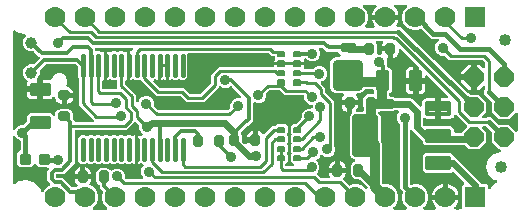
<source format=gbr>
G04 EAGLE Gerber RS-274X export*
G75*
%MOMM*%
%FSLAX34Y34*%
%LPD*%
%INBottom Copper*%
%IPPOS*%
%AMOC8*
5,1,8,0,0,1.08239X$1,22.5*%
G01*
%ADD10C,0.718719*%
%ADD11C,0.150000*%
%ADD12R,1.778000X1.778000*%
%ADD13C,1.778000*%
%ADD14P,1.759533X8X112.500000*%
%ADD15C,1.016000*%
%ADD16C,0.381000*%
%ADD17C,0.285000*%
%ADD18C,0.335278*%
%ADD19C,0.365759*%
%ADD20C,0.660000*%
%ADD21C,0.762000*%
%ADD22C,0.228600*%
%ADD23C,1.000000*%
%ADD24C,0.406400*%
%ADD25C,0.906400*%
%ADD26C,0.254000*%
%ADD27C,0.304800*%
%ADD28C,0.609600*%
%ADD29C,0.812800*%
%ADD30C,0.355600*%

G36*
X301343Y19542D02*
X301343Y19542D01*
X301481Y19551D01*
X301500Y19557D01*
X301520Y19559D01*
X301652Y19606D01*
X301783Y19649D01*
X301801Y19660D01*
X301820Y19667D01*
X301935Y19745D01*
X302052Y19819D01*
X302066Y19834D01*
X302083Y19845D01*
X302175Y19950D01*
X302270Y20051D01*
X302280Y20069D01*
X302293Y20084D01*
X302357Y20208D01*
X302424Y20329D01*
X302429Y20349D01*
X302438Y20367D01*
X302468Y20503D01*
X302503Y20637D01*
X302505Y20665D01*
X302508Y20677D01*
X302507Y20698D01*
X302513Y20798D01*
X302513Y21073D01*
X302498Y21193D01*
X302491Y21308D01*
X302487Y21320D01*
X302486Y21336D01*
X302477Y21362D01*
X302473Y21389D01*
X302426Y21508D01*
X302393Y21611D01*
X302387Y21620D01*
X302381Y21637D01*
X302366Y21659D01*
X302356Y21685D01*
X302279Y21791D01*
X302275Y21798D01*
X302223Y21880D01*
X302216Y21886D01*
X302206Y21902D01*
X302179Y21929D01*
X302170Y21942D01*
X302153Y21956D01*
X302093Y22017D01*
X295777Y27701D01*
X295723Y27739D01*
X295675Y27784D01*
X295593Y27829D01*
X295516Y27883D01*
X295454Y27906D01*
X295396Y27938D01*
X295306Y27961D01*
X295218Y27994D01*
X295152Y28001D01*
X295088Y28017D01*
X294928Y28027D01*
X292622Y28027D01*
X290555Y28884D01*
X288972Y30467D01*
X288115Y32534D01*
X288115Y38586D01*
X288972Y40653D01*
X290555Y42236D01*
X291325Y42555D01*
X291446Y42624D01*
X291569Y42689D01*
X291584Y42703D01*
X291601Y42713D01*
X291701Y42810D01*
X291804Y42903D01*
X291815Y42920D01*
X291830Y42934D01*
X291903Y43053D01*
X291979Y43169D01*
X291985Y43188D01*
X291996Y43205D01*
X292037Y43338D01*
X292082Y43470D01*
X292084Y43490D01*
X292090Y43509D01*
X292096Y43647D01*
X292107Y43787D01*
X292104Y43807D01*
X292105Y43827D01*
X292077Y43963D01*
X292053Y44100D01*
X292044Y44118D01*
X292040Y44138D01*
X291979Y44264D01*
X291922Y44390D01*
X291910Y44406D01*
X291901Y44424D01*
X291810Y44530D01*
X291724Y44638D01*
X291707Y44651D01*
X291694Y44666D01*
X291580Y44746D01*
X291470Y44830D01*
X291444Y44842D01*
X291434Y44849D01*
X291415Y44856D01*
X291325Y44901D01*
X289759Y45549D01*
X288259Y47049D01*
X287447Y49009D01*
X287447Y80531D01*
X288259Y82491D01*
X289402Y83633D01*
X289462Y83711D01*
X289530Y83784D01*
X289555Y83829D01*
X289575Y83853D01*
X289580Y83863D01*
X289596Y83884D01*
X289636Y83975D01*
X289684Y84062D01*
X289696Y84109D01*
X289711Y84141D01*
X289714Y84155D01*
X289723Y84176D01*
X289738Y84274D01*
X289763Y84370D01*
X289767Y84435D01*
X289771Y84453D01*
X289770Y84471D01*
X289773Y84490D01*
X289771Y84503D01*
X289773Y84531D01*
X289773Y90465D01*
X294561Y90465D01*
X294561Y90199D01*
X294325Y89014D01*
X293863Y87898D01*
X293122Y86789D01*
X293118Y86782D01*
X293094Y86753D01*
X293085Y86735D01*
X293073Y86720D01*
X293018Y86591D01*
X292958Y86465D01*
X292954Y86446D01*
X292947Y86428D01*
X292925Y86290D01*
X292898Y86152D01*
X292900Y86133D01*
X292896Y86114D01*
X292909Y85974D01*
X292918Y85835D01*
X292924Y85817D01*
X292926Y85797D01*
X292973Y85665D01*
X293016Y85533D01*
X293026Y85516D01*
X293033Y85498D01*
X293111Y85382D01*
X293186Y85264D01*
X293200Y85250D01*
X293211Y85234D01*
X293316Y85142D01*
X293418Y85046D01*
X293435Y85037D01*
X293449Y85024D01*
X293574Y84960D01*
X293696Y84892D01*
X293715Y84888D01*
X293733Y84879D01*
X293869Y84848D01*
X294004Y84813D01*
X294031Y84811D01*
X294043Y84809D01*
X294063Y84809D01*
X294165Y84803D01*
X297942Y84803D01*
X298060Y84818D01*
X298179Y84825D01*
X298217Y84838D01*
X298258Y84843D01*
X298368Y84886D01*
X298481Y84923D01*
X298516Y84945D01*
X298553Y84960D01*
X298649Y85029D01*
X298750Y85093D01*
X298778Y85123D01*
X298811Y85146D01*
X298887Y85238D01*
X298968Y85325D01*
X298988Y85360D01*
X299013Y85391D01*
X299064Y85499D01*
X299122Y85603D01*
X299132Y85643D01*
X299149Y85679D01*
X299171Y85796D01*
X299201Y85911D01*
X299205Y85971D01*
X299209Y85991D01*
X299207Y86012D01*
X299211Y86072D01*
X299211Y88399D01*
X299210Y88408D01*
X299211Y88417D01*
X299190Y88566D01*
X299189Y88572D01*
X299189Y88579D01*
X299188Y88581D01*
X299171Y88714D01*
X299168Y88723D01*
X299167Y88732D01*
X299115Y88884D01*
X298783Y89684D01*
X298783Y95736D01*
X299640Y97803D01*
X301223Y99386D01*
X303290Y100243D01*
X307042Y100243D01*
X307180Y100260D01*
X307319Y100273D01*
X307338Y100280D01*
X307358Y100283D01*
X307487Y100334D01*
X307618Y100381D01*
X307635Y100392D01*
X307654Y100400D01*
X307766Y100481D01*
X307881Y100559D01*
X307894Y100575D01*
X307911Y100586D01*
X308000Y100694D01*
X308092Y100798D01*
X308101Y100816D01*
X308114Y100831D01*
X308173Y100957D01*
X308236Y101081D01*
X308241Y101101D01*
X308249Y101119D01*
X308275Y101256D01*
X308306Y101391D01*
X308305Y101412D01*
X308309Y101431D01*
X308300Y101570D01*
X308296Y101709D01*
X308291Y101729D01*
X308289Y101749D01*
X308247Y101881D01*
X308208Y102015D01*
X308197Y102032D01*
X308191Y102051D01*
X308117Y102169D01*
X308046Y102289D01*
X308028Y102310D01*
X308021Y102320D01*
X308006Y102334D01*
X307940Y102409D01*
X307593Y102756D01*
X307593Y103124D01*
X307578Y103242D01*
X307571Y103361D01*
X307558Y103399D01*
X307553Y103440D01*
X307510Y103550D01*
X307473Y103663D01*
X307451Y103698D01*
X307436Y103735D01*
X307367Y103831D01*
X307303Y103932D01*
X307273Y103960D01*
X307250Y103993D01*
X307158Y104069D01*
X307071Y104150D01*
X307036Y104170D01*
X307005Y104195D01*
X306897Y104246D01*
X306793Y104304D01*
X306753Y104314D01*
X306717Y104331D01*
X306600Y104353D01*
X306485Y104383D01*
X306425Y104387D01*
X306405Y104391D01*
X306384Y104389D01*
X306324Y104393D01*
X300871Y104393D01*
X300842Y104390D01*
X300812Y104392D01*
X300685Y104370D01*
X300556Y104353D01*
X300528Y104343D01*
X300499Y104338D01*
X300380Y104284D01*
X300260Y104236D01*
X300236Y104219D01*
X300209Y104207D01*
X300108Y104126D01*
X300003Y104050D01*
X299984Y104027D01*
X299961Y104008D01*
X299883Y103905D01*
X299800Y103805D01*
X299787Y103778D01*
X299770Y103754D01*
X299699Y103610D01*
X299593Y103355D01*
X297950Y101712D01*
X295802Y100822D01*
X293960Y100822D01*
X293822Y100805D01*
X293684Y100792D01*
X293665Y100785D01*
X293644Y100782D01*
X293516Y100731D01*
X293384Y100684D01*
X293367Y100673D01*
X293349Y100665D01*
X293237Y100584D01*
X293121Y100506D01*
X293108Y100490D01*
X293091Y100479D01*
X293003Y100371D01*
X292911Y100267D01*
X292902Y100249D01*
X292889Y100234D01*
X292829Y100108D01*
X292766Y99984D01*
X292762Y99964D01*
X292753Y99946D01*
X292727Y99809D01*
X292697Y99674D01*
X292697Y99653D01*
X292693Y99634D01*
X292702Y99495D01*
X292706Y99356D01*
X292712Y99336D01*
X292713Y99316D01*
X292756Y99184D01*
X292795Y99050D01*
X292805Y99033D01*
X292811Y99014D01*
X292886Y98896D01*
X292956Y98776D01*
X292975Y98755D01*
X292981Y98745D01*
X292996Y98731D01*
X293063Y98655D01*
X293191Y98527D01*
X293863Y97522D01*
X294325Y96406D01*
X294561Y95221D01*
X294561Y94955D01*
X288504Y94955D01*
X288386Y94940D01*
X288267Y94933D01*
X288229Y94920D01*
X288189Y94915D01*
X288078Y94872D01*
X287965Y94835D01*
X287931Y94813D01*
X287893Y94798D01*
X287797Y94729D01*
X287696Y94665D01*
X287668Y94635D01*
X287636Y94612D01*
X287560Y94520D01*
X287533Y94491D01*
X287531Y94494D01*
X287501Y94522D01*
X287477Y94555D01*
X287386Y94631D01*
X287299Y94712D01*
X287264Y94732D01*
X287232Y94757D01*
X287125Y94808D01*
X287020Y94866D01*
X286981Y94876D01*
X286945Y94893D01*
X286828Y94915D01*
X286712Y94945D01*
X286652Y94949D01*
X286632Y94953D01*
X286612Y94951D01*
X286552Y94955D01*
X280495Y94955D01*
X280495Y95221D01*
X280731Y96406D01*
X281193Y97522D01*
X281865Y98527D01*
X281993Y98655D01*
X282079Y98765D01*
X282167Y98872D01*
X282176Y98891D01*
X282188Y98907D01*
X282244Y99034D01*
X282303Y99160D01*
X282307Y99180D01*
X282315Y99199D01*
X282337Y99336D01*
X282363Y99473D01*
X282361Y99493D01*
X282365Y99513D01*
X282352Y99651D01*
X282343Y99790D01*
X282337Y99809D01*
X282335Y99829D01*
X282288Y99960D01*
X282245Y100092D01*
X282234Y100110D01*
X282227Y100129D01*
X282149Y100243D01*
X282075Y100361D01*
X282060Y100375D01*
X282049Y100392D01*
X281945Y100483D01*
X281843Y100579D01*
X281825Y100589D01*
X281810Y100602D01*
X281686Y100665D01*
X281565Y100733D01*
X281545Y100738D01*
X281527Y100747D01*
X281391Y100777D01*
X281257Y100812D01*
X281229Y100814D01*
X281217Y100817D01*
X281196Y100816D01*
X281096Y100822D01*
X275698Y100822D01*
X273550Y101712D01*
X271907Y103355D01*
X271017Y105503D01*
X271017Y126877D01*
X271907Y129025D01*
X273550Y130668D01*
X275698Y131558D01*
X278453Y131558D01*
X278590Y131575D01*
X278729Y131588D01*
X278748Y131595D01*
X278768Y131598D01*
X278897Y131649D01*
X279029Y131696D01*
X279045Y131707D01*
X279064Y131715D01*
X279176Y131796D01*
X279292Y131874D01*
X279305Y131890D01*
X279321Y131901D01*
X279410Y132009D01*
X279502Y132113D01*
X279511Y132131D01*
X279524Y132146D01*
X279583Y132272D01*
X279647Y132396D01*
X279651Y132416D01*
X279660Y132434D01*
X279686Y132570D01*
X279716Y132706D01*
X279716Y132727D01*
X279720Y132746D01*
X279711Y132885D01*
X279707Y133024D01*
X279701Y133044D01*
X279700Y133064D01*
X279657Y133196D01*
X279618Y133330D01*
X279608Y133347D01*
X279602Y133366D01*
X279527Y133484D01*
X279457Y133604D01*
X279438Y133625D01*
X279432Y133635D01*
X279417Y133649D01*
X279350Y133724D01*
X277557Y135518D01*
X277479Y135578D01*
X277407Y135646D01*
X277354Y135675D01*
X277306Y135712D01*
X277215Y135752D01*
X277128Y135800D01*
X277070Y135815D01*
X277014Y135839D01*
X276916Y135854D01*
X276821Y135879D01*
X276721Y135885D01*
X276700Y135889D01*
X276688Y135887D01*
X276660Y135889D01*
X267916Y135889D01*
X264905Y138899D01*
X264888Y138913D01*
X264834Y138966D01*
X264631Y139140D01*
X264589Y139168D01*
X264552Y139202D01*
X264456Y139255D01*
X264365Y139315D01*
X264318Y139331D01*
X264273Y139356D01*
X264168Y139383D01*
X264065Y139418D01*
X264014Y139422D01*
X263965Y139435D01*
X263805Y139445D01*
X262679Y139445D01*
X262630Y139439D01*
X262580Y139441D01*
X262473Y139419D01*
X262364Y139405D01*
X262317Y139387D01*
X262269Y139377D01*
X262170Y139329D01*
X262068Y139288D01*
X262028Y139259D01*
X261983Y139237D01*
X261900Y139166D01*
X261811Y139102D01*
X261779Y139063D01*
X261741Y139031D01*
X261678Y138941D01*
X261608Y138857D01*
X261587Y138812D01*
X261558Y138771D01*
X261519Y138668D01*
X261472Y138569D01*
X261463Y138520D01*
X261445Y138474D01*
X261433Y138364D01*
X261413Y138257D01*
X261416Y138207D01*
X261410Y138158D01*
X261426Y138049D01*
X261432Y137939D01*
X261448Y137892D01*
X261455Y137843D01*
X261507Y137690D01*
X262343Y135672D01*
X262343Y133060D01*
X261343Y130647D01*
X259497Y128801D01*
X257084Y127801D01*
X254472Y127801D01*
X252059Y128801D01*
X250869Y129992D01*
X250790Y130052D01*
X250718Y130120D01*
X250665Y130149D01*
X250617Y130186D01*
X250526Y130226D01*
X250440Y130274D01*
X250381Y130289D01*
X250325Y130313D01*
X250227Y130328D01*
X250132Y130353D01*
X250032Y130359D01*
X250011Y130363D01*
X249999Y130361D01*
X249971Y130363D01*
X249809Y130363D01*
X249685Y130348D01*
X249559Y130338D01*
X249527Y130328D01*
X249494Y130323D01*
X249377Y130277D01*
X249258Y130237D01*
X249229Y130219D01*
X249198Y130206D01*
X249096Y130133D01*
X248991Y130064D01*
X248968Y130039D01*
X248941Y130020D01*
X248860Y129923D01*
X248775Y129830D01*
X248759Y129801D01*
X248738Y129775D01*
X248684Y129661D01*
X248625Y129550D01*
X248617Y129517D01*
X248602Y129487D01*
X248579Y129363D01*
X248549Y129241D01*
X248549Y129208D01*
X248543Y129175D01*
X248550Y129049D01*
X248552Y128923D01*
X248561Y128875D01*
X248562Y128857D01*
X248569Y128837D01*
X248583Y128765D01*
X248761Y128103D01*
X248761Y127189D01*
X242970Y127189D01*
X229470Y127189D01*
X223679Y127189D01*
X223679Y128103D01*
X223904Y128940D01*
X224281Y129593D01*
X224324Y129697D01*
X224375Y129797D01*
X224380Y129817D01*
X224388Y129834D01*
X224393Y129860D01*
X224404Y129887D01*
X224420Y129998D01*
X224445Y130107D01*
X224444Y130130D01*
X224448Y130146D01*
X224446Y130171D01*
X224450Y130201D01*
X224439Y130313D01*
X224435Y130425D01*
X224429Y130448D01*
X224428Y130464D01*
X224421Y130486D01*
X224417Y130518D01*
X224378Y130623D01*
X224347Y130731D01*
X224334Y130752D01*
X224330Y130766D01*
X224318Y130785D01*
X224307Y130816D01*
X224243Y130908D01*
X224187Y131002D01*
X224187Y131318D01*
X224172Y131436D01*
X224165Y131555D01*
X224152Y131593D01*
X224147Y131634D01*
X224104Y131744D01*
X224067Y131857D01*
X224045Y131892D01*
X224030Y131929D01*
X223961Y132025D01*
X223897Y132126D01*
X223867Y132154D01*
X223844Y132187D01*
X223752Y132263D01*
X223665Y132344D01*
X223630Y132364D01*
X223599Y132389D01*
X223491Y132440D01*
X223387Y132498D01*
X223347Y132508D01*
X223311Y132525D01*
X223194Y132547D01*
X223079Y132577D01*
X223019Y132581D01*
X222999Y132585D01*
X222978Y132583D01*
X222918Y132587D01*
X220882Y132587D01*
X218968Y134502D01*
X218889Y134562D01*
X218817Y134630D01*
X218764Y134659D01*
X218716Y134696D01*
X218625Y134736D01*
X218539Y134784D01*
X218480Y134799D01*
X218425Y134823D01*
X218327Y134838D01*
X218231Y134863D01*
X218131Y134869D01*
X218110Y134873D01*
X218098Y134871D01*
X218070Y134873D01*
X151257Y134873D01*
X151139Y134858D01*
X151020Y134851D01*
X150982Y134838D01*
X150941Y134833D01*
X150831Y134790D01*
X150718Y134753D01*
X150683Y134731D01*
X150646Y134716D01*
X150550Y134647D01*
X150449Y134583D01*
X150421Y134553D01*
X150388Y134530D01*
X150312Y134438D01*
X150231Y134351D01*
X150211Y134316D01*
X150186Y134285D01*
X150135Y134177D01*
X150077Y134073D01*
X150067Y134033D01*
X150050Y133997D01*
X150028Y133880D01*
X149998Y133765D01*
X149994Y133705D01*
X149990Y133685D01*
X149992Y133664D01*
X149988Y133604D01*
X149988Y114320D01*
X147681Y112013D01*
X144419Y112013D01*
X143699Y112733D01*
X143605Y112806D01*
X143516Y112885D01*
X143480Y112903D01*
X143448Y112928D01*
X143338Y112976D01*
X143232Y113030D01*
X143193Y113038D01*
X143156Y113054D01*
X143038Y113073D01*
X142922Y113099D01*
X142882Y113098D01*
X142842Y113104D01*
X142723Y113093D01*
X142604Y113090D01*
X142565Y113078D01*
X142525Y113075D01*
X142413Y113034D01*
X142299Y113001D01*
X142264Y112981D01*
X142226Y112967D01*
X142127Y112900D01*
X142025Y112840D01*
X141980Y112800D01*
X141963Y112788D01*
X141949Y112773D01*
X141904Y112733D01*
X141184Y112013D01*
X137922Y112013D01*
X137558Y112377D01*
X137464Y112450D01*
X137375Y112529D01*
X137339Y112547D01*
X137307Y112572D01*
X137197Y112619D01*
X137091Y112673D01*
X137052Y112682D01*
X137015Y112698D01*
X136897Y112717D01*
X136781Y112743D01*
X136741Y112742D01*
X136701Y112748D01*
X136582Y112737D01*
X136463Y112733D01*
X136425Y112722D01*
X136384Y112718D01*
X136272Y112678D01*
X136158Y112645D01*
X136123Y112624D01*
X136085Y112611D01*
X135987Y112544D01*
X135884Y112483D01*
X135839Y112444D01*
X135822Y112432D01*
X135808Y112417D01*
X135786Y112397D01*
X134766Y111808D01*
X134319Y111689D01*
X134319Y124206D01*
X134304Y124324D01*
X134297Y124443D01*
X134285Y124481D01*
X134280Y124521D01*
X134236Y124632D01*
X134199Y124745D01*
X134177Y124779D01*
X134163Y124817D01*
X134093Y124913D01*
X134029Y125014D01*
X134028Y125014D01*
X133999Y125042D01*
X133976Y125074D01*
X133975Y125075D01*
X133883Y125151D01*
X133797Y125232D01*
X133761Y125252D01*
X133730Y125278D01*
X133623Y125328D01*
X133518Y125386D01*
X133479Y125396D01*
X133443Y125413D01*
X133326Y125435D01*
X133210Y125465D01*
X133150Y125469D01*
X133130Y125473D01*
X133110Y125472D01*
X133050Y125475D01*
X126550Y125475D01*
X126432Y125460D01*
X126313Y125453D01*
X126275Y125441D01*
X126235Y125436D01*
X126124Y125392D01*
X126011Y125355D01*
X125977Y125333D01*
X125939Y125319D01*
X125843Y125249D01*
X125742Y125185D01*
X125742Y125184D01*
X125714Y125155D01*
X125682Y125132D01*
X125682Y125131D01*
X125681Y125131D01*
X125605Y125039D01*
X125524Y124953D01*
X125504Y124917D01*
X125478Y124886D01*
X125428Y124779D01*
X125370Y124674D01*
X125360Y124635D01*
X125343Y124599D01*
X125321Y124482D01*
X125291Y124366D01*
X125287Y124306D01*
X125283Y124286D01*
X125284Y124266D01*
X125281Y124206D01*
X125281Y111689D01*
X124834Y111808D01*
X123801Y112405D01*
X123743Y112449D01*
X123654Y112528D01*
X123618Y112547D01*
X123586Y112571D01*
X123477Y112619D01*
X123371Y112673D01*
X123331Y112682D01*
X123294Y112698D01*
X123177Y112716D01*
X123060Y112743D01*
X123020Y112741D01*
X122980Y112748D01*
X122862Y112736D01*
X122743Y112733D01*
X122704Y112722D01*
X122664Y112718D01*
X122551Y112678D01*
X122437Y112644D01*
X122402Y112624D01*
X122364Y112610D01*
X122266Y112543D01*
X122163Y112483D01*
X122118Y112443D01*
X122101Y112432D01*
X122088Y112416D01*
X122042Y112377D01*
X121566Y111900D01*
X121493Y111806D01*
X121414Y111717D01*
X121396Y111681D01*
X121371Y111649D01*
X121323Y111539D01*
X121269Y111433D01*
X121261Y111394D01*
X121244Y111357D01*
X121226Y111239D01*
X121200Y111123D01*
X121201Y111083D01*
X121195Y111043D01*
X121206Y110924D01*
X121209Y110805D01*
X121221Y110766D01*
X121224Y110726D01*
X121265Y110614D01*
X121298Y110500D01*
X121318Y110465D01*
X121332Y110427D01*
X121399Y110328D01*
X121459Y110226D01*
X121499Y110181D01*
X121511Y110164D01*
X121526Y110150D01*
X121566Y110105D01*
X125996Y105674D01*
X126075Y105614D01*
X126147Y105546D01*
X126200Y105517D01*
X126248Y105480D01*
X126339Y105440D01*
X126425Y105392D01*
X126484Y105377D01*
X126539Y105353D01*
X126637Y105338D01*
X126733Y105313D01*
X126833Y105307D01*
X126854Y105303D01*
X126866Y105305D01*
X126894Y105303D01*
X146868Y105303D01*
X151496Y100674D01*
X151575Y100614D01*
X151647Y100546D01*
X151700Y100517D01*
X151748Y100480D01*
X151839Y100440D01*
X151925Y100392D01*
X151984Y100377D01*
X152039Y100353D01*
X152137Y100338D01*
X152233Y100313D01*
X152333Y100307D01*
X152354Y100303D01*
X152366Y100305D01*
X152394Y100303D01*
X160606Y100303D01*
X160704Y100315D01*
X160803Y100318D01*
X160862Y100335D01*
X160922Y100343D01*
X161014Y100379D01*
X161109Y100407D01*
X161161Y100437D01*
X161217Y100460D01*
X161297Y100518D01*
X161383Y100568D01*
X161458Y100634D01*
X161475Y100646D01*
X161483Y100656D01*
X161504Y100674D01*
X169326Y108496D01*
X169386Y108575D01*
X169454Y108647D01*
X169483Y108700D01*
X169520Y108748D01*
X169560Y108839D01*
X169608Y108925D01*
X169623Y108984D01*
X169647Y109039D01*
X169662Y109137D01*
X169687Y109233D01*
X169693Y109333D01*
X169697Y109354D01*
X169695Y109366D01*
X169697Y109394D01*
X169697Y116368D01*
X176632Y123303D01*
X222410Y123303D01*
X222528Y123318D01*
X222647Y123325D01*
X222685Y123338D01*
X222726Y123343D01*
X222836Y123386D01*
X222949Y123423D01*
X222984Y123445D01*
X223021Y123460D01*
X223117Y123529D01*
X223218Y123593D01*
X223246Y123623D01*
X223279Y123646D01*
X223355Y123738D01*
X223436Y123825D01*
X223456Y123860D01*
X223481Y123891D01*
X223532Y123999D01*
X223590Y124103D01*
X223600Y124143D01*
X223617Y124179D01*
X223639Y124296D01*
X223669Y124411D01*
X223673Y124471D01*
X223677Y124491D01*
X223675Y124512D01*
X223679Y124572D01*
X223679Y124651D01*
X229470Y124651D01*
X242970Y124651D01*
X248761Y124651D01*
X248761Y123737D01*
X248502Y122771D01*
X248485Y122651D01*
X248462Y122532D01*
X248464Y122494D01*
X248459Y122456D01*
X248473Y122336D01*
X248479Y122215D01*
X248491Y122178D01*
X248495Y122140D01*
X248539Y122027D01*
X248575Y121912D01*
X248595Y121879D01*
X248609Y121843D01*
X248679Y121745D01*
X248743Y121642D01*
X248771Y121615D01*
X248793Y121584D01*
X248886Y121506D01*
X248973Y121422D01*
X249007Y121403D01*
X249036Y121378D01*
X249145Y121326D01*
X249251Y121266D01*
X249288Y121257D01*
X249322Y121240D01*
X249441Y121216D01*
X249558Y121185D01*
X249614Y121181D01*
X249634Y121177D01*
X249655Y121178D01*
X249719Y121173D01*
X255835Y121128D01*
X255938Y121141D01*
X256042Y121144D01*
X256096Y121159D01*
X256151Y121166D01*
X256248Y121203D01*
X256347Y121232D01*
X256396Y121261D01*
X256448Y121281D01*
X256532Y121341D01*
X256621Y121394D01*
X256689Y121453D01*
X256706Y121466D01*
X256716Y121477D01*
X256742Y121500D01*
X257901Y122659D01*
X260314Y123659D01*
X262926Y123659D01*
X265339Y122659D01*
X267185Y120813D01*
X268185Y118400D01*
X268185Y115788D01*
X267185Y113375D01*
X265339Y111529D01*
X263620Y110817D01*
X263577Y110792D01*
X263530Y110775D01*
X263439Y110714D01*
X263344Y110659D01*
X263308Y110625D01*
X263267Y110597D01*
X263194Y110514D01*
X263115Y110438D01*
X263089Y110396D01*
X263056Y110358D01*
X263006Y110260D01*
X262949Y110167D01*
X262934Y110119D01*
X262912Y110075D01*
X262888Y109968D01*
X262855Y109863D01*
X262853Y109813D01*
X262842Y109765D01*
X262845Y109655D01*
X262840Y109545D01*
X262850Y109497D01*
X262852Y109447D01*
X262882Y109341D01*
X262905Y109234D01*
X262926Y109189D01*
X262940Y109141D01*
X262996Y109047D01*
X263044Y108948D01*
X263077Y108910D01*
X263102Y108867D01*
X263208Y108747D01*
X264140Y107815D01*
X264140Y107814D01*
X266447Y105508D01*
X266447Y101970D01*
X266459Y101872D01*
X266462Y101773D01*
X266479Y101714D01*
X266487Y101654D01*
X266523Y101562D01*
X266551Y101467D01*
X266581Y101415D01*
X266604Y101359D01*
X266662Y101279D01*
X266712Y101193D01*
X266778Y101118D01*
X266790Y101101D01*
X266800Y101093D01*
X266818Y101072D01*
X271506Y96384D01*
X273813Y94078D01*
X273813Y57815D01*
X273825Y57717D01*
X273828Y57618D01*
X273845Y57560D01*
X273853Y57499D01*
X273889Y57407D01*
X273917Y57312D01*
X273947Y57260D01*
X273970Y57204D01*
X274001Y57160D01*
X275043Y54646D01*
X275043Y52034D01*
X274043Y49621D01*
X272197Y47775D01*
X269784Y46775D01*
X267172Y46775D01*
X264759Y47775D01*
X264429Y48105D01*
X264390Y48136D01*
X264356Y48172D01*
X264265Y48233D01*
X264178Y48300D01*
X264132Y48320D01*
X264091Y48347D01*
X263987Y48383D01*
X263886Y48426D01*
X263837Y48434D01*
X263790Y48450D01*
X263680Y48459D01*
X263572Y48476D01*
X263522Y48472D01*
X263473Y48476D01*
X263365Y48457D01*
X263255Y48446D01*
X263208Y48430D01*
X263159Y48421D01*
X263059Y48376D01*
X262956Y48339D01*
X262915Y48311D01*
X262869Y48291D01*
X262783Y48222D01*
X262693Y48160D01*
X262660Y48123D01*
X262621Y48092D01*
X262555Y48004D01*
X262482Y47922D01*
X262460Y47878D01*
X262430Y47838D01*
X262359Y47693D01*
X262105Y47081D01*
X260259Y45235D01*
X260006Y45130D01*
X259963Y45105D01*
X259916Y45089D01*
X259825Y45027D01*
X259730Y44972D01*
X259694Y44938D01*
X259653Y44910D01*
X259580Y44828D01*
X259501Y44751D01*
X259475Y44709D01*
X259442Y44672D01*
X259392Y44574D01*
X259335Y44480D01*
X259320Y44432D01*
X259298Y44388D01*
X259274Y44281D01*
X259241Y44176D01*
X259239Y44126D01*
X259228Y44078D01*
X259231Y43968D01*
X259226Y43858D01*
X259236Y43810D01*
X259238Y43760D01*
X259268Y43655D01*
X259290Y43547D01*
X259312Y43502D01*
X259326Y43455D01*
X259382Y43360D01*
X259430Y43261D01*
X259462Y43223D01*
X259488Y43181D01*
X259594Y43060D01*
X260835Y41819D01*
X261835Y39406D01*
X261835Y36794D01*
X260835Y34381D01*
X259970Y33516D01*
X259897Y33422D01*
X259818Y33333D01*
X259800Y33297D01*
X259775Y33265D01*
X259728Y33155D01*
X259673Y33049D01*
X259665Y33010D01*
X259649Y32973D01*
X259630Y32855D01*
X259604Y32739D01*
X259605Y32699D01*
X259599Y32659D01*
X259610Y32540D01*
X259613Y32421D01*
X259625Y32382D01*
X259629Y32342D01*
X259669Y32230D01*
X259702Y32116D01*
X259722Y32081D01*
X259736Y32043D01*
X259803Y31944D01*
X259863Y31842D01*
X259903Y31797D01*
X259915Y31780D01*
X259930Y31766D01*
X259970Y31721D01*
X261230Y30461D01*
X261230Y30460D01*
X262616Y29074D01*
X262695Y29014D01*
X262767Y28946D01*
X262820Y28917D01*
X262868Y28880D01*
X262959Y28840D01*
X263045Y28792D01*
X263104Y28777D01*
X263159Y28753D01*
X263257Y28738D01*
X263353Y28713D01*
X263453Y28707D01*
X263474Y28703D01*
X263486Y28705D01*
X263514Y28703D01*
X269517Y28703D01*
X269532Y28705D01*
X269547Y28703D01*
X269690Y28725D01*
X269833Y28743D01*
X269847Y28748D01*
X269861Y28750D01*
X269995Y28807D01*
X270129Y28860D01*
X270141Y28868D01*
X270154Y28874D01*
X270270Y28962D01*
X270386Y29046D01*
X270395Y29058D01*
X270407Y29067D01*
X270497Y29180D01*
X270589Y29291D01*
X270595Y29305D01*
X270604Y29317D01*
X270663Y29449D01*
X270724Y29579D01*
X270727Y29594D01*
X270733Y29607D01*
X270757Y29750D01*
X270784Y29891D01*
X270783Y29906D01*
X270786Y29921D01*
X270773Y30065D01*
X270764Y30209D01*
X270760Y30223D01*
X270758Y30238D01*
X270711Y30374D01*
X270666Y30511D01*
X270658Y30524D01*
X270653Y30538D01*
X270573Y30677D01*
X270525Y30748D01*
X270063Y31864D01*
X269827Y33049D01*
X269827Y33315D01*
X275884Y33315D01*
X276002Y33330D01*
X276121Y33337D01*
X276159Y33349D01*
X276199Y33355D01*
X276310Y33398D01*
X276423Y33435D01*
X276457Y33457D01*
X276495Y33472D01*
X276591Y33541D01*
X276692Y33605D01*
X276720Y33635D01*
X276752Y33658D01*
X276828Y33750D01*
X276855Y33779D01*
X276857Y33776D01*
X276887Y33748D01*
X276911Y33715D01*
X277002Y33639D01*
X277089Y33558D01*
X277124Y33538D01*
X277156Y33513D01*
X277263Y33462D01*
X277368Y33404D01*
X277407Y33394D01*
X277443Y33377D01*
X277560Y33355D01*
X277676Y33325D01*
X277736Y33321D01*
X277756Y33317D01*
X277776Y33319D01*
X277836Y33315D01*
X283893Y33315D01*
X283893Y33049D01*
X283657Y31864D01*
X283195Y30748D01*
X282523Y29743D01*
X282023Y29243D01*
X281950Y29149D01*
X281871Y29060D01*
X281853Y29024D01*
X281828Y28992D01*
X281781Y28882D01*
X281727Y28776D01*
X281718Y28737D01*
X281702Y28700D01*
X281683Y28582D01*
X281657Y28466D01*
X281658Y28426D01*
X281652Y28386D01*
X281663Y28267D01*
X281667Y28148D01*
X281678Y28109D01*
X281682Y28069D01*
X281722Y27957D01*
X281755Y27843D01*
X281775Y27808D01*
X281789Y27770D01*
X281856Y27671D01*
X281916Y27569D01*
X281956Y27523D01*
X281968Y27507D01*
X281983Y27493D01*
X282023Y27448D01*
X286443Y23028D01*
X286467Y23009D01*
X286486Y22987D01*
X286592Y22912D01*
X286694Y22833D01*
X286722Y22821D01*
X286746Y22804D01*
X286867Y22758D01*
X286986Y22706D01*
X287015Y22702D01*
X287043Y22691D01*
X287172Y22677D01*
X287300Y22656D01*
X287330Y22659D01*
X287359Y22656D01*
X287488Y22674D01*
X287617Y22686D01*
X287645Y22696D01*
X287674Y22700D01*
X287826Y22752D01*
X289927Y23623D01*
X294273Y23623D01*
X298287Y21960D01*
X300347Y19901D01*
X300456Y19815D01*
X300563Y19727D01*
X300582Y19718D01*
X300598Y19706D01*
X300726Y19650D01*
X300851Y19591D01*
X300871Y19587D01*
X300890Y19579D01*
X301028Y19557D01*
X301164Y19531D01*
X301184Y19533D01*
X301204Y19529D01*
X301343Y19542D01*
G37*
G36*
X3449Y69972D02*
X3449Y69972D01*
X3539Y69977D01*
X3605Y69999D01*
X3674Y70011D01*
X3756Y70048D01*
X3841Y70076D01*
X3900Y70113D01*
X3964Y70142D01*
X4034Y70198D01*
X4110Y70246D01*
X4158Y70297D01*
X4212Y70340D01*
X4267Y70412D01*
X4328Y70477D01*
X4362Y70538D01*
X4404Y70594D01*
X4475Y70739D01*
X4595Y71029D01*
X6441Y72875D01*
X8854Y73875D01*
X10451Y73875D01*
X10549Y73887D01*
X10648Y73890D01*
X10706Y73907D01*
X10766Y73915D01*
X10858Y73951D01*
X10953Y73979D01*
X11005Y74009D01*
X11062Y74032D01*
X11142Y74090D01*
X11227Y74140D01*
X11303Y74206D01*
X11319Y74218D01*
X11327Y74228D01*
X11348Y74246D01*
X14106Y77004D01*
X14166Y77082D01*
X14234Y77154D01*
X14263Y77207D01*
X14300Y77255D01*
X14340Y77346D01*
X14388Y77433D01*
X14403Y77491D01*
X14427Y77547D01*
X14442Y77645D01*
X14467Y77741D01*
X14473Y77841D01*
X14477Y77861D01*
X14475Y77873D01*
X14477Y77901D01*
X14477Y81648D01*
X16650Y83821D01*
X34150Y83821D01*
X36021Y81950D01*
X36130Y81865D01*
X36237Y81776D01*
X36256Y81768D01*
X36272Y81755D01*
X36400Y81700D01*
X36525Y81641D01*
X36545Y81637D01*
X36564Y81629D01*
X36702Y81607D01*
X36838Y81581D01*
X36858Y81582D01*
X36878Y81579D01*
X37017Y81592D01*
X37155Y81601D01*
X37174Y81607D01*
X37194Y81609D01*
X37326Y81656D01*
X37457Y81699D01*
X37475Y81710D01*
X37494Y81716D01*
X37609Y81795D01*
X37726Y81869D01*
X37740Y81884D01*
X37757Y81895D01*
X37849Y81999D01*
X37944Y82101D01*
X37954Y82118D01*
X37967Y82133D01*
X38030Y82257D01*
X38098Y82379D01*
X38103Y82399D01*
X38112Y82417D01*
X38142Y82553D01*
X38177Y82687D01*
X38179Y82715D01*
X38182Y82727D01*
X38181Y82747D01*
X38187Y82848D01*
X38187Y83298D01*
X39044Y85365D01*
X40627Y86948D01*
X42694Y87805D01*
X48746Y87805D01*
X50813Y86948D01*
X52396Y85365D01*
X53253Y83298D01*
X53253Y79303D01*
X53265Y79205D01*
X53268Y79106D01*
X53285Y79048D01*
X53293Y78987D01*
X53329Y78895D01*
X53357Y78800D01*
X53387Y78748D01*
X53410Y78692D01*
X53468Y78612D01*
X53518Y78526D01*
X53584Y78451D01*
X53596Y78434D01*
X53606Y78427D01*
X53624Y78405D01*
X54357Y77673D01*
X54357Y77572D01*
X54372Y77454D01*
X54379Y77335D01*
X54392Y77297D01*
X54397Y77256D01*
X54440Y77146D01*
X54477Y77033D01*
X54499Y76998D01*
X54514Y76961D01*
X54583Y76865D01*
X54647Y76764D01*
X54677Y76736D01*
X54700Y76703D01*
X54792Y76627D01*
X54879Y76546D01*
X54914Y76526D01*
X54945Y76501D01*
X55053Y76450D01*
X55157Y76392D01*
X55197Y76382D01*
X55233Y76365D01*
X55350Y76343D01*
X55465Y76313D01*
X55525Y76309D01*
X55545Y76305D01*
X55566Y76307D01*
X55626Y76303D01*
X69962Y76303D01*
X70100Y76320D01*
X70239Y76333D01*
X70258Y76340D01*
X70278Y76343D01*
X70407Y76394D01*
X70538Y76441D01*
X70555Y76452D01*
X70573Y76460D01*
X70686Y76541D01*
X70801Y76619D01*
X70814Y76635D01*
X70831Y76646D01*
X70920Y76754D01*
X71012Y76858D01*
X71021Y76876D01*
X71034Y76891D01*
X71093Y77017D01*
X71156Y77141D01*
X71161Y77161D01*
X71169Y77179D01*
X71195Y77316D01*
X71226Y77451D01*
X71225Y77472D01*
X71229Y77491D01*
X71220Y77630D01*
X71216Y77769D01*
X71210Y77789D01*
X71209Y77809D01*
X71166Y77941D01*
X71128Y78075D01*
X71117Y78092D01*
X71111Y78111D01*
X71037Y78229D01*
X70966Y78349D01*
X70948Y78370D01*
X70941Y78380D01*
X70926Y78394D01*
X70860Y78469D01*
X69326Y80004D01*
X58292Y91037D01*
X58292Y113113D01*
X58280Y113211D01*
X58277Y113310D01*
X58260Y113369D01*
X58252Y113429D01*
X58216Y113521D01*
X58188Y113616D01*
X58158Y113668D01*
X58135Y113724D01*
X58077Y113804D01*
X58027Y113890D01*
X57961Y113965D01*
X57949Y113982D01*
X57939Y113990D01*
X57920Y114011D01*
X57611Y114320D01*
X57611Y122588D01*
X57599Y122686D01*
X57596Y122785D01*
X57579Y122843D01*
X57571Y122904D01*
X57535Y122996D01*
X57507Y123091D01*
X57477Y123143D01*
X57454Y123199D01*
X57396Y123279D01*
X57346Y123365D01*
X57280Y123440D01*
X57268Y123457D01*
X57258Y123464D01*
X57240Y123486D01*
X55368Y125358D01*
X55289Y125418D01*
X55217Y125486D01*
X55164Y125515D01*
X55116Y125552D01*
X55025Y125592D01*
X54939Y125640D01*
X54880Y125655D01*
X54824Y125679D01*
X54726Y125694D01*
X54631Y125719D01*
X54531Y125725D01*
X54510Y125729D01*
X54498Y125727D01*
X54470Y125729D01*
X30955Y125729D01*
X30857Y125717D01*
X30758Y125714D01*
X30700Y125697D01*
X30639Y125689D01*
X30547Y125653D01*
X30452Y125625D01*
X30400Y125595D01*
X30344Y125572D01*
X30264Y125514D01*
X30178Y125464D01*
X30103Y125398D01*
X30086Y125386D01*
X30079Y125376D01*
X30057Y125358D01*
X25184Y120485D01*
X25124Y120406D01*
X25056Y120334D01*
X25027Y120281D01*
X24990Y120233D01*
X24950Y120142D01*
X24902Y120056D01*
X24887Y119997D01*
X24863Y119941D01*
X24848Y119843D01*
X24823Y119748D01*
X24817Y119648D01*
X24813Y119627D01*
X24815Y119615D01*
X24813Y119587D01*
X24813Y116711D01*
X23742Y114126D01*
X23233Y113617D01*
X23172Y113538D01*
X23104Y113466D01*
X23075Y113413D01*
X23038Y113365D01*
X22998Y113275D01*
X22950Y113188D01*
X22935Y113129D01*
X22911Y113074D01*
X22896Y112976D01*
X22871Y112880D01*
X22865Y112780D01*
X22861Y112760D01*
X22863Y112747D01*
X22861Y112719D01*
X22861Y106679D01*
X13969Y106679D01*
X13969Y108607D01*
X14257Y109679D01*
X14594Y110264D01*
X14611Y110304D01*
X14635Y110340D01*
X14672Y110450D01*
X14718Y110557D01*
X14724Y110600D01*
X14738Y110641D01*
X14747Y110757D01*
X14764Y110872D01*
X14760Y110915D01*
X14763Y110958D01*
X14743Y111072D01*
X14731Y111188D01*
X14716Y111229D01*
X14709Y111271D01*
X14661Y111377D01*
X14620Y111486D01*
X14596Y111522D01*
X14578Y111561D01*
X14505Y111652D01*
X14439Y111748D01*
X14406Y111776D01*
X14379Y111809D01*
X14286Y111879D01*
X14198Y111956D01*
X14160Y111975D01*
X14125Y112001D01*
X13981Y112072D01*
X13796Y112148D01*
X11818Y114126D01*
X10747Y116711D01*
X10747Y119509D01*
X11818Y122094D01*
X13796Y124072D01*
X16381Y125143D01*
X19257Y125143D01*
X19355Y125155D01*
X19454Y125158D01*
X19512Y125175D01*
X19573Y125183D01*
X19665Y125219D01*
X19760Y125247D01*
X19812Y125277D01*
X19868Y125300D01*
X19948Y125358D01*
X20034Y125408D01*
X20109Y125474D01*
X20126Y125486D01*
X20130Y125491D01*
X20133Y125494D01*
X20138Y125500D01*
X20155Y125514D01*
X24553Y129913D01*
X24626Y130007D01*
X24704Y130096D01*
X24723Y130132D01*
X24747Y130164D01*
X24795Y130273D01*
X24849Y130379D01*
X24858Y130418D01*
X24874Y130456D01*
X24893Y130573D01*
X24919Y130689D01*
X24917Y130730D01*
X24924Y130770D01*
X24913Y130888D01*
X24909Y131007D01*
X24898Y131046D01*
X24894Y131086D01*
X24854Y131199D01*
X24820Y131313D01*
X24800Y131348D01*
X24786Y131386D01*
X24719Y131484D01*
X24659Y131587D01*
X24619Y131632D01*
X24608Y131649D01*
X24592Y131662D01*
X24553Y131708D01*
X20155Y136106D01*
X20076Y136166D01*
X20004Y136234D01*
X19951Y136263D01*
X19903Y136300D01*
X19812Y136340D01*
X19726Y136388D01*
X19667Y136403D01*
X19611Y136427D01*
X19513Y136442D01*
X19418Y136467D01*
X19318Y136473D01*
X19297Y136477D01*
X19285Y136475D01*
X19257Y136477D01*
X16381Y136477D01*
X13796Y137548D01*
X11818Y139526D01*
X10747Y142111D01*
X10747Y144909D01*
X11818Y147494D01*
X12954Y148630D01*
X12992Y148679D01*
X13038Y148722D01*
X13089Y148804D01*
X13149Y148881D01*
X13174Y148938D01*
X13207Y148992D01*
X13237Y149084D01*
X13275Y149173D01*
X13285Y149235D01*
X13304Y149294D01*
X13310Y149391D01*
X13325Y149487D01*
X13319Y149549D01*
X13323Y149612D01*
X13304Y149707D01*
X13295Y149803D01*
X13274Y149863D01*
X13262Y149924D01*
X13220Y150012D01*
X13188Y150103D01*
X13152Y150155D01*
X13125Y150211D01*
X13063Y150286D01*
X13009Y150366D01*
X12962Y150407D01*
X12922Y150456D01*
X12843Y150512D01*
X12770Y150576D01*
X12715Y150605D01*
X12664Y150642D01*
X12573Y150677D01*
X12487Y150721D01*
X12426Y150735D01*
X12368Y150758D01*
X12209Y150787D01*
X7489Y151360D01*
X4023Y153753D01*
X4001Y153764D01*
X3983Y153780D01*
X3861Y153837D01*
X3741Y153899D01*
X3717Y153905D01*
X3695Y153915D01*
X3563Y153940D01*
X3431Y153971D01*
X3406Y153970D01*
X3382Y153975D01*
X3248Y153966D01*
X3113Y153963D01*
X3089Y153957D01*
X3065Y153955D01*
X2937Y153914D01*
X2807Y153877D01*
X2786Y153865D01*
X2763Y153857D01*
X2649Y153785D01*
X2532Y153717D01*
X2515Y153700D01*
X2494Y153687D01*
X2401Y153589D01*
X2305Y153494D01*
X2293Y153473D01*
X2276Y153455D01*
X2211Y153337D01*
X2141Y153222D01*
X2134Y153198D01*
X2122Y153177D01*
X2089Y153046D01*
X2050Y152917D01*
X2049Y152892D01*
X2043Y152869D01*
X2033Y152708D01*
X2033Y71224D01*
X2041Y71155D01*
X2040Y71085D01*
X2061Y70998D01*
X2073Y70909D01*
X2098Y70844D01*
X2115Y70776D01*
X2157Y70697D01*
X2190Y70613D01*
X2231Y70557D01*
X2263Y70495D01*
X2324Y70428D01*
X2376Y70356D01*
X2430Y70311D01*
X2477Y70260D01*
X2552Y70210D01*
X2621Y70153D01*
X2685Y70123D01*
X2743Y70085D01*
X2828Y70056D01*
X2909Y70018D01*
X2978Y70004D01*
X3044Y69982D01*
X3133Y69975D01*
X3221Y69958D01*
X3291Y69962D01*
X3361Y69957D01*
X3449Y69972D01*
G37*
G36*
X81193Y2050D02*
X81193Y2050D01*
X81332Y2063D01*
X81351Y2070D01*
X81372Y2073D01*
X81500Y2124D01*
X81632Y2171D01*
X81648Y2182D01*
X81667Y2190D01*
X81780Y2271D01*
X81895Y2349D01*
X81908Y2365D01*
X81925Y2376D01*
X82013Y2484D01*
X82105Y2588D01*
X82114Y2606D01*
X82127Y2621D01*
X82187Y2747D01*
X82250Y2871D01*
X82254Y2891D01*
X82263Y2909D01*
X82289Y3045D01*
X82319Y3181D01*
X82319Y3202D01*
X82323Y3221D01*
X82314Y3360D01*
X82310Y3499D01*
X82304Y3519D01*
X82303Y3539D01*
X82260Y3671D01*
X82221Y3805D01*
X82211Y3822D01*
X82205Y3841D01*
X82130Y3959D01*
X82060Y4079D01*
X82041Y4100D01*
X82035Y4110D01*
X82020Y4124D01*
X81953Y4199D01*
X79640Y6513D01*
X77977Y10527D01*
X77977Y14873D01*
X78742Y16720D01*
X78750Y16748D01*
X78764Y16774D01*
X78792Y16901D01*
X78826Y17026D01*
X78827Y17056D01*
X78833Y17085D01*
X78829Y17214D01*
X78831Y17344D01*
X78824Y17373D01*
X78824Y17403D01*
X78787Y17527D01*
X78757Y17654D01*
X78743Y17680D01*
X78735Y17708D01*
X78669Y17820D01*
X78608Y17935D01*
X78589Y17957D01*
X78574Y17982D01*
X78467Y18103D01*
X75683Y20887D01*
X75683Y22495D01*
X75671Y22594D01*
X75668Y22693D01*
X75651Y22751D01*
X75643Y22811D01*
X75607Y22903D01*
X75579Y22998D01*
X75549Y23050D01*
X75526Y23107D01*
X75468Y23187D01*
X75418Y23272D01*
X75352Y23347D01*
X75340Y23364D01*
X75330Y23372D01*
X75312Y23393D01*
X73572Y25133D01*
X72715Y27200D01*
X72715Y33252D01*
X73572Y35319D01*
X75155Y36902D01*
X77222Y37759D01*
X81258Y37759D01*
X83325Y36902D01*
X84546Y35681D01*
X84641Y35608D01*
X84730Y35530D01*
X84766Y35511D01*
X84798Y35486D01*
X84907Y35439D01*
X85013Y35385D01*
X85052Y35376D01*
X85089Y35360D01*
X85207Y35341D01*
X85323Y35315D01*
X85364Y35316D01*
X85404Y35310D01*
X85523Y35321D01*
X85641Y35325D01*
X85680Y35336D01*
X85720Y35340D01*
X85832Y35380D01*
X85947Y35413D01*
X85981Y35434D01*
X86019Y35448D01*
X86118Y35514D01*
X86221Y35575D01*
X86266Y35615D01*
X86283Y35626D01*
X86296Y35641D01*
X86341Y35681D01*
X86705Y36045D01*
X89118Y37045D01*
X91730Y37045D01*
X94143Y36045D01*
X95989Y34199D01*
X96989Y31786D01*
X96989Y29501D01*
X97005Y29376D01*
X97014Y29249D01*
X97024Y29218D01*
X97029Y29186D01*
X97075Y29068D01*
X97116Y28948D01*
X97133Y28920D01*
X97146Y28890D01*
X97220Y28788D01*
X97289Y28681D01*
X97322Y28647D01*
X97332Y28632D01*
X97349Y28619D01*
X97400Y28565D01*
X97441Y28528D01*
X97499Y28487D01*
X97551Y28438D01*
X97629Y28395D01*
X97700Y28344D01*
X97767Y28319D01*
X97830Y28284D01*
X97915Y28262D01*
X97997Y28231D01*
X98068Y28223D01*
X98138Y28205D01*
X98298Y28195D01*
X111095Y28195D01*
X111233Y28212D01*
X111372Y28225D01*
X111391Y28232D01*
X111411Y28235D01*
X111540Y28286D01*
X111671Y28333D01*
X111688Y28344D01*
X111706Y28352D01*
X111819Y28433D01*
X111934Y28511D01*
X111947Y28527D01*
X111964Y28538D01*
X112052Y28646D01*
X112144Y28750D01*
X112154Y28768D01*
X112166Y28783D01*
X112226Y28909D01*
X112289Y29033D01*
X112293Y29053D01*
X112302Y29071D01*
X112328Y29207D01*
X112359Y29343D01*
X112358Y29364D01*
X112362Y29383D01*
X112353Y29522D01*
X112349Y29661D01*
X112343Y29681D01*
X112342Y29701D01*
X112299Y29833D01*
X112261Y29967D01*
X112250Y29984D01*
X112244Y30003D01*
X112170Y30121D01*
X112099Y30241D01*
X112080Y30262D01*
X112074Y30272D01*
X112059Y30286D01*
X111993Y30362D01*
X111783Y30571D01*
X110783Y32984D01*
X110783Y35596D01*
X111783Y38009D01*
X112501Y38727D01*
X112585Y38836D01*
X112674Y38943D01*
X112683Y38962D01*
X112696Y38978D01*
X112751Y39106D01*
X112810Y39231D01*
X112814Y39251D01*
X112822Y39270D01*
X112844Y39408D01*
X112870Y39544D01*
X112869Y39564D01*
X112872Y39584D01*
X112859Y39723D01*
X112850Y39861D01*
X112844Y39880D01*
X112842Y39900D01*
X112795Y40031D01*
X112752Y40163D01*
X112741Y40181D01*
X112734Y40200D01*
X112656Y40314D01*
X112582Y40432D01*
X112567Y40446D01*
X112556Y40463D01*
X112452Y40555D01*
X112350Y40650D01*
X112332Y40660D01*
X112317Y40673D01*
X112194Y40736D01*
X112072Y40804D01*
X112052Y40809D01*
X112034Y40818D01*
X111984Y40829D01*
X111559Y41254D01*
X111465Y41328D01*
X111375Y41406D01*
X111339Y41425D01*
X111307Y41449D01*
X111198Y41497D01*
X111092Y41551D01*
X111053Y41560D01*
X111016Y41576D01*
X110898Y41595D01*
X110782Y41621D01*
X110741Y41619D01*
X110702Y41626D01*
X110583Y41614D01*
X110464Y41611D01*
X110425Y41600D01*
X110385Y41596D01*
X110273Y41556D01*
X110158Y41522D01*
X110123Y41502D01*
X110086Y41488D01*
X109987Y41421D01*
X109884Y41361D01*
X109839Y41321D01*
X109822Y41310D01*
X109809Y41294D01*
X109790Y41278D01*
X108769Y40688D01*
X108322Y40569D01*
X108322Y53086D01*
X108322Y65603D01*
X108769Y65484D01*
X109804Y64886D01*
X109858Y64845D01*
X109947Y64766D01*
X109983Y64747D01*
X110015Y64723D01*
X110124Y64675D01*
X110230Y64621D01*
X110270Y64612D01*
X110307Y64596D01*
X110424Y64578D01*
X110541Y64551D01*
X110581Y64553D01*
X110621Y64546D01*
X110739Y64558D01*
X110858Y64561D01*
X110897Y64572D01*
X110937Y64576D01*
X111050Y64616D01*
X111164Y64650D01*
X111199Y64670D01*
X111237Y64684D01*
X111335Y64751D01*
X111438Y64811D01*
X111483Y64851D01*
X111500Y64862D01*
X111513Y64878D01*
X111559Y64917D01*
X111781Y65140D01*
X111854Y65234D01*
X111933Y65323D01*
X111951Y65359D01*
X111976Y65391D01*
X112023Y65501D01*
X112077Y65606D01*
X112086Y65646D01*
X112102Y65683D01*
X112121Y65801D01*
X112147Y65917D01*
X112146Y65957D01*
X112152Y65997D01*
X112141Y66116D01*
X112137Y66235D01*
X112126Y66273D01*
X112122Y66314D01*
X112082Y66426D01*
X112049Y66540D01*
X112029Y66575D01*
X112015Y66613D01*
X111948Y66712D01*
X111888Y66814D01*
X111848Y66859D01*
X111836Y66876D01*
X111821Y66890D01*
X111781Y66935D01*
X110435Y68281D01*
X109435Y70694D01*
X109435Y73368D01*
X109423Y73466D01*
X109420Y73565D01*
X109403Y73624D01*
X109395Y73684D01*
X109359Y73776D01*
X109331Y73871D01*
X109301Y73923D01*
X109278Y73979D01*
X109220Y74059D01*
X109170Y74145D01*
X109104Y74220D01*
X109092Y74237D01*
X109082Y74245D01*
X109064Y74266D01*
X106898Y76432D01*
X106803Y76505D01*
X106714Y76583D01*
X106678Y76602D01*
X106646Y76627D01*
X106537Y76674D01*
X106431Y76728D01*
X106392Y76737D01*
X106354Y76753D01*
X106237Y76772D01*
X106121Y76798D01*
X106080Y76797D01*
X106040Y76803D01*
X105922Y76792D01*
X105803Y76788D01*
X105764Y76777D01*
X105724Y76773D01*
X105611Y76733D01*
X105497Y76700D01*
X105463Y76679D01*
X105424Y76665D01*
X105326Y76599D01*
X105223Y76538D01*
X105178Y76498D01*
X105161Y76487D01*
X105148Y76472D01*
X105103Y76432D01*
X98368Y69697D01*
X55826Y69697D01*
X55708Y69682D01*
X55589Y69675D01*
X55551Y69662D01*
X55510Y69657D01*
X55400Y69614D01*
X55287Y69577D01*
X55252Y69555D01*
X55215Y69540D01*
X55119Y69471D01*
X55018Y69407D01*
X54990Y69377D01*
X54957Y69354D01*
X54881Y69262D01*
X54800Y69175D01*
X54780Y69140D01*
X54755Y69109D01*
X54704Y69001D01*
X54646Y68897D01*
X54636Y68857D01*
X54619Y68821D01*
X54597Y68704D01*
X54567Y68589D01*
X54563Y68529D01*
X54559Y68509D01*
X54561Y68488D01*
X54557Y68428D01*
X54557Y41527D01*
X45473Y32443D01*
X39826Y32443D01*
X39708Y32428D01*
X39589Y32421D01*
X39551Y32408D01*
X39510Y32403D01*
X39400Y32360D01*
X39287Y32323D01*
X39252Y32301D01*
X39215Y32286D01*
X39119Y32217D01*
X39018Y32153D01*
X38990Y32123D01*
X38957Y32100D01*
X38881Y32008D01*
X38800Y31921D01*
X38780Y31886D01*
X38755Y31855D01*
X38704Y31747D01*
X38646Y31643D01*
X38636Y31603D01*
X38619Y31567D01*
X38597Y31450D01*
X38567Y31335D01*
X38563Y31275D01*
X38559Y31255D01*
X38561Y31234D01*
X38557Y31174D01*
X38557Y30326D01*
X38572Y30208D01*
X38579Y30089D01*
X38592Y30051D01*
X38597Y30010D01*
X38640Y29900D01*
X38677Y29787D01*
X38699Y29752D01*
X38714Y29715D01*
X38783Y29619D01*
X38847Y29518D01*
X38877Y29490D01*
X38900Y29457D01*
X38992Y29381D01*
X39079Y29300D01*
X39114Y29280D01*
X39145Y29255D01*
X39253Y29204D01*
X39357Y29146D01*
X39397Y29136D01*
X39433Y29119D01*
X39550Y29097D01*
X39665Y29067D01*
X39725Y29063D01*
X39745Y29059D01*
X39766Y29061D01*
X39826Y29057D01*
X44473Y29057D01*
X46928Y26602D01*
X46928Y26601D01*
X52101Y21428D01*
X52180Y21368D01*
X52252Y21300D01*
X52305Y21271D01*
X52353Y21234D01*
X52444Y21194D01*
X52530Y21146D01*
X52589Y21131D01*
X52645Y21107D01*
X52743Y21092D01*
X52838Y21067D01*
X52938Y21061D01*
X52959Y21057D01*
X52971Y21059D01*
X52999Y21057D01*
X54871Y21057D01*
X54969Y21069D01*
X55068Y21072D01*
X55126Y21089D01*
X55187Y21097D01*
X55279Y21133D01*
X55374Y21161D01*
X55426Y21191D01*
X55482Y21214D01*
X55562Y21272D01*
X55648Y21322D01*
X55664Y21337D01*
X55805Y21337D01*
X55943Y21354D01*
X56081Y21367D01*
X56100Y21374D01*
X56121Y21377D01*
X56250Y21428D01*
X56381Y21475D01*
X56397Y21486D01*
X56416Y21494D01*
X56528Y21575D01*
X56644Y21653D01*
X56657Y21669D01*
X56674Y21680D01*
X56762Y21788D01*
X56854Y21892D01*
X56863Y21910D01*
X56876Y21925D01*
X56936Y22051D01*
X56999Y22175D01*
X57003Y22195D01*
X57012Y22213D01*
X57038Y22350D01*
X57068Y22485D01*
X57068Y22506D01*
X57072Y22525D01*
X57063Y22663D01*
X57059Y22803D01*
X57053Y22823D01*
X57052Y22843D01*
X57009Y22975D01*
X56970Y23109D01*
X56960Y23126D01*
X56954Y23145D01*
X56880Y23263D01*
X56809Y23383D01*
X56790Y23404D01*
X56784Y23414D01*
X56769Y23428D01*
X56702Y23503D01*
X55797Y24409D01*
X55125Y25414D01*
X54663Y26530D01*
X54427Y27715D01*
X54427Y27981D01*
X60484Y27981D01*
X60602Y27996D01*
X60721Y28003D01*
X60759Y28015D01*
X60799Y28021D01*
X60910Y28064D01*
X61023Y28101D01*
X61057Y28123D01*
X61095Y28138D01*
X61191Y28207D01*
X61292Y28271D01*
X61320Y28301D01*
X61352Y28324D01*
X61428Y28416D01*
X61455Y28445D01*
X61457Y28442D01*
X61487Y28414D01*
X61511Y28381D01*
X61602Y28305D01*
X61689Y28224D01*
X61724Y28204D01*
X61756Y28179D01*
X61863Y28128D01*
X61968Y28070D01*
X62007Y28060D01*
X62043Y28043D01*
X62160Y28021D01*
X62276Y27991D01*
X62336Y27987D01*
X62356Y27983D01*
X62376Y27985D01*
X62436Y27981D01*
X68493Y27981D01*
X68493Y27715D01*
X68257Y26530D01*
X67795Y25414D01*
X67256Y24609D01*
X67219Y24533D01*
X67172Y24463D01*
X67148Y24391D01*
X67114Y24324D01*
X67096Y24241D01*
X67069Y24162D01*
X67063Y24087D01*
X67047Y24013D01*
X67051Y23929D01*
X67044Y23845D01*
X67057Y23770D01*
X67060Y23695D01*
X67084Y23615D01*
X67098Y23531D01*
X67129Y23463D01*
X67151Y23391D01*
X67194Y23318D01*
X67229Y23241D01*
X67276Y23183D01*
X67315Y23118D01*
X67375Y23059D01*
X67427Y22993D01*
X67487Y22948D01*
X67541Y22895D01*
X67614Y22852D01*
X67682Y22802D01*
X67808Y22740D01*
X67816Y22735D01*
X67819Y22734D01*
X67826Y22731D01*
X69687Y21960D01*
X72760Y18887D01*
X74423Y14873D01*
X74423Y10527D01*
X72760Y6513D01*
X70447Y4199D01*
X70361Y4090D01*
X70273Y3983D01*
X70264Y3964D01*
X70252Y3948D01*
X70196Y3820D01*
X70137Y3695D01*
X70133Y3675D01*
X70125Y3656D01*
X70103Y3518D01*
X70077Y3382D01*
X70079Y3362D01*
X70075Y3342D01*
X70088Y3203D01*
X70097Y3065D01*
X70103Y3046D01*
X70105Y3026D01*
X70152Y2894D01*
X70195Y2763D01*
X70206Y2745D01*
X70213Y2726D01*
X70291Y2611D01*
X70365Y2494D01*
X70380Y2480D01*
X70391Y2463D01*
X70496Y2371D01*
X70597Y2276D01*
X70615Y2266D01*
X70630Y2253D01*
X70754Y2189D01*
X70875Y2122D01*
X70895Y2117D01*
X70913Y2108D01*
X71049Y2078D01*
X71183Y2043D01*
X71211Y2041D01*
X71223Y2038D01*
X71244Y2039D01*
X71344Y2033D01*
X81056Y2033D01*
X81193Y2050D01*
G37*
G36*
X359486Y2288D02*
X359486Y2288D01*
X359622Y2305D01*
X359759Y2318D01*
X359780Y2326D01*
X359802Y2328D01*
X359929Y2379D01*
X360058Y2426D01*
X360077Y2438D01*
X360097Y2446D01*
X360208Y2527D01*
X360321Y2604D01*
X360336Y2621D01*
X360354Y2634D01*
X360441Y2740D01*
X360532Y2843D01*
X360542Y2862D01*
X360556Y2879D01*
X360614Y3004D01*
X360676Y3126D01*
X360681Y3148D01*
X360691Y3168D01*
X360716Y3302D01*
X360746Y3436D01*
X360745Y3458D01*
X360749Y3480D01*
X360741Y3616D01*
X360736Y3754D01*
X360730Y3775D01*
X360729Y3797D01*
X360686Y3928D01*
X360648Y4060D01*
X360637Y4079D01*
X360630Y4100D01*
X360556Y4215D01*
X360486Y4334D01*
X360466Y4357D01*
X360459Y4368D01*
X360444Y4382D01*
X360380Y4454D01*
X359581Y5253D01*
X358523Y6709D01*
X357707Y8312D01*
X357151Y10023D01*
X357089Y10415D01*
X367284Y10415D01*
X367402Y10430D01*
X367521Y10437D01*
X367559Y10449D01*
X367599Y10455D01*
X367710Y10498D01*
X367823Y10535D01*
X367857Y10557D01*
X367895Y10572D01*
X367991Y10641D01*
X368092Y10705D01*
X368120Y10735D01*
X368152Y10758D01*
X368228Y10850D01*
X368303Y10930D01*
X368337Y10876D01*
X368367Y10848D01*
X368391Y10815D01*
X368482Y10739D01*
X368569Y10658D01*
X368604Y10638D01*
X368636Y10613D01*
X368743Y10562D01*
X368848Y10504D01*
X368887Y10494D01*
X368923Y10477D01*
X369040Y10455D01*
X369156Y10425D01*
X369216Y10421D01*
X369236Y10417D01*
X369256Y10419D01*
X369316Y10415D01*
X379511Y10415D01*
X379449Y10023D01*
X378893Y8312D01*
X378077Y6709D01*
X377019Y5253D01*
X376270Y4505D01*
X376184Y4394D01*
X376094Y4285D01*
X376087Y4268D01*
X376075Y4254D01*
X376019Y4124D01*
X375960Y3997D01*
X375956Y3979D01*
X375949Y3962D01*
X375927Y3822D01*
X375901Y3684D01*
X375902Y3666D01*
X375899Y3648D01*
X375912Y3506D01*
X375922Y3367D01*
X375927Y3349D01*
X375929Y3331D01*
X375977Y3198D01*
X376020Y3065D01*
X376030Y3049D01*
X376037Y3032D01*
X376115Y2916D01*
X376191Y2796D01*
X376205Y2784D01*
X376215Y2769D01*
X376320Y2676D01*
X376424Y2579D01*
X376440Y2570D01*
X376454Y2558D01*
X376579Y2494D01*
X376703Y2426D01*
X376720Y2422D01*
X376737Y2413D01*
X376874Y2383D01*
X377011Y2348D01*
X377036Y2346D01*
X377047Y2344D01*
X377067Y2344D01*
X377171Y2338D01*
X381512Y2350D01*
X381628Y2365D01*
X381745Y2373D01*
X381785Y2386D01*
X381827Y2391D01*
X381936Y2435D01*
X382047Y2471D01*
X382083Y2493D01*
X382122Y2509D01*
X382217Y2578D01*
X382316Y2641D01*
X382345Y2672D01*
X382379Y2697D01*
X382454Y2787D01*
X382534Y2873D01*
X382554Y2910D01*
X382581Y2942D01*
X382631Y3048D01*
X382688Y3151D01*
X382698Y3192D01*
X382716Y3230D01*
X382738Y3346D01*
X382767Y3459D01*
X382771Y3522D01*
X382775Y3543D01*
X382774Y3563D01*
X382777Y3620D01*
X382777Y22432D01*
X383963Y23617D01*
X384036Y23711D01*
X384114Y23801D01*
X384133Y23837D01*
X384157Y23869D01*
X384205Y23978D01*
X384259Y24084D01*
X384268Y24123D01*
X384284Y24160D01*
X384303Y24278D01*
X384329Y24394D01*
X384327Y24434D01*
X384334Y24474D01*
X384323Y24593D01*
X384319Y24712D01*
X384308Y24751D01*
X384304Y24791D01*
X384264Y24903D01*
X384230Y25017D01*
X384210Y25052D01*
X384196Y25090D01*
X384129Y25189D01*
X384069Y25291D01*
X384029Y25337D01*
X384018Y25353D01*
X384002Y25367D01*
X383963Y25412D01*
X375524Y33851D01*
X375429Y33924D01*
X375340Y34003D01*
X375304Y34021D01*
X375272Y34046D01*
X375163Y34093D01*
X375057Y34148D01*
X375018Y34156D01*
X374980Y34172D01*
X374863Y34191D01*
X374747Y34217D01*
X374706Y34216D01*
X374666Y34222D01*
X374548Y34211D01*
X374429Y34208D01*
X374390Y34196D01*
X374350Y34192D01*
X374238Y34152D01*
X374123Y34119D01*
X374089Y34099D01*
X374050Y34085D01*
X373952Y34018D01*
X373849Y33958D01*
X373804Y33918D01*
X373787Y33906D01*
X373774Y33891D01*
X373729Y33851D01*
X373405Y33527D01*
X351511Y33527D01*
X349249Y35789D01*
X349249Y47523D01*
X351511Y49785D01*
X373405Y49785D01*
X375688Y47501D01*
X375689Y47489D01*
X375694Y47475D01*
X375707Y47372D01*
X375717Y47345D01*
X375722Y47315D01*
X375776Y47197D01*
X375824Y47076D01*
X375841Y47052D01*
X375853Y47025D01*
X375934Y46924D01*
X376010Y46819D01*
X376033Y46800D01*
X376052Y46777D01*
X376155Y46699D01*
X376255Y46616D01*
X376282Y46604D01*
X376306Y46586D01*
X376450Y46515D01*
X377782Y45963D01*
X398007Y25738D01*
X398559Y24406D01*
X398574Y24381D01*
X398583Y24353D01*
X398652Y24243D01*
X398716Y24130D01*
X398737Y24109D01*
X398753Y24084D01*
X398847Y23995D01*
X398938Y23902D01*
X398963Y23886D01*
X398984Y23866D01*
X399098Y23803D01*
X399209Y23735D01*
X399237Y23727D01*
X399263Y23712D01*
X399388Y23680D01*
X399513Y23642D01*
X399542Y23640D01*
X399571Y23633D01*
X399731Y23623D01*
X403432Y23623D01*
X404623Y22432D01*
X404623Y20967D01*
X404624Y20955D01*
X404623Y20943D01*
X404644Y20797D01*
X404663Y20651D01*
X404667Y20640D01*
X404669Y20628D01*
X404726Y20492D01*
X404780Y20356D01*
X404787Y20346D01*
X404791Y20335D01*
X404880Y20217D01*
X404966Y20098D01*
X404976Y20091D01*
X404983Y20081D01*
X405098Y19990D01*
X405211Y19896D01*
X405223Y19890D01*
X405232Y19883D01*
X405366Y19823D01*
X405499Y19760D01*
X405511Y19758D01*
X405522Y19753D01*
X405668Y19728D01*
X405811Y19700D01*
X405824Y19701D01*
X405836Y19699D01*
X405983Y19711D01*
X406129Y19720D01*
X406140Y19724D01*
X406153Y19725D01*
X406292Y19773D01*
X406431Y19818D01*
X406442Y19825D01*
X406453Y19829D01*
X406575Y19909D01*
X406700Y19988D01*
X406709Y19997D01*
X406719Y20004D01*
X406817Y20112D01*
X406918Y20220D01*
X406924Y20231D01*
X406932Y20240D01*
X407016Y20377D01*
X408101Y22444D01*
X411688Y24921D01*
X411754Y24980D01*
X411826Y25031D01*
X411872Y25085D01*
X411926Y25133D01*
X411975Y25206D01*
X412032Y25274D01*
X412063Y25338D01*
X412102Y25397D01*
X412132Y25480D01*
X412170Y25560D01*
X412184Y25630D01*
X412208Y25697D01*
X412216Y25785D01*
X412233Y25871D01*
X412230Y25943D01*
X412236Y26014D01*
X412221Y26101D01*
X412217Y26189D01*
X412196Y26257D01*
X412184Y26328D01*
X412148Y26408D01*
X412122Y26493D01*
X412084Y26553D01*
X412056Y26619D01*
X412001Y26688D01*
X411955Y26763D01*
X411903Y26813D01*
X411859Y26869D01*
X411789Y26922D01*
X411725Y26983D01*
X411663Y27019D01*
X411607Y27062D01*
X411525Y27097D01*
X411449Y27140D01*
X411327Y27181D01*
X411314Y27186D01*
X411308Y27187D01*
X411296Y27191D01*
X409487Y27676D01*
X404866Y32297D01*
X403175Y38608D01*
X404866Y44919D01*
X409487Y49540D01*
X414354Y50844D01*
X414495Y50902D01*
X414637Y50958D01*
X414642Y50962D01*
X414648Y50964D01*
X414771Y51055D01*
X414894Y51144D01*
X414898Y51150D01*
X414904Y51154D01*
X414999Y51272D01*
X415097Y51389D01*
X415100Y51396D01*
X415104Y51401D01*
X415167Y51539D01*
X415232Y51677D01*
X415234Y51684D01*
X415236Y51690D01*
X415263Y51839D01*
X415292Y51990D01*
X415292Y51996D01*
X415293Y52003D01*
X415282Y52156D01*
X415272Y52307D01*
X415270Y52313D01*
X415270Y52320D01*
X415221Y52465D01*
X415174Y52609D01*
X415171Y52615D01*
X415169Y52622D01*
X415086Y52749D01*
X415004Y52878D01*
X414999Y52883D01*
X414996Y52888D01*
X414883Y52992D01*
X414773Y53096D01*
X414767Y53099D01*
X414762Y53104D01*
X414627Y53177D01*
X414494Y53250D01*
X414488Y53251D01*
X414482Y53254D01*
X414333Y53291D01*
X414186Y53329D01*
X414177Y53330D01*
X414173Y53331D01*
X414162Y53331D01*
X414025Y53339D01*
X413875Y53339D01*
X407923Y59291D01*
X407923Y67387D01*
X407911Y67485D01*
X407908Y67584D01*
X407891Y67642D01*
X407883Y67702D01*
X407847Y67794D01*
X407819Y67889D01*
X407789Y67941D01*
X407766Y67998D01*
X407708Y68078D01*
X407658Y68163D01*
X407592Y68239D01*
X407580Y68255D01*
X407570Y68263D01*
X407552Y68284D01*
X403310Y72526D01*
X403232Y72586D01*
X403160Y72654D01*
X403107Y72683D01*
X403059Y72720D01*
X402968Y72760D01*
X402881Y72808D01*
X402823Y72823D01*
X402767Y72847D01*
X402669Y72862D01*
X402573Y72887D01*
X402473Y72893D01*
X402453Y72897D01*
X402441Y72895D01*
X402413Y72897D01*
X400720Y72897D01*
X400583Y72880D01*
X400444Y72867D01*
X400425Y72860D01*
X400405Y72857D01*
X400276Y72806D01*
X400145Y72759D01*
X400128Y72748D01*
X400109Y72740D01*
X399997Y72659D01*
X399882Y72581D01*
X399868Y72565D01*
X399852Y72554D01*
X399763Y72446D01*
X399671Y72342D01*
X399662Y72324D01*
X399649Y72309D01*
X399590Y72183D01*
X399527Y72059D01*
X399522Y72039D01*
X399513Y72021D01*
X399487Y71885D01*
X399457Y71749D01*
X399458Y71728D01*
X399454Y71709D01*
X399462Y71570D01*
X399467Y71431D01*
X399472Y71411D01*
X399473Y71391D01*
X399516Y71259D01*
X399555Y71125D01*
X399565Y71108D01*
X399571Y71089D01*
X399646Y70971D01*
X399717Y70851D01*
X399735Y70830D01*
X399742Y70820D01*
X399757Y70806D01*
X399823Y70731D01*
X402845Y67709D01*
X402845Y59291D01*
X396893Y53339D01*
X388475Y53339D01*
X385037Y56778D01*
X384959Y56838D01*
X384887Y56906D01*
X384834Y56935D01*
X384786Y56972D01*
X384695Y57012D01*
X384608Y57060D01*
X384550Y57075D01*
X384494Y57099D01*
X384396Y57114D01*
X384300Y57139D01*
X384200Y57145D01*
X384180Y57149D01*
X384168Y57147D01*
X384140Y57149D01*
X374438Y57149D01*
X374340Y57137D01*
X374241Y57134D01*
X374183Y57117D01*
X374123Y57109D01*
X374031Y57073D01*
X373936Y57045D01*
X373884Y57015D01*
X373827Y56992D01*
X373747Y56934D01*
X373662Y56884D01*
X373586Y56818D01*
X373570Y56806D01*
X373562Y56796D01*
X373541Y56778D01*
X373405Y56641D01*
X351511Y56641D01*
X349249Y58903D01*
X349249Y59600D01*
X349237Y59698D01*
X349234Y59797D01*
X349217Y59855D01*
X349209Y59915D01*
X349173Y60007D01*
X349145Y60102D01*
X349115Y60155D01*
X349092Y60211D01*
X349034Y60291D01*
X348984Y60376D01*
X348918Y60452D01*
X348906Y60468D01*
X348896Y60476D01*
X348878Y60497D01*
X341471Y67904D01*
X341470Y67904D01*
X340241Y69133D01*
X340132Y69218D01*
X340025Y69307D01*
X340006Y69316D01*
X339990Y69328D01*
X339863Y69383D01*
X339737Y69443D01*
X339717Y69446D01*
X339698Y69455D01*
X339560Y69476D01*
X339424Y69502D01*
X339404Y69501D01*
X339384Y69504D01*
X339245Y69491D01*
X339107Y69483D01*
X339088Y69477D01*
X339068Y69475D01*
X338936Y69427D01*
X338805Y69385D01*
X338787Y69374D01*
X338768Y69367D01*
X338653Y69289D01*
X338536Y69215D01*
X338522Y69200D01*
X338505Y69188D01*
X338413Y69084D01*
X338318Y68983D01*
X338308Y68965D01*
X338295Y68950D01*
X338232Y68826D01*
X338164Y68704D01*
X338159Y68685D01*
X338150Y68667D01*
X338120Y68531D01*
X338085Y68396D01*
X338083Y68368D01*
X338080Y68356D01*
X338081Y68336D01*
X338075Y68236D01*
X338075Y24424D01*
X338081Y24374D01*
X338079Y24325D01*
X338101Y24217D01*
X338115Y24108D01*
X338133Y24062D01*
X338143Y24013D01*
X338191Y23915D01*
X338232Y23812D01*
X338261Y23772D01*
X338283Y23727D01*
X338354Y23644D01*
X338418Y23555D01*
X338457Y23523D01*
X338489Y23485D01*
X338579Y23422D01*
X338663Y23352D01*
X338708Y23331D01*
X338749Y23302D01*
X338852Y23263D01*
X338951Y23217D01*
X339000Y23207D01*
X339046Y23190D01*
X339156Y23177D01*
X339263Y23157D01*
X339313Y23160D01*
X339362Y23154D01*
X339471Y23170D01*
X339581Y23177D01*
X339628Y23192D01*
X339677Y23199D01*
X339830Y23251D01*
X340727Y23623D01*
X345073Y23623D01*
X349087Y21960D01*
X352160Y18887D01*
X353823Y14873D01*
X353823Y10527D01*
X352160Y6513D01*
X350077Y4430D01*
X349991Y4319D01*
X349901Y4210D01*
X349894Y4194D01*
X349882Y4179D01*
X349826Y4049D01*
X349767Y3922D01*
X349763Y3904D01*
X349756Y3887D01*
X349734Y3747D01*
X349708Y3610D01*
X349709Y3591D01*
X349706Y3573D01*
X349719Y3432D01*
X349728Y3292D01*
X349734Y3275D01*
X349736Y3256D01*
X349784Y3124D01*
X349827Y2990D01*
X349837Y2974D01*
X349844Y2957D01*
X349923Y2841D01*
X349998Y2722D01*
X350012Y2709D01*
X350022Y2694D01*
X350128Y2601D01*
X350231Y2505D01*
X350247Y2496D01*
X350261Y2483D01*
X350386Y2419D01*
X350509Y2352D01*
X350527Y2347D01*
X350544Y2339D01*
X350681Y2308D01*
X350818Y2273D01*
X350843Y2272D01*
X350854Y2269D01*
X350874Y2270D01*
X350978Y2263D01*
X359486Y2288D01*
G37*
G36*
X428597Y67995D02*
X428597Y67995D01*
X428735Y68003D01*
X428754Y68010D01*
X428774Y68012D01*
X428906Y68059D01*
X429037Y68101D01*
X429055Y68112D01*
X429074Y68119D01*
X429189Y68197D01*
X429306Y68272D01*
X429320Y68286D01*
X429337Y68298D01*
X429429Y68402D01*
X429524Y68503D01*
X429534Y68521D01*
X429547Y68536D01*
X429611Y68660D01*
X429678Y68782D01*
X429683Y68801D01*
X429692Y68819D01*
X429722Y68955D01*
X429757Y69090D01*
X429759Y69118D01*
X429762Y69130D01*
X429761Y69150D01*
X429767Y69250D01*
X429767Y83150D01*
X429750Y83287D01*
X429737Y83426D01*
X429730Y83445D01*
X429727Y83465D01*
X429676Y83594D01*
X429629Y83725D01*
X429618Y83742D01*
X429610Y83761D01*
X429529Y83873D01*
X429451Y83988D01*
X429435Y84002D01*
X429424Y84018D01*
X429316Y84107D01*
X429212Y84199D01*
X429194Y84208D01*
X429179Y84221D01*
X429053Y84280D01*
X428929Y84343D01*
X428909Y84348D01*
X428891Y84357D01*
X428755Y84383D01*
X428619Y84413D01*
X428598Y84412D01*
X428579Y84416D01*
X428440Y84408D01*
X428301Y84403D01*
X428281Y84398D01*
X428261Y84397D01*
X428129Y84354D01*
X427995Y84315D01*
X427978Y84305D01*
X427959Y84299D01*
X427841Y84224D01*
X427721Y84153D01*
X427700Y84135D01*
X427690Y84128D01*
X427676Y84113D01*
X427601Y84047D01*
X422293Y78739D01*
X413875Y78739D01*
X407923Y84691D01*
X407923Y92787D01*
X407911Y92885D01*
X407908Y92984D01*
X407891Y93042D01*
X407883Y93102D01*
X407847Y93194D01*
X407819Y93289D01*
X407789Y93341D01*
X407766Y93398D01*
X407708Y93478D01*
X407658Y93563D01*
X407592Y93639D01*
X407580Y93655D01*
X407570Y93663D01*
X407552Y93684D01*
X401319Y99916D01*
X401319Y103284D01*
X401710Y103674D01*
X401770Y103752D01*
X401838Y103824D01*
X401867Y103877D01*
X401904Y103925D01*
X401944Y104016D01*
X401992Y104103D01*
X402007Y104161D01*
X402031Y104217D01*
X402046Y104315D01*
X402071Y104411D01*
X402077Y104511D01*
X402081Y104531D01*
X402079Y104543D01*
X402081Y104571D01*
X402081Y105545D01*
X402064Y105683D01*
X402051Y105822D01*
X402044Y105841D01*
X402041Y105861D01*
X401990Y105990D01*
X401943Y106121D01*
X401932Y106138D01*
X401924Y106156D01*
X401843Y106269D01*
X401765Y106384D01*
X401749Y106397D01*
X401738Y106414D01*
X401630Y106502D01*
X401526Y106594D01*
X401508Y106604D01*
X401493Y106617D01*
X401367Y106676D01*
X401243Y106739D01*
X401223Y106743D01*
X401205Y106752D01*
X401069Y106778D01*
X400933Y106809D01*
X400912Y106808D01*
X400893Y106812D01*
X400754Y106803D01*
X400615Y106799D01*
X400595Y106793D01*
X400575Y106792D01*
X400443Y106749D01*
X400309Y106711D01*
X400292Y106700D01*
X400273Y106694D01*
X400155Y106620D01*
X400035Y106549D01*
X400014Y106531D01*
X400004Y106524D01*
X399990Y106509D01*
X399915Y106443D01*
X397103Y103631D01*
X395223Y103631D01*
X395223Y113030D01*
X395208Y113148D01*
X395201Y113267D01*
X395188Y113305D01*
X395183Y113345D01*
X395140Y113456D01*
X395103Y113569D01*
X395081Y113603D01*
X395066Y113641D01*
X394996Y113737D01*
X394933Y113838D01*
X394903Y113866D01*
X394879Y113898D01*
X394788Y113974D01*
X394701Y114056D01*
X394666Y114075D01*
X394635Y114101D01*
X394527Y114152D01*
X394423Y114209D01*
X394383Y114220D01*
X394347Y114237D01*
X394230Y114259D01*
X394115Y114289D01*
X394054Y114293D01*
X394034Y114297D01*
X394014Y114295D01*
X393954Y114299D01*
X392683Y114299D01*
X392683Y114301D01*
X393954Y114301D01*
X394072Y114316D01*
X394191Y114323D01*
X394229Y114336D01*
X394269Y114341D01*
X394380Y114385D01*
X394493Y114421D01*
X394528Y114443D01*
X394565Y114458D01*
X394661Y114528D01*
X394762Y114591D01*
X394790Y114621D01*
X394823Y114645D01*
X394898Y114736D01*
X394980Y114823D01*
X395000Y114858D01*
X395025Y114890D01*
X395076Y114997D01*
X395134Y115102D01*
X395144Y115141D01*
X395161Y115177D01*
X395183Y115294D01*
X395213Y115409D01*
X395217Y115470D01*
X395221Y115490D01*
X395219Y115510D01*
X395223Y115570D01*
X395223Y124969D01*
X397103Y124969D01*
X399915Y122157D01*
X400024Y122072D01*
X400131Y121983D01*
X400150Y121975D01*
X400166Y121962D01*
X400294Y121907D01*
X400419Y121848D01*
X400439Y121844D01*
X400458Y121836D01*
X400596Y121814D01*
X400732Y121788D01*
X400752Y121789D01*
X400772Y121786D01*
X400911Y121799D01*
X401049Y121808D01*
X401068Y121814D01*
X401088Y121816D01*
X401220Y121863D01*
X401351Y121906D01*
X401369Y121917D01*
X401388Y121924D01*
X401503Y122002D01*
X401620Y122076D01*
X401634Y122091D01*
X401651Y122102D01*
X401743Y122206D01*
X401838Y122308D01*
X401848Y122325D01*
X401861Y122341D01*
X401925Y122465D01*
X401992Y122586D01*
X401997Y122606D01*
X402006Y122624D01*
X402036Y122760D01*
X402071Y122894D01*
X402073Y122922D01*
X402076Y122934D01*
X402075Y122955D01*
X402081Y123055D01*
X402081Y126122D01*
X402069Y126220D01*
X402066Y126319D01*
X402049Y126378D01*
X402041Y126438D01*
X402005Y126530D01*
X401977Y126625D01*
X401947Y126677D01*
X401924Y126733D01*
X401866Y126813D01*
X401816Y126899D01*
X401750Y126974D01*
X401738Y126991D01*
X401728Y126999D01*
X401710Y127020D01*
X400324Y128406D01*
X400245Y128466D01*
X400173Y128534D01*
X400120Y128563D01*
X400072Y128600D01*
X399981Y128640D01*
X399895Y128688D01*
X399836Y128703D01*
X399781Y128727D01*
X399683Y128742D01*
X399587Y128767D01*
X399487Y128773D01*
X399466Y128777D01*
X399454Y128775D01*
X399426Y128777D01*
X371758Y128777D01*
X368280Y132256D01*
X368201Y132316D01*
X368129Y132384D01*
X368076Y132413D01*
X368028Y132450D01*
X367937Y132490D01*
X367851Y132538D01*
X367792Y132553D01*
X367737Y132577D01*
X367639Y132592D01*
X367543Y132617D01*
X367443Y132623D01*
X367422Y132627D01*
X367410Y132625D01*
X367382Y132627D01*
X364708Y132627D01*
X362295Y133627D01*
X360449Y135473D01*
X359449Y137886D01*
X359449Y140498D01*
X360449Y142911D01*
X362437Y144899D01*
X362522Y145008D01*
X362610Y145115D01*
X362619Y145134D01*
X362632Y145150D01*
X362687Y145278D01*
X362746Y145403D01*
X362750Y145423D01*
X362758Y145442D01*
X362780Y145580D01*
X362806Y145716D01*
X362805Y145736D01*
X362808Y145756D01*
X362795Y145895D01*
X362786Y146033D01*
X362780Y146052D01*
X362778Y146072D01*
X362731Y146204D01*
X362688Y146335D01*
X362677Y146353D01*
X362670Y146372D01*
X362592Y146487D01*
X362518Y146604D01*
X362503Y146618D01*
X362492Y146635D01*
X362387Y146727D01*
X362286Y146822D01*
X362269Y146832D01*
X362253Y146845D01*
X362129Y146909D01*
X362008Y146976D01*
X361988Y146981D01*
X361970Y146990D01*
X361834Y147020D01*
X361700Y147055D01*
X361672Y147057D01*
X361660Y147060D01*
X361639Y147059D01*
X361539Y147065D01*
X356456Y147065D01*
X353704Y149818D01*
X348693Y154829D01*
X348670Y154847D01*
X348650Y154869D01*
X348544Y154944D01*
X348442Y155024D01*
X348415Y155035D01*
X348390Y155052D01*
X348269Y155098D01*
X348150Y155150D01*
X348121Y155155D01*
X348093Y155165D01*
X347964Y155179D01*
X347836Y155200D01*
X347806Y155197D01*
X347777Y155200D01*
X347648Y155182D01*
X347519Y155170D01*
X347491Y155160D01*
X347462Y155156D01*
X347310Y155104D01*
X345073Y154177D01*
X340727Y154177D01*
X336713Y155840D01*
X333640Y158913D01*
X331977Y162927D01*
X331977Y167273D01*
X333640Y171287D01*
X335953Y173601D01*
X336039Y173710D01*
X336127Y173817D01*
X336136Y173836D01*
X336148Y173852D01*
X336204Y173980D01*
X336263Y174105D01*
X336267Y174125D01*
X336275Y174144D01*
X336297Y174282D01*
X336323Y174418D01*
X336321Y174438D01*
X336325Y174458D01*
X336312Y174597D01*
X336303Y174735D01*
X336297Y174754D01*
X336295Y174774D01*
X336248Y174906D01*
X336205Y175037D01*
X336194Y175055D01*
X336187Y175074D01*
X336109Y175189D01*
X336035Y175306D01*
X336020Y175320D01*
X336009Y175337D01*
X335904Y175429D01*
X335803Y175524D01*
X335785Y175534D01*
X335770Y175547D01*
X335646Y175611D01*
X335525Y175678D01*
X335505Y175683D01*
X335487Y175692D01*
X335351Y175722D01*
X335217Y175757D01*
X335189Y175759D01*
X335177Y175762D01*
X335156Y175761D01*
X335056Y175767D01*
X326062Y175767D01*
X325924Y175750D01*
X325786Y175737D01*
X325767Y175730D01*
X325747Y175727D01*
X325618Y175676D01*
X325487Y175629D01*
X325470Y175618D01*
X325451Y175610D01*
X325339Y175529D01*
X325224Y175451D01*
X325210Y175435D01*
X325194Y175424D01*
X325105Y175316D01*
X325013Y175212D01*
X325004Y175194D01*
X324991Y175179D01*
X324932Y175053D01*
X324869Y174929D01*
X324864Y174909D01*
X324856Y174891D01*
X324829Y174754D01*
X324799Y174619D01*
X324800Y174598D01*
X324796Y174579D01*
X324804Y174440D01*
X324809Y174301D01*
X324814Y174281D01*
X324816Y174261D01*
X324858Y174129D01*
X324897Y173995D01*
X324907Y173978D01*
X324914Y173959D01*
X324988Y173841D01*
X325059Y173721D01*
X325077Y173700D01*
X325084Y173690D01*
X325099Y173676D01*
X325165Y173601D01*
X326219Y172547D01*
X327277Y171091D01*
X328093Y169488D01*
X328649Y167777D01*
X328711Y167385D01*
X318516Y167385D01*
X318398Y167370D01*
X318279Y167363D01*
X318241Y167350D01*
X318201Y167345D01*
X318090Y167302D01*
X317977Y167265D01*
X317943Y167243D01*
X317905Y167228D01*
X317809Y167159D01*
X317708Y167095D01*
X317680Y167065D01*
X317648Y167042D01*
X317572Y166950D01*
X317497Y166870D01*
X317463Y166924D01*
X317433Y166952D01*
X317409Y166985D01*
X317318Y167061D01*
X317231Y167142D01*
X317196Y167162D01*
X317164Y167187D01*
X317057Y167238D01*
X316952Y167296D01*
X316913Y167306D01*
X316877Y167323D01*
X316760Y167345D01*
X316644Y167375D01*
X316584Y167379D01*
X316564Y167383D01*
X316544Y167381D01*
X316484Y167385D01*
X306289Y167385D01*
X306351Y167777D01*
X306907Y169488D01*
X307723Y171091D01*
X308781Y172547D01*
X309835Y173601D01*
X309920Y173710D01*
X310009Y173817D01*
X310018Y173836D01*
X310030Y173852D01*
X310085Y173979D01*
X310144Y174105D01*
X310148Y174125D01*
X310156Y174144D01*
X310178Y174282D01*
X310204Y174418D01*
X310203Y174438D01*
X310206Y174458D01*
X310193Y174597D01*
X310184Y174735D01*
X310178Y174754D01*
X310176Y174774D01*
X310129Y174906D01*
X310086Y175037D01*
X310076Y175055D01*
X310069Y175074D01*
X309991Y175189D01*
X309916Y175306D01*
X309902Y175320D01*
X309890Y175337D01*
X309786Y175429D01*
X309685Y175524D01*
X309667Y175534D01*
X309652Y175547D01*
X309528Y175610D01*
X309406Y175678D01*
X309387Y175683D01*
X309369Y175692D01*
X309233Y175722D01*
X309098Y175757D01*
X309070Y175759D01*
X309058Y175762D01*
X309038Y175761D01*
X308938Y175767D01*
X299944Y175767D01*
X299807Y175750D01*
X299668Y175737D01*
X299649Y175730D01*
X299628Y175727D01*
X299500Y175676D01*
X299368Y175629D01*
X299352Y175618D01*
X299333Y175610D01*
X299220Y175529D01*
X299105Y175451D01*
X299092Y175435D01*
X299075Y175424D01*
X298987Y175316D01*
X298895Y175212D01*
X298886Y175194D01*
X298873Y175179D01*
X298813Y175053D01*
X298750Y174929D01*
X298746Y174909D01*
X298737Y174891D01*
X298711Y174755D01*
X298681Y174619D01*
X298681Y174598D01*
X298677Y174579D01*
X298686Y174440D01*
X298690Y174301D01*
X298696Y174281D01*
X298697Y174261D01*
X298740Y174129D01*
X298779Y173995D01*
X298789Y173978D01*
X298795Y173959D01*
X298870Y173841D01*
X298940Y173721D01*
X298959Y173700D01*
X298965Y173690D01*
X298980Y173676D01*
X299047Y173601D01*
X301360Y171287D01*
X303023Y167273D01*
X303023Y162927D01*
X301360Y158913D01*
X300825Y158377D01*
X300740Y158268D01*
X300651Y158161D01*
X300642Y158142D01*
X300630Y158126D01*
X300574Y157998D01*
X300515Y157873D01*
X300511Y157853D01*
X300503Y157834D01*
X300481Y157696D01*
X300455Y157560D01*
X300457Y157540D01*
X300453Y157520D01*
X300466Y157381D01*
X300475Y157243D01*
X300481Y157224D01*
X300483Y157204D01*
X300530Y157073D01*
X300573Y156941D01*
X300584Y156923D01*
X300591Y156904D01*
X300669Y156790D01*
X300743Y156672D01*
X300758Y156658D01*
X300769Y156641D01*
X300873Y156549D01*
X300975Y156454D01*
X300993Y156444D01*
X301008Y156431D01*
X301132Y156368D01*
X301253Y156300D01*
X301273Y156295D01*
X301291Y156286D01*
X301427Y156256D01*
X301561Y156221D01*
X301589Y156219D01*
X301601Y156216D01*
X301622Y156217D01*
X301722Y156211D01*
X307338Y156211D01*
X307378Y156216D01*
X307417Y156213D01*
X307535Y156236D01*
X307654Y156251D01*
X307691Y156265D01*
X307730Y156273D01*
X307838Y156324D01*
X307949Y156368D01*
X307982Y156391D01*
X308018Y156408D01*
X308110Y156484D01*
X308207Y156554D01*
X308232Y156585D01*
X308263Y156610D01*
X308333Y156707D01*
X308410Y156799D01*
X308427Y156835D01*
X308450Y156868D01*
X308494Y156979D01*
X308545Y157087D01*
X308553Y157126D01*
X308567Y157163D01*
X308582Y157282D01*
X308605Y157399D01*
X308602Y157439D01*
X308607Y157479D01*
X308593Y157597D01*
X308585Y157717D01*
X308573Y157755D01*
X308568Y157794D01*
X308524Y157906D01*
X308487Y158019D01*
X308466Y158053D01*
X308451Y158090D01*
X308365Y158226D01*
X307724Y159109D01*
X306907Y160712D01*
X306351Y162423D01*
X306289Y162815D01*
X316484Y162815D01*
X316602Y162830D01*
X316721Y162837D01*
X316759Y162849D01*
X316799Y162855D01*
X316910Y162898D01*
X317023Y162935D01*
X317057Y162957D01*
X317095Y162972D01*
X317191Y163041D01*
X317292Y163105D01*
X317320Y163135D01*
X317352Y163158D01*
X317428Y163250D01*
X317503Y163330D01*
X317537Y163276D01*
X317567Y163248D01*
X317591Y163215D01*
X317682Y163139D01*
X317769Y163058D01*
X317804Y163038D01*
X317836Y163013D01*
X317943Y162962D01*
X318048Y162904D01*
X318087Y162894D01*
X318123Y162877D01*
X318240Y162855D01*
X318356Y162825D01*
X318416Y162821D01*
X318436Y162817D01*
X318456Y162819D01*
X318516Y162815D01*
X328711Y162815D01*
X328649Y162423D01*
X328093Y160712D01*
X327277Y159109D01*
X327186Y158984D01*
X327164Y158944D01*
X327135Y158909D01*
X327088Y158805D01*
X327033Y158706D01*
X327021Y158662D01*
X327002Y158620D01*
X326982Y158508D01*
X326953Y158398D01*
X326953Y158352D01*
X326945Y158307D01*
X326953Y158193D01*
X326953Y158079D01*
X326965Y158035D01*
X326968Y157990D01*
X327004Y157882D01*
X327032Y157771D01*
X327054Y157732D01*
X327069Y157688D01*
X327130Y157592D01*
X327185Y157493D01*
X327216Y157460D01*
X327241Y157421D01*
X327325Y157344D01*
X327403Y157261D01*
X327441Y157236D01*
X327475Y157205D01*
X327575Y157151D01*
X327671Y157090D01*
X327715Y157076D01*
X327754Y157054D01*
X327865Y157027D01*
X327974Y156992D01*
X328019Y156989D01*
X328063Y156978D01*
X328224Y156969D01*
X330323Y156988D01*
X386666Y101637D01*
X386705Y101608D01*
X386738Y101573D01*
X386831Y101512D01*
X386919Y101445D01*
X386964Y101426D01*
X387004Y101400D01*
X387110Y101364D01*
X387150Y101347D01*
X387204Y101324D01*
X387206Y101324D01*
X387212Y101321D01*
X387260Y101314D01*
X387306Y101298D01*
X387465Y101277D01*
X387468Y101277D01*
X387493Y101278D01*
X387518Y101274D01*
X387523Y101275D01*
X387527Y101274D01*
X387628Y101284D01*
X387652Y101287D01*
X387675Y101288D01*
X387776Y101228D01*
X389522Y100349D01*
X390253Y99501D01*
X390361Y99404D01*
X390467Y99304D01*
X390479Y99297D01*
X390489Y99288D01*
X390618Y99221D01*
X390746Y99150D01*
X390759Y99147D01*
X390771Y99141D01*
X390912Y99107D01*
X391054Y99071D01*
X391072Y99070D01*
X391080Y99068D01*
X391097Y99068D01*
X391214Y99061D01*
X396893Y99061D01*
X402845Y93109D01*
X402845Y84691D01*
X399823Y81669D01*
X399738Y81560D01*
X399649Y81453D01*
X399640Y81434D01*
X399628Y81418D01*
X399573Y81290D01*
X399513Y81165D01*
X399510Y81145D01*
X399502Y81126D01*
X399480Y80988D01*
X399454Y80852D01*
X399455Y80832D01*
X399452Y80812D01*
X399465Y80673D01*
X399473Y80535D01*
X399480Y80516D01*
X399482Y80496D01*
X399529Y80364D01*
X399571Y80233D01*
X399582Y80215D01*
X399589Y80196D01*
X399667Y80081D01*
X399742Y79964D01*
X399756Y79950D01*
X399768Y79933D01*
X399872Y79841D01*
X399973Y79746D01*
X399991Y79736D01*
X400006Y79723D01*
X400130Y79659D01*
X400252Y79592D01*
X400271Y79587D01*
X400289Y79578D01*
X400425Y79548D01*
X400560Y79513D01*
X400588Y79511D01*
X400600Y79508D01*
X400620Y79509D01*
X400720Y79503D01*
X402413Y79503D01*
X402511Y79515D01*
X402610Y79518D01*
X402668Y79535D01*
X402728Y79543D01*
X402820Y79579D01*
X402915Y79607D01*
X402967Y79637D01*
X403024Y79660D01*
X403104Y79718D01*
X403189Y79768D01*
X403265Y79834D01*
X403281Y79846D01*
X403289Y79856D01*
X403310Y79874D01*
X403700Y80265D01*
X407068Y80265D01*
X413300Y74032D01*
X413378Y73972D01*
X413450Y73904D01*
X413503Y73875D01*
X413551Y73838D01*
X413642Y73798D01*
X413729Y73750D01*
X413787Y73735D01*
X413843Y73711D01*
X413941Y73696D01*
X414037Y73671D01*
X414137Y73665D01*
X414157Y73661D01*
X414169Y73663D01*
X414197Y73661D01*
X422293Y73661D01*
X427601Y68353D01*
X427698Y68277D01*
X427699Y68277D01*
X427710Y68268D01*
X427817Y68179D01*
X427836Y68170D01*
X427852Y68158D01*
X427980Y68103D01*
X428105Y68043D01*
X428125Y68040D01*
X428144Y68032D01*
X428282Y68010D01*
X428418Y67984D01*
X428438Y67985D01*
X428458Y67982D01*
X428597Y67995D01*
G37*
G36*
X238907Y38880D02*
X238907Y38880D01*
X239046Y38893D01*
X239065Y38900D01*
X239085Y38903D01*
X239214Y38954D01*
X239345Y39001D01*
X239362Y39012D01*
X239381Y39020D01*
X239493Y39101D01*
X239608Y39179D01*
X239622Y39195D01*
X239638Y39206D01*
X239727Y39314D01*
X239819Y39418D01*
X239828Y39436D01*
X239841Y39451D01*
X239900Y39577D01*
X239964Y39701D01*
X239968Y39721D01*
X239977Y39739D01*
X240003Y39875D01*
X240033Y40011D01*
X240033Y40032D01*
X240036Y40051D01*
X240028Y40190D01*
X240024Y40329D01*
X240018Y40349D01*
X240017Y40369D01*
X239974Y40501D01*
X239935Y40635D01*
X239925Y40652D01*
X239919Y40671D01*
X239844Y40789D01*
X239774Y40909D01*
X239755Y40930D01*
X239748Y40940D01*
X239733Y40954D01*
X239667Y41029D01*
X237687Y43009D01*
X237687Y48815D01*
X237887Y49015D01*
X237960Y49109D01*
X238039Y49198D01*
X238057Y49234D01*
X238082Y49266D01*
X238129Y49375D01*
X238184Y49481D01*
X238192Y49521D01*
X238208Y49558D01*
X238227Y49675D01*
X238253Y49791D01*
X238252Y49832D01*
X238258Y49872D01*
X238247Y49991D01*
X238243Y50109D01*
X238232Y50148D01*
X238228Y50188D01*
X238188Y50301D01*
X238155Y50415D01*
X238135Y50450D01*
X238121Y50488D01*
X238054Y50586D01*
X237994Y50689D01*
X237954Y50734D01*
X237942Y50751D01*
X237927Y50764D01*
X237887Y50810D01*
X237687Y51009D01*
X237687Y56815D01*
X237887Y57015D01*
X237960Y57109D01*
X238039Y57198D01*
X238057Y57234D01*
X238082Y57266D01*
X238129Y57375D01*
X238184Y57481D01*
X238192Y57521D01*
X238208Y57558D01*
X238227Y57675D01*
X238253Y57791D01*
X238252Y57832D01*
X238258Y57872D01*
X238247Y57991D01*
X238243Y58109D01*
X238232Y58148D01*
X238228Y58188D01*
X238188Y58301D01*
X238155Y58415D01*
X238135Y58450D01*
X238121Y58488D01*
X238054Y58586D01*
X237994Y58689D01*
X237954Y58734D01*
X237942Y58751D01*
X237927Y58764D01*
X237887Y58810D01*
X237687Y59009D01*
X237687Y64815D01*
X237887Y65015D01*
X237960Y65109D01*
X238039Y65198D01*
X238057Y65234D01*
X238082Y65266D01*
X238129Y65375D01*
X238184Y65481D01*
X238192Y65521D01*
X238208Y65558D01*
X238227Y65675D01*
X238253Y65791D01*
X238252Y65832D01*
X238258Y65872D01*
X238247Y65991D01*
X238243Y66109D01*
X238232Y66148D01*
X238228Y66188D01*
X238188Y66301D01*
X238155Y66415D01*
X238135Y66450D01*
X238121Y66488D01*
X238054Y66586D01*
X237994Y66689D01*
X237954Y66734D01*
X237942Y66751D01*
X237927Y66764D01*
X237887Y66810D01*
X237687Y67009D01*
X237687Y72815D01*
X239317Y74445D01*
X241206Y74445D01*
X241304Y74457D01*
X241403Y74460D01*
X241462Y74477D01*
X241522Y74485D01*
X241614Y74521D01*
X241709Y74549D01*
X241761Y74579D01*
X241817Y74602D01*
X241897Y74660D01*
X241983Y74710D01*
X242058Y74776D01*
X242075Y74788D01*
X242083Y74798D01*
X242104Y74816D01*
X246302Y79014D01*
X246362Y79093D01*
X246430Y79165D01*
X246459Y79218D01*
X246496Y79266D01*
X246536Y79357D01*
X246584Y79443D01*
X246599Y79502D01*
X246623Y79557D01*
X246638Y79655D01*
X246663Y79751D01*
X246669Y79851D01*
X246673Y79872D01*
X246671Y79884D01*
X246673Y79912D01*
X246673Y82586D01*
X247673Y84999D01*
X249519Y86845D01*
X251932Y87845D01*
X254796Y87845D01*
X254847Y87851D01*
X254934Y87849D01*
X254986Y87861D01*
X255039Y87865D01*
X255093Y87882D01*
X255112Y87885D01*
X255150Y87900D01*
X255244Y87922D01*
X255291Y87946D01*
X255341Y87963D01*
X255395Y87997D01*
X255408Y88002D01*
X255435Y88021D01*
X255526Y88069D01*
X255565Y88104D01*
X255610Y88133D01*
X255657Y88183D01*
X255665Y88188D01*
X255682Y88210D01*
X255683Y88210D01*
X255762Y88281D01*
X255792Y88326D01*
X255828Y88364D01*
X255863Y88428D01*
X255868Y88433D01*
X255877Y88453D01*
X255879Y88457D01*
X255938Y88546D01*
X255956Y88596D01*
X255982Y88643D01*
X256000Y88714D01*
X256003Y88721D01*
X256007Y88743D01*
X256008Y88746D01*
X256043Y88846D01*
X256048Y88899D01*
X256061Y88951D01*
X256071Y89112D01*
X256071Y89956D01*
X256056Y90074D01*
X256049Y90193D01*
X256036Y90231D01*
X256031Y90272D01*
X255988Y90382D01*
X255951Y90495D01*
X255929Y90530D01*
X255914Y90567D01*
X255845Y90663D01*
X255781Y90764D01*
X255751Y90792D01*
X255728Y90825D01*
X255636Y90901D01*
X255549Y90982D01*
X255514Y91002D01*
X255483Y91027D01*
X255375Y91078D01*
X255271Y91136D01*
X255231Y91146D01*
X255195Y91163D01*
X255078Y91185D01*
X254963Y91215D01*
X254903Y91219D01*
X254883Y91223D01*
X254862Y91221D01*
X254802Y91225D01*
X254218Y91225D01*
X251805Y92225D01*
X249959Y94071D01*
X248959Y96484D01*
X248959Y98298D01*
X248944Y98416D01*
X248937Y98535D01*
X248924Y98573D01*
X248919Y98614D01*
X248876Y98724D01*
X248839Y98837D01*
X248817Y98872D01*
X248802Y98909D01*
X248733Y99005D01*
X248669Y99106D01*
X248639Y99134D01*
X248616Y99167D01*
X248524Y99243D01*
X248437Y99324D01*
X248402Y99344D01*
X248371Y99369D01*
X248263Y99420D01*
X248159Y99478D01*
X248119Y99488D01*
X248083Y99505D01*
X247966Y99527D01*
X247851Y99557D01*
X247791Y99561D01*
X247771Y99565D01*
X247750Y99563D01*
X247690Y99567D01*
X232312Y99567D01*
X230006Y101874D01*
X228474Y103406D01*
X228396Y103466D01*
X228323Y103534D01*
X228270Y103563D01*
X228222Y103600D01*
X228132Y103640D01*
X228045Y103688D01*
X227986Y103703D01*
X227931Y103727D01*
X227833Y103742D01*
X227737Y103767D01*
X227637Y103773D01*
X227617Y103777D01*
X227604Y103775D01*
X227576Y103777D01*
X219974Y103777D01*
X219876Y103765D01*
X219777Y103762D01*
X219718Y103745D01*
X219658Y103737D01*
X219566Y103701D01*
X219471Y103673D01*
X219419Y103643D01*
X219363Y103620D01*
X219283Y103562D01*
X219197Y103512D01*
X219122Y103446D01*
X219105Y103434D01*
X219097Y103424D01*
X219076Y103406D01*
X216936Y101266D01*
X216876Y101187D01*
X216808Y101115D01*
X216779Y101062D01*
X216742Y101014D01*
X216702Y100923D01*
X216654Y100837D01*
X216639Y100778D01*
X216615Y100723D01*
X216600Y100625D01*
X216575Y100529D01*
X216569Y100429D01*
X216565Y100408D01*
X216567Y100396D01*
X216565Y100368D01*
X216565Y97694D01*
X215565Y95281D01*
X213719Y93435D01*
X211306Y92435D01*
X208694Y92435D01*
X207312Y93008D01*
X207264Y93021D01*
X207219Y93042D01*
X207111Y93063D01*
X207005Y93092D01*
X206955Y93093D01*
X206906Y93102D01*
X206797Y93095D01*
X206687Y93097D01*
X206639Y93085D01*
X206589Y93082D01*
X206485Y93048D01*
X206378Y93023D01*
X206334Y93000D01*
X206287Y92984D01*
X206194Y92925D01*
X206097Y92874D01*
X206060Y92841D01*
X206018Y92814D01*
X205943Y92734D01*
X205861Y92660D01*
X205834Y92619D01*
X205800Y92582D01*
X205747Y92486D01*
X205687Y92394D01*
X205670Y92347D01*
X205646Y92304D01*
X205619Y92198D01*
X205583Y92094D01*
X205579Y92044D01*
X205567Y91996D01*
X205557Y91835D01*
X205557Y77527D01*
X201361Y73331D01*
X201308Y73292D01*
X201222Y73242D01*
X201147Y73176D01*
X201130Y73164D01*
X201123Y73154D01*
X201101Y73136D01*
X195674Y67708D01*
X195656Y67685D01*
X195634Y67666D01*
X195559Y67560D01*
X195479Y67457D01*
X195467Y67430D01*
X195450Y67406D01*
X195404Y67284D01*
X195353Y67165D01*
X195348Y67136D01*
X195338Y67108D01*
X195323Y66979D01*
X195303Y66851D01*
X195306Y66821D01*
X195302Y66792D01*
X195321Y66664D01*
X195333Y66534D01*
X195343Y66506D01*
X195347Y66477D01*
X195399Y66325D01*
X196263Y64240D01*
X196263Y60558D01*
X196275Y60460D01*
X196278Y60361D01*
X196295Y60303D01*
X196303Y60243D01*
X196339Y60151D01*
X196367Y60056D01*
X196397Y60003D01*
X196420Y59947D01*
X196478Y59867D01*
X196528Y59782D01*
X196594Y59706D01*
X196606Y59690D01*
X196616Y59682D01*
X196634Y59661D01*
X198319Y57977D01*
X198428Y57891D01*
X198535Y57803D01*
X198554Y57794D01*
X198570Y57782D01*
X198698Y57726D01*
X198823Y57667D01*
X198843Y57664D01*
X198862Y57655D01*
X199000Y57634D01*
X199136Y57608D01*
X199156Y57609D01*
X199176Y57606D01*
X199315Y57619D01*
X199453Y57627D01*
X199472Y57633D01*
X199492Y57635D01*
X199624Y57683D01*
X199755Y57725D01*
X199773Y57736D01*
X199792Y57743D01*
X199907Y57821D01*
X200024Y57895D01*
X200038Y57910D01*
X200055Y57922D01*
X200147Y58026D01*
X200242Y58127D01*
X200252Y58145D01*
X200265Y58160D01*
X200329Y58284D01*
X200396Y58406D01*
X200401Y58425D01*
X200410Y58443D01*
X200440Y58579D01*
X200475Y58714D01*
X200477Y58742D01*
X200480Y58754D01*
X200479Y58774D01*
X200485Y58874D01*
X200485Y58969D01*
X206542Y58969D01*
X206660Y58984D01*
X206779Y58991D01*
X206817Y59003D01*
X206857Y59009D01*
X206968Y59052D01*
X207081Y59089D01*
X207115Y59111D01*
X207153Y59126D01*
X207249Y59195D01*
X207350Y59259D01*
X207378Y59289D01*
X207410Y59312D01*
X207486Y59404D01*
X207568Y59491D01*
X207587Y59526D01*
X207613Y59557D01*
X207664Y59665D01*
X207721Y59769D01*
X207731Y59809D01*
X207749Y59845D01*
X207771Y59962D01*
X207801Y60077D01*
X207805Y60137D01*
X207808Y60157D01*
X207807Y60178D01*
X207811Y60238D01*
X207811Y60921D01*
X208494Y60921D01*
X208612Y60936D01*
X208731Y60943D01*
X208769Y60956D01*
X208810Y60961D01*
X208920Y61005D01*
X209033Y61041D01*
X209068Y61063D01*
X209105Y61078D01*
X209201Y61148D01*
X209302Y61211D01*
X209330Y61241D01*
X209363Y61265D01*
X209439Y61356D01*
X209520Y61443D01*
X209540Y61478D01*
X209565Y61510D01*
X209616Y61617D01*
X209674Y61722D01*
X209684Y61761D01*
X209701Y61797D01*
X209723Y61914D01*
X209753Y62030D01*
X209757Y62090D01*
X209761Y62110D01*
X209759Y62130D01*
X209763Y62190D01*
X209763Y69107D01*
X210206Y69019D01*
X211322Y68557D01*
X212327Y67885D01*
X213181Y67031D01*
X213361Y66761D01*
X213417Y66698D01*
X213464Y66628D01*
X213520Y66578D01*
X213570Y66521D01*
X213639Y66473D01*
X213702Y66417D01*
X213769Y66383D01*
X213831Y66340D01*
X213911Y66311D01*
X213986Y66273D01*
X214059Y66256D01*
X214130Y66230D01*
X214214Y66221D01*
X214296Y66203D01*
X214371Y66205D01*
X214446Y66198D01*
X214529Y66210D01*
X214614Y66213D01*
X214686Y66233D01*
X214760Y66245D01*
X214838Y66278D01*
X214919Y66301D01*
X214984Y66339D01*
X215053Y66368D01*
X215121Y66420D01*
X215193Y66463D01*
X215299Y66556D01*
X215306Y66561D01*
X215309Y66564D01*
X215314Y66569D01*
X221960Y73215D01*
X224062Y73215D01*
X224160Y73227D01*
X224259Y73230D01*
X224317Y73247D01*
X224377Y73255D01*
X224469Y73291D01*
X224564Y73319D01*
X224617Y73349D01*
X224673Y73372D01*
X224753Y73430D01*
X224838Y73480D01*
X224914Y73546D01*
X224930Y73558D01*
X224938Y73568D01*
X224959Y73586D01*
X225817Y74445D01*
X233123Y74445D01*
X234753Y72815D01*
X234753Y67009D01*
X234553Y66809D01*
X234480Y66715D01*
X234401Y66626D01*
X234383Y66590D01*
X234358Y66558D01*
X234311Y66449D01*
X234256Y66343D01*
X234248Y66303D01*
X234232Y66266D01*
X234213Y66149D01*
X234187Y66033D01*
X234188Y65992D01*
X234182Y65952D01*
X234193Y65833D01*
X234197Y65715D01*
X234208Y65676D01*
X234212Y65636D01*
X234252Y65523D01*
X234285Y65409D01*
X234305Y65374D01*
X234319Y65336D01*
X234386Y65238D01*
X234446Y65135D01*
X234486Y65090D01*
X234498Y65073D01*
X234513Y65060D01*
X234553Y65014D01*
X234753Y64815D01*
X234753Y59009D01*
X234553Y58809D01*
X234480Y58715D01*
X234401Y58626D01*
X234383Y58590D01*
X234358Y58558D01*
X234311Y58449D01*
X234256Y58343D01*
X234248Y58303D01*
X234232Y58266D01*
X234213Y58149D01*
X234187Y58033D01*
X234188Y57992D01*
X234182Y57952D01*
X234193Y57833D01*
X234197Y57715D01*
X234208Y57676D01*
X234212Y57636D01*
X234252Y57523D01*
X234285Y57409D01*
X234305Y57374D01*
X234319Y57336D01*
X234386Y57238D01*
X234446Y57135D01*
X234486Y57090D01*
X234498Y57073D01*
X234513Y57060D01*
X234553Y57014D01*
X234753Y56815D01*
X234753Y51009D01*
X234553Y50809D01*
X234480Y50715D01*
X234401Y50626D01*
X234383Y50590D01*
X234358Y50558D01*
X234311Y50449D01*
X234256Y50343D01*
X234248Y50303D01*
X234232Y50266D01*
X234213Y50149D01*
X234187Y50033D01*
X234188Y49992D01*
X234182Y49952D01*
X234193Y49833D01*
X234197Y49715D01*
X234208Y49676D01*
X234212Y49636D01*
X234252Y49523D01*
X234285Y49409D01*
X234305Y49374D01*
X234319Y49336D01*
X234386Y49238D01*
X234446Y49135D01*
X234486Y49090D01*
X234498Y49073D01*
X234513Y49060D01*
X234553Y49014D01*
X234753Y48815D01*
X234753Y43009D01*
X233144Y41401D01*
X233084Y41323D01*
X233016Y41251D01*
X232987Y41198D01*
X232950Y41150D01*
X232910Y41059D01*
X232862Y40972D01*
X232847Y40914D01*
X232823Y40858D01*
X232808Y40760D01*
X232783Y40664D01*
X232777Y40564D01*
X232773Y40544D01*
X232775Y40532D01*
X232773Y40504D01*
X232773Y40132D01*
X232788Y40014D01*
X232795Y39895D01*
X232808Y39857D01*
X232813Y39816D01*
X232856Y39706D01*
X232893Y39593D01*
X232915Y39558D01*
X232930Y39521D01*
X232999Y39425D01*
X233063Y39324D01*
X233093Y39296D01*
X233116Y39263D01*
X233208Y39187D01*
X233295Y39106D01*
X233330Y39086D01*
X233361Y39061D01*
X233469Y39010D01*
X233573Y38952D01*
X233613Y38942D01*
X233649Y38925D01*
X233766Y38903D01*
X233881Y38873D01*
X233941Y38869D01*
X233961Y38865D01*
X233982Y38867D01*
X234042Y38863D01*
X238770Y38863D01*
X238907Y38880D01*
G37*
G36*
X183339Y86310D02*
X183339Y86310D01*
X183396Y86308D01*
X183496Y86330D01*
X183598Y86343D01*
X183651Y86364D01*
X183706Y86376D01*
X183798Y86422D01*
X183893Y86460D01*
X183939Y86493D01*
X183990Y86519D01*
X184118Y86617D01*
X186002Y88265D01*
X186096Y88371D01*
X186192Y88473D01*
X186201Y88489D01*
X186213Y88503D01*
X186278Y88629D01*
X186346Y88752D01*
X186350Y88769D01*
X186359Y88786D01*
X186390Y88923D01*
X186425Y89060D01*
X186427Y89085D01*
X186429Y89096D01*
X186429Y89116D01*
X186435Y89220D01*
X186435Y91306D01*
X187435Y93719D01*
X189281Y95565D01*
X191694Y96565D01*
X194341Y96565D01*
X194479Y96582D01*
X194617Y96595D01*
X194637Y96602D01*
X194657Y96605D01*
X194786Y96656D01*
X194917Y96703D01*
X194934Y96714D01*
X194952Y96722D01*
X195065Y96803D01*
X195180Y96881D01*
X195193Y96897D01*
X195210Y96908D01*
X195298Y97016D01*
X195390Y97120D01*
X195400Y97138D01*
X195412Y97153D01*
X195472Y97279D01*
X195535Y97403D01*
X195539Y97423D01*
X195548Y97441D01*
X195574Y97577D01*
X195605Y97713D01*
X195604Y97734D01*
X195608Y97753D01*
X195599Y97892D01*
X195595Y98031D01*
X195589Y98051D01*
X195588Y98071D01*
X195545Y98203D01*
X195507Y98337D01*
X195496Y98354D01*
X195490Y98373D01*
X195416Y98491D01*
X195345Y98611D01*
X195326Y98632D01*
X195320Y98642D01*
X195305Y98656D01*
X195239Y98731D01*
X187524Y106446D01*
X187430Y106519D01*
X187341Y106597D01*
X187305Y106616D01*
X187273Y106641D01*
X187164Y106688D01*
X187058Y106742D01*
X187019Y106751D01*
X186981Y106767D01*
X186863Y106786D01*
X186748Y106812D01*
X186707Y106810D01*
X186667Y106817D01*
X186548Y106806D01*
X186430Y106802D01*
X186391Y106791D01*
X186351Y106787D01*
X186238Y106747D01*
X186124Y106713D01*
X186089Y106693D01*
X186051Y106679D01*
X185953Y106612D01*
X185850Y106552D01*
X185805Y106512D01*
X185788Y106501D01*
X185775Y106485D01*
X185729Y106445D01*
X185719Y106435D01*
X183306Y105435D01*
X180694Y105435D01*
X178245Y106450D01*
X178158Y106527D01*
X178122Y106545D01*
X178090Y106570D01*
X177980Y106617D01*
X177874Y106672D01*
X177835Y106680D01*
X177798Y106696D01*
X177680Y106715D01*
X177564Y106741D01*
X177524Y106740D01*
X177484Y106746D01*
X177365Y106735D01*
X177246Y106732D01*
X177207Y106720D01*
X177167Y106717D01*
X177055Y106676D01*
X176941Y106643D01*
X176906Y106623D01*
X176868Y106609D01*
X176769Y106542D01*
X176667Y106482D01*
X176622Y106442D01*
X176605Y106430D01*
X176591Y106415D01*
X176546Y106375D01*
X173996Y103826D01*
X163868Y93697D01*
X149132Y93697D01*
X144504Y98326D01*
X144425Y98386D01*
X144353Y98454D01*
X144300Y98483D01*
X144252Y98520D01*
X144161Y98560D01*
X144075Y98608D01*
X144016Y98623D01*
X143961Y98647D01*
X143863Y98662D01*
X143767Y98687D01*
X143667Y98693D01*
X143646Y98697D01*
X143634Y98695D01*
X143606Y98697D01*
X123632Y98697D01*
X121326Y101004D01*
X110398Y111932D01*
X110303Y112005D01*
X110214Y112084D01*
X110178Y112102D01*
X110146Y112127D01*
X110037Y112174D01*
X109931Y112228D01*
X109892Y112237D01*
X109854Y112253D01*
X109737Y112272D01*
X109621Y112298D01*
X109580Y112297D01*
X109540Y112303D01*
X109421Y112292D01*
X109303Y112288D01*
X109264Y112277D01*
X109224Y112273D01*
X109111Y112233D01*
X108997Y112200D01*
X108962Y112179D01*
X108924Y112165D01*
X108826Y112099D01*
X108723Y112038D01*
X108695Y112013D01*
X105422Y112013D01*
X105059Y112376D01*
X104965Y112450D01*
X104875Y112528D01*
X104839Y112547D01*
X104807Y112571D01*
X104698Y112619D01*
X104592Y112673D01*
X104553Y112682D01*
X104516Y112698D01*
X104398Y112716D01*
X104282Y112743D01*
X104241Y112741D01*
X104202Y112748D01*
X104083Y112736D01*
X103964Y112733D01*
X103925Y112722D01*
X103885Y112718D01*
X103773Y112678D01*
X103658Y112644D01*
X103623Y112624D01*
X103586Y112610D01*
X103487Y112543D01*
X103384Y112483D01*
X103339Y112443D01*
X103322Y112432D01*
X103309Y112416D01*
X103287Y112397D01*
X102267Y111808D01*
X101820Y111689D01*
X101820Y124206D01*
X101820Y136723D01*
X102152Y136634D01*
X102277Y136617D01*
X102401Y136594D01*
X102434Y136596D01*
X102468Y136591D01*
X102593Y136606D01*
X102718Y136613D01*
X102750Y136624D01*
X102783Y136628D01*
X102901Y136673D01*
X103020Y136712D01*
X103049Y136730D01*
X103080Y136742D01*
X103183Y136814D01*
X103289Y136882D01*
X103312Y136906D01*
X103340Y136926D01*
X103421Y137022D01*
X103507Y137113D01*
X103523Y137143D01*
X103545Y137169D01*
X103557Y137194D01*
X103568Y137204D01*
X103618Y137285D01*
X103677Y137360D01*
X103703Y137419D01*
X103736Y137473D01*
X103765Y137564D01*
X103803Y137652D01*
X103813Y137715D01*
X103833Y137776D01*
X103847Y137892D01*
X103853Y137923D01*
X103883Y138065D01*
X103883Y138080D01*
X103886Y138096D01*
X103877Y138238D01*
X103871Y138383D01*
X103867Y138398D01*
X103866Y138413D01*
X103822Y138549D01*
X103781Y138687D01*
X103773Y138701D01*
X103768Y138715D01*
X103691Y138837D01*
X103617Y138960D01*
X103606Y138971D01*
X103598Y138984D01*
X103493Y139083D01*
X103391Y139184D01*
X103377Y139191D01*
X103366Y139202D01*
X103240Y139271D01*
X103116Y139344D01*
X103101Y139348D01*
X103088Y139356D01*
X102948Y139391D01*
X102810Y139431D01*
X102795Y139431D01*
X102780Y139435D01*
X102619Y139445D01*
X72878Y139445D01*
X72760Y139430D01*
X72641Y139423D01*
X72603Y139410D01*
X72562Y139405D01*
X72452Y139362D01*
X72339Y139325D01*
X72304Y139303D01*
X72267Y139288D01*
X72171Y139219D01*
X72070Y139155D01*
X72042Y139125D01*
X72009Y139102D01*
X71933Y139010D01*
X71852Y138923D01*
X71832Y138888D01*
X71807Y138857D01*
X71756Y138749D01*
X71698Y138645D01*
X71688Y138605D01*
X71671Y138569D01*
X71649Y138452D01*
X71619Y138337D01*
X71615Y138277D01*
X71611Y138257D01*
X71613Y138236D01*
X71609Y138176D01*
X71609Y137668D01*
X71624Y137550D01*
X71631Y137431D01*
X71644Y137393D01*
X71649Y137352D01*
X71692Y137242D01*
X71729Y137129D01*
X71751Y137094D01*
X71766Y137057D01*
X71835Y136961D01*
X71899Y136860D01*
X71929Y136832D01*
X71952Y136799D01*
X72044Y136723D01*
X72131Y136642D01*
X72166Y136622D01*
X72197Y136597D01*
X72305Y136546D01*
X72409Y136488D01*
X72449Y136478D01*
X72485Y136461D01*
X72602Y136439D01*
X72717Y136409D01*
X72777Y136405D01*
X72797Y136401D01*
X72818Y136403D01*
X72878Y136399D01*
X76180Y136399D01*
X76541Y136038D01*
X76635Y135965D01*
X76724Y135886D01*
X76760Y135868D01*
X76792Y135843D01*
X76902Y135796D01*
X77008Y135742D01*
X77047Y135733D01*
X77084Y135717D01*
X77202Y135698D01*
X77318Y135672D01*
X77358Y135673D01*
X77398Y135667D01*
X77517Y135678D01*
X77636Y135682D01*
X77675Y135693D01*
X77715Y135697D01*
X77827Y135737D01*
X77941Y135770D01*
X77976Y135791D01*
X78014Y135804D01*
X78112Y135871D01*
X78215Y135932D01*
X78260Y135971D01*
X78277Y135983D01*
X78291Y135998D01*
X78309Y136014D01*
X79330Y136604D01*
X79777Y136723D01*
X79777Y124206D01*
X79777Y111689D01*
X79450Y111776D01*
X79325Y111793D01*
X79201Y111817D01*
X79168Y111815D01*
X79134Y111819D01*
X79009Y111805D01*
X78884Y111797D01*
X78852Y111787D01*
X78819Y111783D01*
X78701Y111738D01*
X78582Y111699D01*
X78553Y111681D01*
X78522Y111669D01*
X78419Y111596D01*
X78313Y111529D01*
X78290Y111504D01*
X78262Y111485D01*
X78181Y111389D01*
X78095Y111297D01*
X78079Y111268D01*
X78057Y111242D01*
X78002Y111129D01*
X77941Y111019D01*
X77933Y110986D01*
X77918Y110956D01*
X77893Y110832D01*
X77862Y110711D01*
X77859Y110662D01*
X77855Y110644D01*
X77856Y110622D01*
X77852Y110550D01*
X77852Y105572D01*
X77867Y105454D01*
X77874Y105335D01*
X77887Y105297D01*
X77892Y105256D01*
X77935Y105146D01*
X77972Y105033D01*
X77994Y104998D01*
X78009Y104961D01*
X78078Y104865D01*
X78142Y104764D01*
X78172Y104736D01*
X78195Y104703D01*
X78287Y104627D01*
X78374Y104546D01*
X78409Y104526D01*
X78440Y104501D01*
X78548Y104450D01*
X78652Y104392D01*
X78692Y104382D01*
X78728Y104365D01*
X78845Y104343D01*
X78960Y104313D01*
X79020Y104309D01*
X79040Y104305D01*
X79061Y104307D01*
X79121Y104303D01*
X89479Y104303D01*
X89597Y104318D01*
X89716Y104325D01*
X89754Y104338D01*
X89795Y104343D01*
X89905Y104386D01*
X90018Y104423D01*
X90053Y104445D01*
X90090Y104460D01*
X90186Y104529D01*
X90287Y104593D01*
X90315Y104623D01*
X90348Y104646D01*
X90424Y104738D01*
X90505Y104825D01*
X90525Y104860D01*
X90550Y104891D01*
X90601Y104999D01*
X90659Y105103D01*
X90669Y105143D01*
X90686Y105179D01*
X90708Y105296D01*
X90738Y105411D01*
X90742Y105471D01*
X90746Y105491D01*
X90744Y105512D01*
X90748Y105572D01*
X90748Y106928D01*
X90746Y106947D01*
X90746Y106996D01*
X90624Y109274D01*
X90627Y109283D01*
X90659Y109340D01*
X90682Y109431D01*
X90715Y109520D01*
X90722Y109585D01*
X90738Y109648D01*
X90748Y109808D01*
X90748Y110744D01*
X90733Y110862D01*
X90726Y110981D01*
X90713Y111019D01*
X90708Y111060D01*
X90665Y111170D01*
X90628Y111283D01*
X90606Y111318D01*
X90591Y111355D01*
X90522Y111451D01*
X90458Y111552D01*
X90428Y111580D01*
X90405Y111613D01*
X90313Y111689D01*
X90226Y111770D01*
X90191Y111790D01*
X90160Y111815D01*
X90052Y111866D01*
X89948Y111924D01*
X89908Y111934D01*
X89872Y111951D01*
X89755Y111973D01*
X89640Y112003D01*
X89580Y112007D01*
X89560Y112011D01*
X89539Y112009D01*
X89479Y112013D01*
X85918Y112013D01*
X85554Y112377D01*
X85460Y112450D01*
X85371Y112529D01*
X85335Y112547D01*
X85303Y112572D01*
X85193Y112619D01*
X85087Y112673D01*
X85048Y112682D01*
X85011Y112698D01*
X84893Y112717D01*
X84777Y112743D01*
X84737Y112742D01*
X84697Y112748D01*
X84578Y112737D01*
X84459Y112733D01*
X84421Y112722D01*
X84380Y112718D01*
X84268Y112678D01*
X84154Y112645D01*
X84119Y112624D01*
X84081Y112611D01*
X83983Y112544D01*
X83880Y112483D01*
X83835Y112444D01*
X83818Y112432D01*
X83804Y112417D01*
X83782Y112397D01*
X82762Y111808D01*
X82315Y111689D01*
X82315Y124206D01*
X82315Y136723D01*
X82762Y136604D01*
X83795Y136008D01*
X83853Y135962D01*
X83943Y135883D01*
X83978Y135865D01*
X84010Y135840D01*
X84120Y135793D01*
X84226Y135739D01*
X84265Y135730D01*
X84302Y135714D01*
X84420Y135695D01*
X84536Y135669D01*
X84576Y135670D01*
X84616Y135664D01*
X84735Y135675D01*
X84854Y135679D01*
X84893Y135690D01*
X84933Y135694D01*
X85045Y135734D01*
X85159Y135767D01*
X85194Y135788D01*
X85232Y135801D01*
X85331Y135868D01*
X85433Y135929D01*
X85478Y135968D01*
X85495Y135980D01*
X85509Y135995D01*
X85554Y136035D01*
X85918Y136399D01*
X89180Y136399D01*
X89902Y135676D01*
X89996Y135603D01*
X90086Y135525D01*
X90122Y135506D01*
X90154Y135481D01*
X90263Y135434D01*
X90369Y135380D01*
X90408Y135371D01*
X90446Y135355D01*
X90563Y135336D01*
X90679Y135310D01*
X90720Y135312D01*
X90760Y135305D01*
X90878Y135316D01*
X90997Y135320D01*
X91036Y135331D01*
X91076Y135335D01*
X91189Y135375D01*
X91303Y135408D01*
X91337Y135429D01*
X91376Y135443D01*
X91474Y135509D01*
X91577Y135570D01*
X91622Y135610D01*
X91639Y135621D01*
X91652Y135636D01*
X91697Y135676D01*
X92420Y136399D01*
X95682Y136399D01*
X96044Y136037D01*
X96138Y135963D01*
X96228Y135885D01*
X96264Y135866D01*
X96296Y135842D01*
X96405Y135794D01*
X96511Y135740D01*
X96550Y135731D01*
X96587Y135715D01*
X96705Y135697D01*
X96821Y135670D01*
X96862Y135672D01*
X96901Y135665D01*
X97020Y135677D01*
X97139Y135680D01*
X97178Y135691D01*
X97218Y135695D01*
X97330Y135735D01*
X97445Y135769D01*
X97480Y135789D01*
X97517Y135803D01*
X97616Y135870D01*
X97719Y135930D01*
X97764Y135970D01*
X97781Y135981D01*
X97794Y135997D01*
X97814Y136014D01*
X98835Y136604D01*
X99282Y136723D01*
X99282Y124206D01*
X99282Y111689D01*
X98952Y111777D01*
X98827Y111794D01*
X98703Y111818D01*
X98670Y111816D01*
X98636Y111820D01*
X98511Y111806D01*
X98386Y111798D01*
X98354Y111788D01*
X98321Y111784D01*
X98203Y111739D01*
X98084Y111700D01*
X98055Y111682D01*
X98024Y111670D01*
X97921Y111597D01*
X97815Y111530D01*
X97792Y111505D01*
X97764Y111486D01*
X97683Y111390D01*
X97597Y111298D01*
X97581Y111269D01*
X97559Y111243D01*
X97504Y111130D01*
X97443Y111020D01*
X97435Y110987D01*
X97420Y110957D01*
X97395Y110833D01*
X97364Y110712D01*
X97361Y110663D01*
X97357Y110645D01*
X97358Y110623D01*
X97354Y110551D01*
X97354Y108945D01*
X97366Y108847D01*
X97369Y108748D01*
X97386Y108689D01*
X97394Y108629D01*
X97430Y108537D01*
X97458Y108442D01*
X97488Y108390D01*
X97511Y108334D01*
X97569Y108254D01*
X97619Y108168D01*
X97685Y108093D01*
X97697Y108076D01*
X97707Y108068D01*
X97725Y108047D01*
X106303Y99470D01*
X106303Y94538D01*
X106311Y94469D01*
X106310Y94399D01*
X106331Y94312D01*
X106343Y94223D01*
X106368Y94158D01*
X106385Y94090D01*
X106427Y94011D01*
X106460Y93927D01*
X106501Y93871D01*
X106533Y93809D01*
X106594Y93742D01*
X106646Y93670D01*
X106700Y93625D01*
X106747Y93574D01*
X106822Y93524D01*
X106891Y93467D01*
X106955Y93437D01*
X107013Y93399D01*
X107098Y93370D01*
X107179Y93331D01*
X107248Y93318D01*
X107314Y93296D01*
X107403Y93289D01*
X107491Y93272D01*
X107561Y93276D01*
X107631Y93270D01*
X107719Y93286D01*
X107809Y93291D01*
X107875Y93313D01*
X107944Y93325D01*
X108026Y93362D01*
X108111Y93389D01*
X108170Y93427D01*
X108234Y93455D01*
X108304Y93511D01*
X108380Y93560D01*
X108428Y93610D01*
X108482Y93654D01*
X108537Y93726D01*
X108598Y93791D01*
X108632Y93852D01*
X108674Y93908D01*
X108745Y94053D01*
X109435Y95719D01*
X111281Y97565D01*
X113694Y98565D01*
X116306Y98565D01*
X118719Y97565D01*
X120565Y95719D01*
X121565Y93306D01*
X121565Y90632D01*
X121577Y90534D01*
X121580Y90435D01*
X121597Y90376D01*
X121605Y90316D01*
X121641Y90224D01*
X121669Y90129D01*
X121699Y90077D01*
X121722Y90021D01*
X121780Y89941D01*
X121830Y89855D01*
X121896Y89780D01*
X121908Y89763D01*
X121918Y89755D01*
X121936Y89734D01*
X124996Y86674D01*
X125075Y86614D01*
X125147Y86546D01*
X125200Y86517D01*
X125248Y86480D01*
X125339Y86440D01*
X125425Y86392D01*
X125484Y86377D01*
X125539Y86353D01*
X125637Y86338D01*
X125733Y86313D01*
X125833Y86307D01*
X125854Y86303D01*
X125866Y86305D01*
X125894Y86303D01*
X183282Y86303D01*
X183339Y86310D01*
G37*
G36*
X363846Y87900D02*
X363846Y87900D01*
X363965Y87907D01*
X364003Y87920D01*
X364043Y87925D01*
X364154Y87969D01*
X364267Y88005D01*
X364302Y88027D01*
X364339Y88042D01*
X364435Y88112D01*
X364536Y88175D01*
X364564Y88205D01*
X364596Y88229D01*
X364672Y88320D01*
X364754Y88407D01*
X364773Y88442D01*
X364799Y88474D01*
X364850Y88581D01*
X364907Y88685D01*
X364918Y88725D01*
X364935Y88761D01*
X364957Y88878D01*
X364987Y88993D01*
X364991Y89054D01*
X364995Y89074D01*
X364993Y89094D01*
X364997Y89154D01*
X364997Y96521D01*
X369454Y96521D01*
X369592Y96538D01*
X369731Y96551D01*
X369750Y96558D01*
X369770Y96561D01*
X369899Y96612D01*
X370030Y96659D01*
X370047Y96670D01*
X370065Y96678D01*
X370178Y96759D01*
X370293Y96837D01*
X370306Y96853D01*
X370323Y96864D01*
X370412Y96972D01*
X370504Y97076D01*
X370513Y97094D01*
X370526Y97109D01*
X370585Y97235D01*
X370648Y97359D01*
X370653Y97379D01*
X370661Y97397D01*
X370687Y97533D01*
X370718Y97669D01*
X370717Y97690D01*
X370721Y97709D01*
X370712Y97848D01*
X370708Y97987D01*
X370702Y98007D01*
X370701Y98027D01*
X370658Y98159D01*
X370620Y98293D01*
X370609Y98310D01*
X370603Y98329D01*
X370529Y98447D01*
X370458Y98567D01*
X370440Y98588D01*
X370433Y98598D01*
X370418Y98612D01*
X370352Y98687D01*
X353449Y115590D01*
X353340Y115675D01*
X353233Y115764D01*
X353214Y115772D01*
X353198Y115785D01*
X353070Y115840D01*
X352945Y115899D01*
X352925Y115903D01*
X352906Y115911D01*
X352768Y115933D01*
X352632Y115959D01*
X352612Y115958D01*
X352592Y115961D01*
X352453Y115948D01*
X352315Y115939D01*
X352296Y115933D01*
X352276Y115931D01*
X352144Y115884D01*
X352013Y115841D01*
X351995Y115830D01*
X351976Y115823D01*
X351861Y115745D01*
X351744Y115671D01*
X351730Y115656D01*
X351713Y115645D01*
X351621Y115541D01*
X351526Y115439D01*
X351516Y115422D01*
X351503Y115406D01*
X351439Y115283D01*
X351372Y115161D01*
X351367Y115141D01*
X351358Y115123D01*
X351328Y114987D01*
X351293Y114853D01*
X351291Y114825D01*
X351288Y114813D01*
X351289Y114792D01*
X351283Y114692D01*
X351283Y114045D01*
X345693Y114045D01*
X345693Y122820D01*
X345681Y122918D01*
X345678Y123018D01*
X345661Y123076D01*
X345653Y123136D01*
X345617Y123228D01*
X345589Y123323D01*
X345559Y123375D01*
X345536Y123432D01*
X345478Y123512D01*
X345428Y123597D01*
X345361Y123672D01*
X345349Y123689D01*
X345340Y123697D01*
X345321Y123718D01*
X331017Y138022D01*
X330908Y138107D01*
X330801Y138196D01*
X330782Y138204D01*
X330766Y138217D01*
X330638Y138272D01*
X330513Y138331D01*
X330493Y138335D01*
X330474Y138343D01*
X330336Y138365D01*
X330200Y138391D01*
X330180Y138390D01*
X330160Y138393D01*
X330021Y138380D01*
X329883Y138371D01*
X329864Y138365D01*
X329844Y138363D01*
X329712Y138316D01*
X329581Y138273D01*
X329563Y138262D01*
X329544Y138255D01*
X329429Y138177D01*
X329312Y138103D01*
X329298Y138088D01*
X329281Y138077D01*
X329189Y137973D01*
X329094Y137871D01*
X329084Y137854D01*
X329071Y137838D01*
X329007Y137715D01*
X328940Y137593D01*
X328935Y137573D01*
X328926Y137555D01*
X328896Y137419D01*
X328861Y137285D01*
X328859Y137257D01*
X328856Y137245D01*
X328857Y137224D01*
X328851Y137124D01*
X328851Y135919D01*
X328615Y134734D01*
X328153Y133618D01*
X327481Y132613D01*
X326627Y131759D01*
X325622Y131087D01*
X324506Y130625D01*
X324063Y130537D01*
X324063Y137454D01*
X324048Y137572D01*
X324041Y137691D01*
X324028Y137729D01*
X324023Y137769D01*
X323980Y137880D01*
X323943Y137993D01*
X323921Y138027D01*
X323906Y138065D01*
X323837Y138161D01*
X323773Y138262D01*
X323743Y138290D01*
X323720Y138322D01*
X323628Y138398D01*
X323541Y138480D01*
X323506Y138499D01*
X323475Y138525D01*
X323367Y138576D01*
X323263Y138633D01*
X323223Y138643D01*
X323187Y138661D01*
X323070Y138683D01*
X322955Y138713D01*
X322895Y138717D01*
X322875Y138720D01*
X322854Y138719D01*
X322794Y138723D01*
X322111Y138723D01*
X322111Y139406D01*
X322096Y139524D01*
X322089Y139643D01*
X322076Y139681D01*
X322071Y139722D01*
X322027Y139832D01*
X321991Y139945D01*
X321969Y139980D01*
X321954Y140017D01*
X321884Y140113D01*
X321821Y140214D01*
X321791Y140242D01*
X321767Y140275D01*
X321676Y140351D01*
X321589Y140432D01*
X321554Y140452D01*
X321522Y140477D01*
X321415Y140528D01*
X321310Y140586D01*
X321271Y140596D01*
X321235Y140613D01*
X321118Y140635D01*
X321002Y140665D01*
X320942Y140669D01*
X320922Y140673D01*
X320902Y140671D01*
X320842Y140675D01*
X314785Y140675D01*
X314785Y140941D01*
X315021Y142126D01*
X315498Y143278D01*
X315512Y143326D01*
X315533Y143371D01*
X315553Y143479D01*
X315582Y143585D01*
X315583Y143635D01*
X315592Y143684D01*
X315586Y143793D01*
X315587Y143903D01*
X315576Y143951D01*
X315573Y144001D01*
X315539Y144105D01*
X315513Y144212D01*
X315490Y144256D01*
X315475Y144303D01*
X315416Y144396D01*
X315365Y144493D01*
X315331Y144530D01*
X315305Y144572D01*
X315224Y144647D01*
X315151Y144729D01*
X315109Y144756D01*
X315073Y144790D01*
X314977Y144843D01*
X314885Y144903D01*
X314838Y144920D01*
X314794Y144944D01*
X314688Y144971D01*
X314584Y145007D01*
X314535Y145011D01*
X314486Y145023D01*
X314326Y145033D01*
X310980Y145033D01*
X310931Y145027D01*
X310881Y145029D01*
X310774Y145007D01*
X310665Y144993D01*
X310619Y144975D01*
X310570Y144965D01*
X310471Y144917D01*
X310369Y144876D01*
X310329Y144847D01*
X310284Y144825D01*
X310201Y144754D01*
X310112Y144690D01*
X310080Y144651D01*
X310042Y144619D01*
X309979Y144529D01*
X309909Y144445D01*
X309888Y144400D01*
X309859Y144359D01*
X309820Y144256D01*
X309773Y144157D01*
X309764Y144108D01*
X309746Y144062D01*
X309734Y143952D01*
X309714Y143845D01*
X309717Y143795D01*
X309711Y143746D01*
X309727Y143637D01*
X309733Y143527D01*
X309749Y143480D01*
X309756Y143431D01*
X309808Y143278D01*
X310563Y141456D01*
X310563Y135404D01*
X310528Y135320D01*
X310514Y135272D01*
X310493Y135227D01*
X310473Y135119D01*
X310444Y135013D01*
X310443Y134963D01*
X310434Y134914D01*
X310440Y134805D01*
X310439Y134695D01*
X310450Y134647D01*
X310453Y134597D01*
X310487Y134493D01*
X310513Y134386D01*
X310536Y134342D01*
X310551Y134295D01*
X310610Y134202D01*
X310661Y134105D01*
X310695Y134068D01*
X310722Y134026D01*
X310802Y133951D01*
X310875Y133869D01*
X310917Y133842D01*
X310953Y133808D01*
X311049Y133755D01*
X311141Y133695D01*
X311188Y133678D01*
X311232Y133654D01*
X311338Y133627D01*
X311442Y133591D01*
X311492Y133587D01*
X311540Y133575D01*
X311700Y133565D01*
X313707Y133565D01*
X313791Y133575D01*
X313875Y133576D01*
X313948Y133595D01*
X314023Y133605D01*
X314101Y133636D01*
X314183Y133657D01*
X314248Y133694D01*
X314318Y133722D01*
X314387Y133771D01*
X314460Y133812D01*
X314515Y133864D01*
X314576Y133908D01*
X314630Y133974D01*
X314691Y134032D01*
X314730Y134095D01*
X314778Y134153D01*
X314814Y134230D01*
X314859Y134301D01*
X314882Y134373D01*
X314914Y134441D01*
X314930Y134524D01*
X314955Y134605D01*
X314960Y134680D01*
X314974Y134753D01*
X314969Y134838D01*
X314973Y134922D01*
X314955Y135062D01*
X314954Y135071D01*
X314953Y135074D01*
X314952Y135082D01*
X314785Y135919D01*
X314785Y136185D01*
X319573Y136185D01*
X319573Y130347D01*
X319466Y130294D01*
X319335Y130234D01*
X319323Y130225D01*
X319310Y130218D01*
X319200Y130125D01*
X319088Y130033D01*
X319079Y130021D01*
X319068Y130012D01*
X318985Y129894D01*
X318899Y129778D01*
X318893Y129764D01*
X318885Y129752D01*
X318834Y129617D01*
X318780Y129483D01*
X318778Y129468D01*
X318772Y129454D01*
X318756Y129310D01*
X318737Y129168D01*
X318739Y129153D01*
X318737Y129138D01*
X318757Y128995D01*
X318774Y128852D01*
X318779Y128838D01*
X318781Y128823D01*
X318833Y128671D01*
X318985Y128306D01*
X318985Y125694D01*
X318867Y125411D01*
X318865Y125402D01*
X318860Y125394D01*
X318823Y125249D01*
X318783Y125104D01*
X318783Y125095D01*
X318781Y125086D01*
X318771Y124925D01*
X318771Y123698D01*
X318786Y123580D01*
X318793Y123461D01*
X318806Y123423D01*
X318811Y123382D01*
X318854Y123272D01*
X318891Y123159D01*
X318913Y123124D01*
X318928Y123087D01*
X318997Y122991D01*
X319061Y122890D01*
X319091Y122862D01*
X319114Y122829D01*
X319206Y122753D01*
X319293Y122672D01*
X319328Y122652D01*
X319359Y122627D01*
X319467Y122576D01*
X319571Y122518D01*
X319611Y122508D01*
X319647Y122491D01*
X319764Y122469D01*
X319879Y122439D01*
X319939Y122435D01*
X319959Y122431D01*
X319980Y122433D01*
X320040Y122429D01*
X320662Y122429D01*
X322835Y120256D01*
X322835Y102756D01*
X321428Y101350D01*
X321368Y101272D01*
X321300Y101199D01*
X321271Y101146D01*
X321234Y101099D01*
X321194Y101008D01*
X321146Y100921D01*
X321131Y100862D01*
X321107Y100807D01*
X321092Y100709D01*
X321067Y100613D01*
X321061Y100513D01*
X321057Y100493D01*
X321059Y100480D01*
X321057Y100452D01*
X321057Y98806D01*
X321072Y98688D01*
X321079Y98569D01*
X321092Y98531D01*
X321097Y98490D01*
X321140Y98380D01*
X321177Y98267D01*
X321199Y98232D01*
X321214Y98195D01*
X321284Y98098D01*
X321347Y97998D01*
X321377Y97970D01*
X321400Y97937D01*
X321492Y97861D01*
X321579Y97780D01*
X321614Y97760D01*
X321645Y97735D01*
X321753Y97684D01*
X321857Y97626D01*
X321897Y97616D01*
X321933Y97599D01*
X322050Y97577D01*
X322165Y97547D01*
X322225Y97543D01*
X322245Y97539D01*
X322266Y97541D01*
X322326Y97537D01*
X323793Y97537D01*
X326012Y96617D01*
X326021Y96615D01*
X326029Y96610D01*
X326175Y96573D01*
X326319Y96533D01*
X326328Y96533D01*
X326337Y96531D01*
X326498Y96521D01*
X338831Y96521D01*
X340698Y95747D01*
X346575Y89871D01*
X346684Y89785D01*
X346791Y89697D01*
X346810Y89688D01*
X346826Y89676D01*
X346954Y89620D01*
X347079Y89561D01*
X347099Y89558D01*
X347118Y89549D01*
X347256Y89528D01*
X347392Y89502D01*
X347412Y89503D01*
X347432Y89500D01*
X347571Y89513D01*
X347709Y89521D01*
X347728Y89527D01*
X347748Y89529D01*
X347880Y89577D01*
X348011Y89619D01*
X348029Y89630D01*
X348048Y89637D01*
X348163Y89715D01*
X348280Y89789D01*
X348294Y89804D01*
X348311Y89816D01*
X348403Y89920D01*
X348498Y90021D01*
X348508Y90039D01*
X348521Y90054D01*
X348585Y90178D01*
X348652Y90300D01*
X348657Y90319D01*
X348666Y90337D01*
X348696Y90473D01*
X348731Y90608D01*
X348733Y90636D01*
X348736Y90648D01*
X348735Y90668D01*
X348741Y90768D01*
X348741Y92726D01*
X349039Y93838D01*
X349614Y94834D01*
X350428Y95648D01*
X351424Y96223D01*
X352536Y96521D01*
X359919Y96521D01*
X359919Y89154D01*
X359934Y89036D01*
X359941Y88917D01*
X359954Y88879D01*
X359959Y88839D01*
X360002Y88728D01*
X360039Y88615D01*
X360061Y88580D01*
X360076Y88543D01*
X360146Y88447D01*
X360209Y88346D01*
X360239Y88318D01*
X360263Y88286D01*
X360354Y88210D01*
X360441Y88128D01*
X360476Y88109D01*
X360507Y88083D01*
X360615Y88032D01*
X360719Y87975D01*
X360759Y87964D01*
X360795Y87947D01*
X360912Y87925D01*
X361027Y87895D01*
X361088Y87891D01*
X361108Y87887D01*
X361128Y87889D01*
X361188Y87885D01*
X363728Y87885D01*
X363846Y87900D01*
G37*
%LPC*%
G36*
X105337Y40688D02*
X105337Y40688D01*
X104304Y41285D01*
X104246Y41329D01*
X104157Y41408D01*
X104121Y41427D01*
X104089Y41451D01*
X103980Y41499D01*
X103874Y41553D01*
X103834Y41562D01*
X103797Y41578D01*
X103680Y41596D01*
X103563Y41623D01*
X103523Y41621D01*
X103483Y41628D01*
X103365Y41616D01*
X103246Y41613D01*
X103207Y41602D01*
X103167Y41598D01*
X103055Y41558D01*
X102940Y41524D01*
X102905Y41504D01*
X102867Y41490D01*
X102769Y41423D01*
X102666Y41363D01*
X102621Y41323D01*
X102604Y41312D01*
X102591Y41296D01*
X102545Y41256D01*
X102182Y40893D01*
X98920Y40893D01*
X98199Y41615D01*
X98105Y41688D01*
X98015Y41766D01*
X97979Y41785D01*
X97947Y41810D01*
X97838Y41857D01*
X97732Y41911D01*
X97693Y41920D01*
X97655Y41936D01*
X97538Y41955D01*
X97422Y41981D01*
X97381Y41979D01*
X97341Y41986D01*
X97223Y41975D01*
X97104Y41971D01*
X97065Y41960D01*
X97025Y41956D01*
X96912Y41916D01*
X96798Y41883D01*
X96764Y41862D01*
X96725Y41848D01*
X96627Y41782D01*
X96524Y41721D01*
X96479Y41681D01*
X96462Y41670D01*
X96449Y41655D01*
X96404Y41615D01*
X95682Y40893D01*
X92420Y40893D01*
X91698Y41616D01*
X91604Y41689D01*
X91514Y41767D01*
X91478Y41786D01*
X91446Y41811D01*
X91337Y41858D01*
X91231Y41912D01*
X91192Y41921D01*
X91154Y41937D01*
X91037Y41956D01*
X90921Y41982D01*
X90880Y41980D01*
X90840Y41987D01*
X90722Y41976D01*
X90603Y41972D01*
X90564Y41961D01*
X90524Y41957D01*
X90411Y41917D01*
X90297Y41884D01*
X90263Y41863D01*
X90224Y41849D01*
X90126Y41783D01*
X90023Y41722D01*
X89978Y41682D01*
X89961Y41671D01*
X89948Y41656D01*
X89903Y41616D01*
X89180Y40893D01*
X85918Y40893D01*
X85195Y41616D01*
X85101Y41689D01*
X85012Y41768D01*
X84976Y41786D01*
X84944Y41811D01*
X84835Y41858D01*
X84728Y41913D01*
X84689Y41921D01*
X84652Y41937D01*
X84534Y41956D01*
X84418Y41982D01*
X84378Y41981D01*
X84338Y41987D01*
X84219Y41976D01*
X84100Y41973D01*
X84061Y41961D01*
X84021Y41958D01*
X83909Y41917D01*
X83795Y41884D01*
X83760Y41864D01*
X83722Y41850D01*
X83623Y41783D01*
X83521Y41723D01*
X83476Y41683D01*
X83459Y41671D01*
X83445Y41656D01*
X83400Y41616D01*
X82677Y40893D01*
X79415Y40893D01*
X78695Y41613D01*
X78601Y41686D01*
X78512Y41765D01*
X78476Y41783D01*
X78444Y41808D01*
X78335Y41855D01*
X78228Y41910D01*
X78189Y41918D01*
X78152Y41934D01*
X78034Y41953D01*
X77918Y41979D01*
X77878Y41978D01*
X77838Y41984D01*
X77719Y41973D01*
X77600Y41970D01*
X77561Y41958D01*
X77521Y41955D01*
X77409Y41914D01*
X77295Y41881D01*
X77260Y41861D01*
X77222Y41847D01*
X77123Y41780D01*
X77021Y41720D01*
X76976Y41680D01*
X76959Y41668D01*
X76945Y41653D01*
X76900Y41613D01*
X76180Y40893D01*
X72918Y40893D01*
X72198Y41613D01*
X72104Y41686D01*
X72015Y41765D01*
X71979Y41783D01*
X71947Y41808D01*
X71838Y41855D01*
X71731Y41910D01*
X71692Y41918D01*
X71655Y41934D01*
X71537Y41953D01*
X71421Y41979D01*
X71381Y41978D01*
X71341Y41984D01*
X71222Y41973D01*
X71103Y41970D01*
X71064Y41958D01*
X71024Y41955D01*
X70912Y41914D01*
X70798Y41881D01*
X70763Y41861D01*
X70725Y41847D01*
X70626Y41780D01*
X70524Y41720D01*
X70479Y41680D01*
X70462Y41668D01*
X70448Y41653D01*
X70403Y41613D01*
X69683Y40893D01*
X66421Y40893D01*
X65698Y41616D01*
X65604Y41689D01*
X65515Y41768D01*
X65479Y41786D01*
X65447Y41811D01*
X65338Y41858D01*
X65231Y41913D01*
X65192Y41921D01*
X65155Y41937D01*
X65037Y41956D01*
X64921Y41982D01*
X64881Y41981D01*
X64841Y41987D01*
X64722Y41976D01*
X64603Y41973D01*
X64564Y41961D01*
X64524Y41958D01*
X64412Y41917D01*
X64298Y41884D01*
X64263Y41864D01*
X64225Y41850D01*
X64126Y41783D01*
X64024Y41723D01*
X63979Y41683D01*
X63962Y41671D01*
X63948Y41656D01*
X63903Y41616D01*
X63180Y40893D01*
X59918Y40893D01*
X57611Y43200D01*
X57611Y62972D01*
X59918Y65279D01*
X63180Y65279D01*
X63903Y64556D01*
X63996Y64483D01*
X64011Y64469D01*
X64014Y64468D01*
X64086Y64404D01*
X64122Y64386D01*
X64154Y64361D01*
X64264Y64313D01*
X64370Y64259D01*
X64409Y64251D01*
X64446Y64235D01*
X64564Y64216D01*
X64680Y64190D01*
X64720Y64191D01*
X64760Y64185D01*
X64879Y64196D01*
X64998Y64199D01*
X65037Y64211D01*
X65077Y64214D01*
X65189Y64255D01*
X65303Y64288D01*
X65338Y64308D01*
X65376Y64322D01*
X65475Y64389D01*
X65577Y64449D01*
X65622Y64489D01*
X65639Y64501D01*
X65653Y64516D01*
X65698Y64556D01*
X66421Y65279D01*
X69683Y65279D01*
X70403Y64559D01*
X70495Y64487D01*
X70514Y64469D01*
X70518Y64467D01*
X70586Y64407D01*
X70622Y64389D01*
X70654Y64364D01*
X70764Y64316D01*
X70870Y64262D01*
X70909Y64254D01*
X70946Y64238D01*
X71064Y64219D01*
X71180Y64193D01*
X71220Y64194D01*
X71260Y64188D01*
X71379Y64199D01*
X71498Y64202D01*
X71537Y64214D01*
X71577Y64217D01*
X71689Y64258D01*
X71803Y64291D01*
X71838Y64311D01*
X71876Y64325D01*
X71975Y64392D01*
X72077Y64452D01*
X72122Y64492D01*
X72139Y64504D01*
X72153Y64519D01*
X72198Y64559D01*
X72918Y65279D01*
X76180Y65279D01*
X76900Y64559D01*
X76992Y64487D01*
X77011Y64469D01*
X77015Y64467D01*
X77083Y64407D01*
X77119Y64389D01*
X77151Y64364D01*
X77261Y64316D01*
X77367Y64262D01*
X77406Y64254D01*
X77443Y64238D01*
X77561Y64219D01*
X77677Y64193D01*
X77717Y64194D01*
X77757Y64188D01*
X77876Y64199D01*
X77995Y64202D01*
X78034Y64214D01*
X78074Y64217D01*
X78186Y64258D01*
X78300Y64291D01*
X78335Y64311D01*
X78373Y64325D01*
X78472Y64392D01*
X78574Y64452D01*
X78619Y64492D01*
X78636Y64504D01*
X78650Y64519D01*
X78695Y64559D01*
X79415Y65279D01*
X82677Y65279D01*
X83400Y64556D01*
X83493Y64483D01*
X83508Y64469D01*
X83511Y64468D01*
X83583Y64404D01*
X83619Y64386D01*
X83651Y64361D01*
X83761Y64313D01*
X83867Y64259D01*
X83906Y64251D01*
X83943Y64235D01*
X84061Y64216D01*
X84177Y64190D01*
X84217Y64191D01*
X84257Y64185D01*
X84376Y64196D01*
X84495Y64199D01*
X84534Y64211D01*
X84574Y64214D01*
X84686Y64255D01*
X84800Y64288D01*
X84835Y64308D01*
X84873Y64322D01*
X84972Y64389D01*
X85074Y64449D01*
X85119Y64489D01*
X85136Y64501D01*
X85150Y64516D01*
X85195Y64556D01*
X85918Y65279D01*
X89180Y65279D01*
X89903Y64556D01*
X89996Y64484D01*
X90011Y64469D01*
X90015Y64467D01*
X90086Y64405D01*
X90122Y64386D01*
X90154Y64361D01*
X90263Y64314D01*
X90369Y64260D01*
X90408Y64251D01*
X90446Y64235D01*
X90563Y64216D01*
X90679Y64190D01*
X90720Y64192D01*
X90760Y64185D01*
X90878Y64196D01*
X90997Y64200D01*
X91036Y64211D01*
X91076Y64215D01*
X91188Y64255D01*
X91303Y64288D01*
X91338Y64309D01*
X91376Y64323D01*
X91474Y64389D01*
X91577Y64450D01*
X91622Y64490D01*
X91639Y64501D01*
X91652Y64517D01*
X91698Y64556D01*
X92420Y65279D01*
X95682Y65279D01*
X96404Y64557D01*
X96496Y64485D01*
X96513Y64469D01*
X96517Y64467D01*
X96587Y64406D01*
X96623Y64387D01*
X96655Y64362D01*
X96764Y64315D01*
X96870Y64261D01*
X96909Y64252D01*
X96947Y64236D01*
X97064Y64217D01*
X97180Y64191D01*
X97221Y64193D01*
X97261Y64186D01*
X97379Y64197D01*
X97498Y64201D01*
X97537Y64212D01*
X97577Y64216D01*
X97689Y64256D01*
X97804Y64289D01*
X97839Y64310D01*
X97877Y64324D01*
X97975Y64390D01*
X98078Y64451D01*
X98123Y64491D01*
X98140Y64502D01*
X98153Y64518D01*
X98199Y64557D01*
X98920Y65279D01*
X102182Y65279D01*
X102545Y64916D01*
X102639Y64842D01*
X102729Y64764D01*
X102765Y64745D01*
X102797Y64721D01*
X102906Y64673D01*
X103012Y64619D01*
X103051Y64610D01*
X103088Y64594D01*
X103206Y64576D01*
X103322Y64549D01*
X103363Y64551D01*
X103402Y64544D01*
X103521Y64556D01*
X103640Y64559D01*
X103679Y64570D01*
X103719Y64574D01*
X103831Y64614D01*
X103946Y64648D01*
X103981Y64668D01*
X104018Y64682D01*
X104117Y64749D01*
X104220Y64809D01*
X104265Y64849D01*
X104282Y64860D01*
X104295Y64876D01*
X104317Y64895D01*
X105337Y65484D01*
X105784Y65603D01*
X105784Y53086D01*
X105784Y40569D01*
X105337Y40688D01*
G37*
%LPD*%
G36*
X334875Y2218D02*
X334875Y2218D01*
X335011Y2235D01*
X335147Y2248D01*
X335168Y2255D01*
X335190Y2258D01*
X335317Y2309D01*
X335447Y2356D01*
X335465Y2368D01*
X335486Y2376D01*
X335596Y2457D01*
X335710Y2534D01*
X335725Y2551D01*
X335742Y2564D01*
X335829Y2670D01*
X335920Y2773D01*
X335930Y2792D01*
X335944Y2809D01*
X336003Y2934D01*
X336065Y3056D01*
X336070Y3077D01*
X336079Y3097D01*
X336105Y3232D01*
X336135Y3366D01*
X336134Y3388D01*
X336138Y3410D01*
X336129Y3546D01*
X336125Y3684D01*
X336119Y3705D01*
X336117Y3727D01*
X336075Y3858D01*
X336037Y3990D01*
X336025Y4008D01*
X336019Y4030D01*
X335945Y4145D01*
X335875Y4263D01*
X335855Y4287D01*
X335848Y4298D01*
X335832Y4312D01*
X335769Y4384D01*
X333640Y6513D01*
X331977Y10527D01*
X331977Y14873D01*
X332532Y16212D01*
X332540Y16240D01*
X332553Y16266D01*
X332582Y16393D01*
X332616Y16518D01*
X332616Y16548D01*
X332623Y16577D01*
X332619Y16707D01*
X332621Y16836D01*
X332614Y16865D01*
X332613Y16895D01*
X332577Y17019D01*
X332547Y17146D01*
X332533Y17172D01*
X332525Y17200D01*
X332459Y17312D01*
X332398Y17427D01*
X332378Y17449D01*
X332363Y17474D01*
X332257Y17595D01*
X329945Y19906D01*
X329945Y74265D01*
X329933Y74363D01*
X329930Y74462D01*
X329913Y74520D01*
X329905Y74581D01*
X329869Y74673D01*
X329841Y74768D01*
X329811Y74820D01*
X329788Y74876D01*
X329730Y74956D01*
X329680Y75042D01*
X329614Y75117D01*
X329602Y75134D01*
X329592Y75141D01*
X329574Y75163D01*
X328445Y76291D01*
X327445Y78704D01*
X327445Y81316D01*
X328445Y83729D01*
X328909Y84192D01*
X328994Y84302D01*
X329082Y84409D01*
X329091Y84428D01*
X329104Y84444D01*
X329159Y84572D01*
X329218Y84697D01*
X329222Y84717D01*
X329230Y84736D01*
X329252Y84874D01*
X329278Y85010D01*
X329277Y85030D01*
X329280Y85050D01*
X329267Y85189D01*
X329258Y85327D01*
X329252Y85346D01*
X329250Y85366D01*
X329203Y85497D01*
X329160Y85629D01*
X329149Y85647D01*
X329142Y85666D01*
X329064Y85780D01*
X328990Y85898D01*
X328975Y85912D01*
X328964Y85929D01*
X328860Y86021D01*
X328758Y86116D01*
X328740Y86126D01*
X328725Y86139D01*
X328602Y86202D01*
X328480Y86270D01*
X328460Y86275D01*
X328442Y86284D01*
X328306Y86314D01*
X328172Y86349D01*
X328144Y86351D01*
X328132Y86354D01*
X328111Y86353D01*
X328011Y86359D01*
X326498Y86359D01*
X326489Y86358D01*
X326480Y86359D01*
X326331Y86338D01*
X326183Y86319D01*
X326174Y86316D01*
X326165Y86315D01*
X326012Y86263D01*
X323793Y85343D01*
X312913Y85343D01*
X312775Y85326D01*
X312636Y85313D01*
X312617Y85306D01*
X312597Y85303D01*
X312468Y85252D01*
X312337Y85205D01*
X312320Y85194D01*
X312301Y85186D01*
X312189Y85105D01*
X312074Y85027D01*
X312060Y85011D01*
X312044Y85000D01*
X311955Y84892D01*
X311863Y84788D01*
X311854Y84770D01*
X311841Y84755D01*
X311782Y84629D01*
X311719Y84505D01*
X311714Y84485D01*
X311706Y84467D01*
X311680Y84330D01*
X311649Y84195D01*
X311650Y84174D01*
X311646Y84155D01*
X311655Y84016D01*
X311659Y83877D01*
X311664Y83857D01*
X311666Y83837D01*
X311708Y83705D01*
X311747Y83571D01*
X311757Y83554D01*
X311764Y83535D01*
X311838Y83417D01*
X311909Y83297D01*
X311927Y83276D01*
X311934Y83266D01*
X311949Y83252D01*
X312015Y83177D01*
X312701Y82491D01*
X313513Y80531D01*
X313513Y60885D01*
X313525Y60787D01*
X313528Y60688D01*
X313545Y60630D01*
X313553Y60570D01*
X313589Y60477D01*
X313617Y60382D01*
X313647Y60330D01*
X313670Y60274D01*
X313728Y60194D01*
X313759Y60141D01*
X314707Y57853D01*
X314707Y24892D01*
X314722Y24774D01*
X314729Y24655D01*
X314742Y24617D01*
X314747Y24576D01*
X314790Y24466D01*
X314827Y24353D01*
X314849Y24318D01*
X314864Y24281D01*
X314933Y24185D01*
X314997Y24084D01*
X315027Y24056D01*
X315050Y24023D01*
X315142Y23947D01*
X315229Y23866D01*
X315264Y23846D01*
X315295Y23821D01*
X315403Y23770D01*
X315507Y23712D01*
X315547Y23702D01*
X315583Y23685D01*
X315700Y23663D01*
X315815Y23633D01*
X315875Y23629D01*
X315895Y23625D01*
X315916Y23627D01*
X315976Y23623D01*
X319673Y23623D01*
X323687Y21960D01*
X326760Y18887D01*
X328423Y14873D01*
X328423Y10527D01*
X326760Y6513D01*
X324605Y4358D01*
X324518Y4246D01*
X324429Y4138D01*
X324421Y4121D01*
X324410Y4106D01*
X324354Y3977D01*
X324294Y3850D01*
X324291Y3831D01*
X324283Y3814D01*
X324261Y3675D01*
X324235Y3537D01*
X324236Y3519D01*
X324234Y3500D01*
X324247Y3359D01*
X324256Y3220D01*
X324262Y3202D01*
X324263Y3184D01*
X324311Y3051D01*
X324355Y2917D01*
X324365Y2902D01*
X324371Y2884D01*
X324450Y2768D01*
X324526Y2649D01*
X324539Y2637D01*
X324550Y2621D01*
X324655Y2528D01*
X324758Y2432D01*
X324774Y2423D01*
X324788Y2411D01*
X324913Y2347D01*
X325037Y2279D01*
X325055Y2275D01*
X325071Y2266D01*
X325208Y2235D01*
X325345Y2201D01*
X325371Y2199D01*
X325382Y2197D01*
X325401Y2197D01*
X325506Y2191D01*
X334875Y2218D01*
G37*
G36*
X27426Y17196D02*
X27426Y17196D01*
X27510Y17200D01*
X27582Y17223D01*
X27657Y17236D01*
X27733Y17270D01*
X27813Y17295D01*
X27878Y17335D01*
X27947Y17366D01*
X28012Y17419D01*
X28084Y17463D01*
X28136Y17518D01*
X28195Y17565D01*
X28246Y17632D01*
X28304Y17692D01*
X28341Y17758D01*
X28387Y17819D01*
X28458Y17964D01*
X28840Y18887D01*
X31913Y21960D01*
X33055Y22433D01*
X33098Y22458D01*
X33145Y22474D01*
X33236Y22536D01*
X33331Y22591D01*
X33367Y22625D01*
X33408Y22653D01*
X33481Y22735D01*
X33560Y22812D01*
X33586Y22854D01*
X33619Y22891D01*
X33669Y22989D01*
X33726Y23083D01*
X33741Y23130D01*
X33763Y23175D01*
X33787Y23282D01*
X33820Y23387D01*
X33822Y23437D01*
X33833Y23485D01*
X33832Y23529D01*
X33831Y23535D01*
X33830Y23595D01*
X33835Y23705D01*
X33825Y23753D01*
X33823Y23803D01*
X33812Y23840D01*
X33812Y23847D01*
X33798Y23889D01*
X33793Y23908D01*
X33771Y24016D01*
X33749Y24061D01*
X33735Y24108D01*
X33718Y24137D01*
X33714Y24149D01*
X33676Y24210D01*
X33631Y24302D01*
X33598Y24340D01*
X33573Y24382D01*
X33549Y24410D01*
X33544Y24418D01*
X33532Y24429D01*
X33467Y24503D01*
X31443Y26527D01*
X31443Y34973D01*
X32229Y35759D01*
X32313Y35868D01*
X32402Y35975D01*
X32411Y35994D01*
X32423Y36010D01*
X32479Y36137D01*
X32538Y36263D01*
X32542Y36283D01*
X32550Y36302D01*
X32572Y36440D01*
X32598Y36576D01*
X32597Y36596D01*
X32600Y36616D01*
X32587Y36755D01*
X32578Y36893D01*
X32572Y36912D01*
X32570Y36932D01*
X32523Y37064D01*
X32480Y37195D01*
X32469Y37213D01*
X32462Y37232D01*
X32384Y37347D01*
X32310Y37464D01*
X32295Y37478D01*
X32284Y37495D01*
X32180Y37587D01*
X32078Y37682D01*
X32060Y37692D01*
X32045Y37705D01*
X31922Y37768D01*
X31800Y37836D01*
X31780Y37841D01*
X31762Y37850D01*
X31626Y37880D01*
X31492Y37915D01*
X31464Y37917D01*
X31452Y37920D01*
X31431Y37919D01*
X31331Y37925D01*
X24071Y37925D01*
X21725Y40271D01*
X21631Y40344D01*
X21542Y40422D01*
X21506Y40441D01*
X21474Y40465D01*
X21365Y40513D01*
X21259Y40567D01*
X21220Y40576D01*
X21182Y40592D01*
X21065Y40611D01*
X20949Y40637D01*
X20908Y40635D01*
X20868Y40642D01*
X20750Y40631D01*
X20631Y40627D01*
X20592Y40616D01*
X20552Y40612D01*
X20440Y40572D01*
X20325Y40538D01*
X20290Y40518D01*
X20252Y40504D01*
X20154Y40437D01*
X20051Y40377D01*
X20006Y40337D01*
X19989Y40326D01*
X19976Y40310D01*
X19930Y40271D01*
X17585Y37925D01*
X8071Y37925D01*
X6045Y39951D01*
X6045Y49965D01*
X8392Y52311D01*
X8452Y52390D01*
X8520Y52462D01*
X8549Y52515D01*
X8586Y52563D01*
X8626Y52654D01*
X8674Y52740D01*
X8689Y52799D01*
X8713Y52855D01*
X8728Y52953D01*
X8753Y53048D01*
X8759Y53148D01*
X8763Y53169D01*
X8761Y53181D01*
X8763Y53209D01*
X8763Y59935D01*
X8760Y59964D01*
X8762Y59994D01*
X8740Y60121D01*
X8723Y60250D01*
X8713Y60278D01*
X8708Y60307D01*
X8654Y60425D01*
X8606Y60546D01*
X8589Y60570D01*
X8577Y60597D01*
X8496Y60698D01*
X8420Y60803D01*
X8397Y60822D01*
X8378Y60845D01*
X8275Y60923D01*
X8175Y61006D01*
X8148Y61019D01*
X8124Y61037D01*
X7980Y61107D01*
X6441Y61745D01*
X4595Y63591D01*
X4475Y63881D01*
X4440Y63942D01*
X4414Y64007D01*
X4362Y64079D01*
X4317Y64158D01*
X4268Y64208D01*
X4228Y64264D01*
X4158Y64321D01*
X4096Y64386D01*
X4036Y64422D01*
X3983Y64467D01*
X3901Y64505D01*
X3825Y64552D01*
X3758Y64573D01*
X3695Y64602D01*
X3607Y64619D01*
X3521Y64646D01*
X3451Y64649D01*
X3382Y64662D01*
X3293Y64657D01*
X3203Y64661D01*
X3135Y64647D01*
X3065Y64643D01*
X2980Y64615D01*
X2892Y64597D01*
X2829Y64566D01*
X2763Y64544D01*
X2687Y64496D01*
X2606Y64457D01*
X2553Y64412D01*
X2494Y64374D01*
X2432Y64309D01*
X2364Y64251D01*
X2324Y64194D01*
X2276Y64143D01*
X2233Y64064D01*
X2181Y63991D01*
X2156Y63925D01*
X2122Y63864D01*
X2100Y63777D01*
X2068Y63693D01*
X2060Y63624D01*
X2043Y63556D01*
X2033Y63396D01*
X2033Y25092D01*
X2036Y25068D01*
X2034Y25043D01*
X2056Y24910D01*
X2073Y24776D01*
X2082Y24754D01*
X2086Y24730D01*
X2140Y24606D01*
X2190Y24481D01*
X2204Y24461D01*
X2214Y24439D01*
X2297Y24333D01*
X2376Y24223D01*
X2395Y24208D01*
X2410Y24189D01*
X2517Y24107D01*
X2621Y24020D01*
X2643Y24010D01*
X2663Y23995D01*
X2788Y23942D01*
X2909Y23885D01*
X2933Y23880D01*
X2956Y23871D01*
X3089Y23850D01*
X3221Y23825D01*
X3246Y23827D01*
X3270Y23823D01*
X3404Y23837D01*
X3539Y23845D01*
X3562Y23852D01*
X3586Y23855D01*
X3713Y23901D01*
X3841Y23943D01*
X3862Y23956D01*
X3885Y23964D01*
X4023Y24047D01*
X7489Y26440D01*
X14471Y27288D01*
X21048Y24794D01*
X25712Y19529D01*
X26053Y18145D01*
X26080Y18075D01*
X26097Y18001D01*
X26137Y17927D01*
X26167Y17849D01*
X26211Y17787D01*
X26246Y17720D01*
X26303Y17658D01*
X26351Y17590D01*
X26409Y17541D01*
X26460Y17485D01*
X26530Y17438D01*
X26594Y17384D01*
X26662Y17351D01*
X26726Y17310D01*
X26805Y17283D01*
X26881Y17246D01*
X26955Y17231D01*
X27027Y17207D01*
X27110Y17200D01*
X27192Y17183D01*
X27268Y17187D01*
X27344Y17181D01*
X27426Y17196D01*
G37*
%LPC*%
G36*
X43209Y92027D02*
X43209Y92027D01*
X42024Y92263D01*
X40908Y92725D01*
X39903Y93397D01*
X39049Y94251D01*
X38377Y95256D01*
X37915Y96372D01*
X37848Y96707D01*
X37844Y96721D01*
X37842Y96736D01*
X37794Y96871D01*
X37748Y97009D01*
X37740Y97021D01*
X37735Y97035D01*
X37654Y97154D01*
X37575Y97276D01*
X37564Y97286D01*
X37556Y97298D01*
X37448Y97394D01*
X37342Y97492D01*
X37329Y97499D01*
X37318Y97509D01*
X37189Y97574D01*
X37062Y97643D01*
X37048Y97647D01*
X37034Y97653D01*
X36894Y97685D01*
X36753Y97720D01*
X36739Y97720D01*
X36724Y97723D01*
X36580Y97719D01*
X36435Y97718D01*
X36421Y97714D01*
X36406Y97713D01*
X36268Y97673D01*
X36128Y97636D01*
X36115Y97629D01*
X36101Y97625D01*
X35976Y97552D01*
X35850Y97481D01*
X35840Y97471D01*
X35827Y97463D01*
X35706Y97357D01*
X35203Y96854D01*
X34241Y96299D01*
X33169Y96011D01*
X27939Y96011D01*
X27939Y102870D01*
X27924Y102988D01*
X27917Y103107D01*
X27904Y103145D01*
X27899Y103185D01*
X27855Y103296D01*
X27819Y103409D01*
X27797Y103444D01*
X27782Y103481D01*
X27712Y103577D01*
X27649Y103678D01*
X27619Y103706D01*
X27595Y103738D01*
X27504Y103814D01*
X27417Y103896D01*
X27382Y103915D01*
X27350Y103941D01*
X27243Y103992D01*
X27139Y104049D01*
X27099Y104060D01*
X27063Y104077D01*
X26946Y104099D01*
X26831Y104129D01*
X26770Y104133D01*
X26750Y104137D01*
X26730Y104135D01*
X26670Y104139D01*
X25399Y104139D01*
X25399Y104141D01*
X26670Y104141D01*
X26788Y104156D01*
X26907Y104163D01*
X26945Y104176D01*
X26985Y104181D01*
X27096Y104225D01*
X27209Y104261D01*
X27244Y104283D01*
X27281Y104298D01*
X27377Y104368D01*
X27478Y104431D01*
X27506Y104461D01*
X27538Y104485D01*
X27614Y104576D01*
X27696Y104663D01*
X27715Y104698D01*
X27741Y104730D01*
X27792Y104837D01*
X27849Y104941D01*
X27860Y104981D01*
X27877Y105017D01*
X27899Y105134D01*
X27929Y105249D01*
X27933Y105310D01*
X27937Y105330D01*
X27935Y105350D01*
X27939Y105410D01*
X27939Y112269D01*
X33169Y112269D01*
X33596Y112154D01*
X33632Y112149D01*
X33666Y112138D01*
X33789Y112128D01*
X33911Y112111D01*
X33947Y112115D01*
X33983Y112112D01*
X34105Y112133D01*
X34227Y112148D01*
X34261Y112161D01*
X34297Y112167D01*
X34409Y112217D01*
X34524Y112261D01*
X34554Y112282D01*
X34587Y112297D01*
X34683Y112374D01*
X34783Y112446D01*
X34807Y112473D01*
X34835Y112496D01*
X34909Y112594D01*
X34989Y112688D01*
X35005Y112721D01*
X35026Y112750D01*
X35097Y112894D01*
X35862Y114740D01*
X37770Y116648D01*
X40263Y117681D01*
X42961Y117681D01*
X45454Y116648D01*
X47362Y114740D01*
X48395Y112247D01*
X48395Y109549D01*
X47651Y107755D01*
X47629Y107673D01*
X47597Y107595D01*
X47587Y107520D01*
X47568Y107448D01*
X47566Y107363D01*
X47555Y107280D01*
X47564Y107205D01*
X47562Y107130D01*
X47582Y107048D01*
X47592Y106964D01*
X47619Y106894D01*
X47637Y106821D01*
X47676Y106746D01*
X47707Y106667D01*
X47750Y106606D01*
X47785Y106539D01*
X47842Y106477D01*
X47891Y106408D01*
X47949Y106360D01*
X47999Y106304D01*
X48070Y106258D01*
X48134Y106203D01*
X48202Y106171D01*
X48265Y106129D01*
X48345Y106102D01*
X48421Y106065D01*
X48557Y106029D01*
X48566Y106026D01*
X48569Y106026D01*
X48577Y106024D01*
X49416Y105857D01*
X50532Y105395D01*
X51537Y104723D01*
X52391Y103869D01*
X53063Y102864D01*
X53525Y101748D01*
X53613Y101305D01*
X46696Y101305D01*
X46578Y101290D01*
X46459Y101283D01*
X46421Y101270D01*
X46381Y101265D01*
X46270Y101222D01*
X46157Y101185D01*
X46123Y101163D01*
X46085Y101148D01*
X45989Y101079D01*
X45888Y101015D01*
X45860Y100985D01*
X45828Y100962D01*
X45752Y100870D01*
X45670Y100783D01*
X45651Y100748D01*
X45625Y100717D01*
X45574Y100609D01*
X45517Y100505D01*
X45507Y100465D01*
X45489Y100429D01*
X45467Y100312D01*
X45437Y100197D01*
X45433Y100137D01*
X45430Y100117D01*
X45431Y100096D01*
X45427Y100036D01*
X45427Y99353D01*
X44744Y99353D01*
X44626Y99338D01*
X44507Y99331D01*
X44469Y99318D01*
X44428Y99313D01*
X44318Y99269D01*
X44205Y99233D01*
X44170Y99211D01*
X44133Y99196D01*
X44036Y99126D01*
X43936Y99063D01*
X43908Y99033D01*
X43875Y99009D01*
X43799Y98918D01*
X43718Y98831D01*
X43698Y98796D01*
X43673Y98764D01*
X43622Y98657D01*
X43564Y98552D01*
X43554Y98513D01*
X43537Y98477D01*
X43515Y98360D01*
X43485Y98244D01*
X43481Y98184D01*
X43477Y98164D01*
X43479Y98144D01*
X43475Y98084D01*
X43475Y92027D01*
X43209Y92027D01*
G37*
%LPD*%
G36*
X381698Y67323D02*
X381698Y67323D01*
X381797Y67326D01*
X381855Y67343D01*
X381915Y67351D01*
X382007Y67387D01*
X382102Y67415D01*
X382154Y67445D01*
X382211Y67468D01*
X382291Y67526D01*
X382376Y67576D01*
X382452Y67642D01*
X382468Y67654D01*
X382476Y67664D01*
X382497Y67682D01*
X386584Y71770D01*
X386657Y71864D01*
X386736Y71953D01*
X386755Y71989D01*
X386779Y72021D01*
X386827Y72131D01*
X386881Y72236D01*
X386890Y72276D01*
X386906Y72313D01*
X386924Y72431D01*
X386950Y72547D01*
X386949Y72587D01*
X386956Y72627D01*
X386944Y72746D01*
X386941Y72865D01*
X386930Y72903D01*
X386926Y72944D01*
X386885Y73056D01*
X386852Y73170D01*
X386832Y73205D01*
X386818Y73243D01*
X386751Y73342D01*
X386691Y73444D01*
X386651Y73489D01*
X386640Y73506D01*
X386624Y73520D01*
X386584Y73565D01*
X378734Y81416D01*
X377904Y82245D01*
X377805Y82322D01*
X377709Y82405D01*
X377679Y82420D01*
X377653Y82440D01*
X377537Y82490D01*
X377425Y82546D01*
X377392Y82553D01*
X377361Y82567D01*
X377237Y82586D01*
X377114Y82613D01*
X377080Y82611D01*
X377047Y82617D01*
X376921Y82605D01*
X376796Y82600D01*
X376764Y82590D01*
X376730Y82587D01*
X376612Y82544D01*
X376491Y82508D01*
X376462Y82490D01*
X376431Y82479D01*
X376327Y82409D01*
X376219Y82344D01*
X376195Y82319D01*
X376168Y82301D01*
X376085Y82206D01*
X375996Y82117D01*
X375969Y82076D01*
X375957Y82062D01*
X375947Y82043D01*
X375907Y81983D01*
X375302Y80934D01*
X374488Y80120D01*
X373492Y79545D01*
X372380Y79247D01*
X364997Y79247D01*
X364997Y86614D01*
X364982Y86732D01*
X364975Y86851D01*
X364962Y86889D01*
X364957Y86929D01*
X364913Y87040D01*
X364877Y87153D01*
X364855Y87188D01*
X364840Y87225D01*
X364770Y87321D01*
X364707Y87422D01*
X364677Y87450D01*
X364653Y87482D01*
X364562Y87558D01*
X364475Y87640D01*
X364440Y87659D01*
X364408Y87685D01*
X364301Y87736D01*
X364197Y87793D01*
X364157Y87804D01*
X364121Y87821D01*
X364004Y87843D01*
X363889Y87873D01*
X363828Y87877D01*
X363808Y87881D01*
X363788Y87879D01*
X363728Y87883D01*
X361188Y87883D01*
X361070Y87868D01*
X360951Y87861D01*
X360913Y87848D01*
X360873Y87843D01*
X360762Y87799D01*
X360649Y87763D01*
X360614Y87741D01*
X360577Y87726D01*
X360481Y87656D01*
X360380Y87593D01*
X360352Y87563D01*
X360319Y87539D01*
X360244Y87448D01*
X360162Y87361D01*
X360142Y87326D01*
X360117Y87294D01*
X360066Y87187D01*
X360008Y87083D01*
X359998Y87043D01*
X359981Y87007D01*
X359959Y86890D01*
X359929Y86775D01*
X359925Y86714D01*
X359921Y86694D01*
X359923Y86674D01*
X359919Y86614D01*
X359919Y79247D01*
X352536Y79247D01*
X351424Y79545D01*
X351155Y79701D01*
X351032Y79752D01*
X350913Y79808D01*
X350886Y79813D01*
X350861Y79824D01*
X350730Y79843D01*
X350600Y79868D01*
X350574Y79867D01*
X350547Y79870D01*
X350415Y79857D01*
X350283Y79848D01*
X350257Y79840D01*
X350231Y79837D01*
X350106Y79791D01*
X349981Y79750D01*
X349958Y79736D01*
X349932Y79727D01*
X349823Y79651D01*
X349712Y79580D01*
X349693Y79561D01*
X349671Y79545D01*
X349585Y79445D01*
X349494Y79349D01*
X349481Y79325D01*
X349463Y79305D01*
X349404Y79186D01*
X349340Y79070D01*
X349334Y79044D01*
X349322Y79020D01*
X349294Y78890D01*
X349261Y78762D01*
X349259Y78724D01*
X349255Y78709D01*
X349256Y78687D01*
X349251Y78602D01*
X349251Y75020D01*
X349263Y74922D01*
X349266Y74823D01*
X349283Y74765D01*
X349291Y74705D01*
X349327Y74613D01*
X349355Y74518D01*
X349385Y74465D01*
X349408Y74409D01*
X349466Y74329D01*
X349516Y74244D01*
X349582Y74168D01*
X349594Y74152D01*
X349604Y74144D01*
X349622Y74123D01*
X350475Y73270D01*
X350553Y73210D01*
X350625Y73142D01*
X350678Y73113D01*
X350726Y73076D01*
X350817Y73036D01*
X350904Y72988D01*
X350962Y72973D01*
X351018Y72949D01*
X351116Y72934D01*
X351212Y72909D01*
X351312Y72903D01*
X351332Y72899D01*
X351344Y72901D01*
X351372Y72899D01*
X373405Y72899D01*
X375667Y70637D01*
X375667Y68580D01*
X375682Y68462D01*
X375689Y68343D01*
X375702Y68305D01*
X375707Y68264D01*
X375750Y68154D01*
X375787Y68041D01*
X375809Y68006D01*
X375824Y67969D01*
X375893Y67873D01*
X375957Y67772D01*
X375987Y67744D01*
X376010Y67711D01*
X376102Y67635D01*
X376189Y67554D01*
X376224Y67534D01*
X376255Y67509D01*
X376363Y67458D01*
X376467Y67400D01*
X376507Y67390D01*
X376543Y67373D01*
X376660Y67351D01*
X376775Y67321D01*
X376835Y67317D01*
X376855Y67313D01*
X376876Y67315D01*
X376936Y67311D01*
X381600Y67311D01*
X381698Y67323D01*
G37*
%LPC*%
G36*
X370585Y14985D02*
X370585Y14985D01*
X370585Y23911D01*
X370977Y23849D01*
X372688Y23293D01*
X374291Y22477D01*
X375747Y21419D01*
X377019Y20147D01*
X378077Y18691D01*
X378893Y17088D01*
X379449Y15377D01*
X379511Y14985D01*
X370585Y14985D01*
G37*
%LPD*%
%LPC*%
G36*
X357089Y14985D02*
X357089Y14985D01*
X357151Y15377D01*
X357707Y17088D01*
X358523Y18691D01*
X359581Y20147D01*
X360853Y21419D01*
X362309Y22477D01*
X363912Y23293D01*
X365623Y23849D01*
X366015Y23911D01*
X366015Y14985D01*
X357089Y14985D01*
G37*
%LPD*%
%LPC*%
G36*
X382015Y116839D02*
X382015Y116839D01*
X382015Y118719D01*
X388265Y124969D01*
X390145Y124969D01*
X390145Y116839D01*
X382015Y116839D01*
G37*
%LPD*%
%LPC*%
G36*
X382015Y109881D02*
X382015Y109881D01*
X382015Y111761D01*
X390145Y111761D01*
X390145Y103631D01*
X388347Y103631D01*
X388324Y103628D01*
X388302Y103630D01*
X388271Y103625D01*
X382015Y109881D01*
G37*
%LPD*%
%LPC*%
G36*
X345693Y100075D02*
X345693Y100075D01*
X345693Y108967D01*
X351283Y108967D01*
X351283Y103737D01*
X350995Y102665D01*
X350440Y101703D01*
X349655Y100918D01*
X348693Y100363D01*
X347621Y100075D01*
X345693Y100075D01*
G37*
%LPD*%
%LPC*%
G36*
X335025Y114045D02*
X335025Y114045D01*
X335025Y119275D01*
X335313Y120347D01*
X335868Y121309D01*
X336653Y122094D01*
X337615Y122649D01*
X338687Y122937D01*
X340615Y122937D01*
X340615Y114045D01*
X335025Y114045D01*
G37*
%LPD*%
%LPC*%
G36*
X17631Y96011D02*
X17631Y96011D01*
X16559Y96299D01*
X15597Y96854D01*
X14812Y97639D01*
X14257Y98601D01*
X13969Y99673D01*
X13969Y101601D01*
X22861Y101601D01*
X22861Y96011D01*
X17631Y96011D01*
G37*
%LPD*%
%LPC*%
G36*
X338687Y100075D02*
X338687Y100075D01*
X337615Y100363D01*
X336653Y100918D01*
X335868Y101703D01*
X335313Y102665D01*
X335025Y103737D01*
X335025Y108967D01*
X340615Y108967D01*
X340615Y100075D01*
X338687Y100075D01*
G37*
%LPD*%
%LPC*%
G36*
X131334Y111808D02*
X131334Y111808D01*
X130435Y112327D01*
X130337Y112368D01*
X130244Y112418D01*
X130191Y112430D01*
X130141Y112451D01*
X130037Y112466D01*
X129934Y112490D01*
X129880Y112489D01*
X129827Y112497D01*
X129722Y112486D01*
X129616Y112484D01*
X129564Y112470D01*
X129511Y112464D01*
X129411Y112427D01*
X129310Y112399D01*
X129233Y112361D01*
X129212Y112353D01*
X129200Y112344D01*
X129165Y112327D01*
X128266Y111808D01*
X127819Y111689D01*
X127819Y122937D01*
X131781Y122937D01*
X131781Y111689D01*
X131334Y111808D01*
G37*
%LPD*%
%LPC*%
G36*
X279105Y37805D02*
X279105Y37805D01*
X279105Y43453D01*
X279548Y43365D01*
X280664Y42903D01*
X281669Y42231D01*
X282523Y41377D01*
X283195Y40372D01*
X283657Y39256D01*
X283893Y38071D01*
X283893Y37805D01*
X279105Y37805D01*
G37*
%LPD*%
%LPC*%
G36*
X63705Y32471D02*
X63705Y32471D01*
X63705Y38119D01*
X64148Y38031D01*
X65264Y37569D01*
X66269Y36897D01*
X67123Y36043D01*
X67795Y35038D01*
X68257Y33922D01*
X68493Y32737D01*
X68493Y32471D01*
X63705Y32471D01*
G37*
%LPD*%
%LPC*%
G36*
X47965Y92027D02*
X47965Y92027D01*
X47965Y96815D01*
X53613Y96815D01*
X53525Y96372D01*
X53063Y95256D01*
X52391Y94251D01*
X51537Y93397D01*
X50532Y92725D01*
X49416Y92263D01*
X48231Y92027D01*
X47965Y92027D01*
G37*
%LPD*%
%LPC*%
G36*
X200485Y63459D02*
X200485Y63459D01*
X200485Y63725D01*
X200721Y64910D01*
X201183Y66026D01*
X201855Y67031D01*
X202709Y67885D01*
X203714Y68557D01*
X204830Y69019D01*
X205273Y69107D01*
X205273Y63459D01*
X200485Y63459D01*
G37*
%LPD*%
%LPC*%
G36*
X269827Y37805D02*
X269827Y37805D01*
X269827Y38071D01*
X270063Y39256D01*
X270525Y40372D01*
X271197Y41377D01*
X272051Y42231D01*
X273056Y42903D01*
X274172Y43365D01*
X274615Y43453D01*
X274615Y37805D01*
X269827Y37805D01*
G37*
%LPD*%
%LPC*%
G36*
X54427Y32471D02*
X54427Y32471D01*
X54427Y32737D01*
X54663Y33922D01*
X55125Y35038D01*
X55797Y36043D01*
X56651Y36897D01*
X57656Y37569D01*
X58772Y38031D01*
X59215Y38119D01*
X59215Y32471D01*
X54427Y32471D01*
G37*
%LPD*%
%LPC*%
G36*
X284840Y84905D02*
X284840Y84905D01*
X283724Y85367D01*
X282719Y86039D01*
X281865Y86893D01*
X281193Y87898D01*
X280731Y89014D01*
X280495Y90199D01*
X280495Y90465D01*
X285283Y90465D01*
X285283Y84817D01*
X284840Y84905D01*
G37*
%LPD*%
%LPC*%
G36*
X343153Y111505D02*
X343153Y111505D01*
X343153Y111507D01*
X343155Y111507D01*
X343155Y111505D01*
X343153Y111505D01*
G37*
%LPD*%
D10*
X80139Y32133D02*
X80139Y28319D01*
X78341Y28319D01*
X78341Y32133D01*
X80139Y32133D01*
X62359Y32133D02*
X62359Y28319D01*
X60561Y28319D01*
X60561Y32133D01*
X62359Y32133D01*
X188839Y59307D02*
X188839Y63121D01*
X190637Y63121D01*
X190637Y59307D01*
X188839Y59307D01*
X206619Y59307D02*
X206619Y63121D01*
X208417Y63121D01*
X208417Y59307D01*
X206619Y59307D01*
X177937Y58545D02*
X177937Y62359D01*
X177937Y58545D02*
X176139Y58545D01*
X176139Y62359D01*
X177937Y62359D01*
X160157Y62359D02*
X160157Y58545D01*
X158359Y58545D01*
X158359Y62359D01*
X160157Y62359D01*
X303139Y136523D02*
X303139Y140337D01*
X304937Y140337D01*
X304937Y136523D01*
X303139Y136523D01*
X320919Y136523D02*
X320919Y140337D01*
X322717Y140337D01*
X322717Y136523D01*
X320919Y136523D01*
D11*
X240470Y71662D02*
X240470Y68162D01*
X240470Y71662D02*
X245470Y71662D01*
X245470Y68162D01*
X240470Y68162D01*
X240470Y69587D02*
X245470Y69587D01*
X245470Y71012D02*
X240470Y71012D01*
X240470Y63662D02*
X240470Y60162D01*
X240470Y63662D02*
X245470Y63662D01*
X245470Y60162D01*
X240470Y60162D01*
X240470Y61587D02*
X245470Y61587D01*
X245470Y63012D02*
X240470Y63012D01*
X240470Y55662D02*
X240470Y52162D01*
X240470Y55662D02*
X245470Y55662D01*
X245470Y52162D01*
X240470Y52162D01*
X240470Y53587D02*
X245470Y53587D01*
X245470Y55012D02*
X240470Y55012D01*
X240470Y47662D02*
X240470Y44162D01*
X240470Y47662D02*
X245470Y47662D01*
X245470Y44162D01*
X240470Y44162D01*
X240470Y45587D02*
X245470Y45587D01*
X245470Y47012D02*
X240470Y47012D01*
X226970Y47662D02*
X226970Y44162D01*
X226970Y47662D02*
X231970Y47662D01*
X231970Y44162D01*
X226970Y44162D01*
X226970Y45587D02*
X231970Y45587D01*
X231970Y47012D02*
X226970Y47012D01*
X226970Y52162D02*
X226970Y55662D01*
X231970Y55662D01*
X231970Y52162D01*
X226970Y52162D01*
X226970Y53587D02*
X231970Y53587D01*
X231970Y55012D02*
X226970Y55012D01*
X226970Y60162D02*
X226970Y63662D01*
X231970Y63662D01*
X231970Y60162D01*
X226970Y60162D01*
X226970Y61587D02*
X231970Y61587D01*
X231970Y63012D02*
X226970Y63012D01*
X226970Y68162D02*
X226970Y71662D01*
X231970Y71662D01*
X231970Y68162D01*
X226970Y68162D01*
X226970Y69587D02*
X231970Y69587D01*
X231970Y71012D02*
X226970Y71012D01*
X231970Y108170D02*
X231970Y111670D01*
X231970Y108170D02*
X226970Y108170D01*
X226970Y111670D01*
X231970Y111670D01*
X231970Y109595D02*
X226970Y109595D01*
X226970Y111020D02*
X231970Y111020D01*
X231970Y116170D02*
X231970Y119670D01*
X231970Y116170D02*
X226970Y116170D01*
X226970Y119670D01*
X231970Y119670D01*
X231970Y117595D02*
X226970Y117595D01*
X226970Y119020D02*
X231970Y119020D01*
X231970Y124170D02*
X231970Y127670D01*
X231970Y124170D02*
X226970Y124170D01*
X226970Y127670D01*
X231970Y127670D01*
X231970Y125595D02*
X226970Y125595D01*
X226970Y127020D02*
X231970Y127020D01*
X231970Y132170D02*
X231970Y135670D01*
X231970Y132170D02*
X226970Y132170D01*
X226970Y135670D01*
X231970Y135670D01*
X231970Y133595D02*
X226970Y133595D01*
X226970Y135020D02*
X231970Y135020D01*
X245470Y135670D02*
X245470Y132170D01*
X240470Y132170D01*
X240470Y135670D01*
X245470Y135670D01*
X245470Y133595D02*
X240470Y133595D01*
X240470Y135020D02*
X245470Y135020D01*
X245470Y127670D02*
X245470Y124170D01*
X240470Y124170D01*
X240470Y127670D01*
X245470Y127670D01*
X245470Y125595D02*
X240470Y125595D01*
X240470Y127020D02*
X245470Y127020D01*
X245470Y119670D02*
X245470Y116170D01*
X240470Y116170D01*
X240470Y119670D01*
X245470Y119670D01*
X245470Y117595D02*
X240470Y117595D01*
X240470Y119020D02*
X245470Y119020D01*
X245470Y111670D02*
X245470Y108170D01*
X240470Y108170D01*
X240470Y111670D01*
X245470Y111670D01*
X245470Y109595D02*
X240470Y109595D01*
X240470Y111020D02*
X245470Y111020D01*
D12*
X393700Y165100D03*
D13*
X368300Y165100D03*
X342900Y165100D03*
X317500Y165100D03*
X292100Y165100D03*
X266700Y165100D03*
X241300Y165100D03*
X215900Y165100D03*
X190500Y165100D03*
X165100Y165100D03*
X139700Y165100D03*
X114300Y165100D03*
X88900Y165100D03*
X63500Y165100D03*
X38100Y165100D03*
D12*
X393700Y12700D03*
D13*
X368300Y12700D03*
X342900Y12700D03*
X317500Y12700D03*
X292100Y12700D03*
X266700Y12700D03*
X241300Y12700D03*
X215900Y12700D03*
X190500Y12700D03*
X165100Y12700D03*
X139700Y12700D03*
X114300Y12700D03*
X88900Y12700D03*
X63500Y12700D03*
X38100Y12700D03*
D14*
X418084Y63500D03*
X392684Y63500D03*
X418084Y88900D03*
X392684Y88900D03*
X418084Y114300D03*
X392684Y114300D03*
D15*
X415798Y38608D03*
X418846Y146050D03*
D16*
X146050Y61341D02*
X146050Y44831D01*
X139548Y44831D02*
X139548Y61341D01*
X133050Y61341D02*
X133050Y44831D01*
X126550Y44831D02*
X126550Y61341D01*
X120048Y61341D02*
X120048Y44831D01*
X113551Y44831D02*
X113551Y61341D01*
X107053Y61341D02*
X107053Y44831D01*
X100551Y44831D02*
X100551Y61341D01*
X94051Y61341D02*
X94051Y44831D01*
X87549Y44831D02*
X87549Y61341D01*
X81046Y61341D02*
X81046Y44831D01*
X74549Y44831D02*
X74549Y61341D01*
X68052Y61341D02*
X68052Y44831D01*
X61549Y44831D02*
X61549Y61341D01*
X61549Y115951D02*
X61549Y132461D01*
X68052Y132461D02*
X68052Y115951D01*
X74549Y115951D02*
X74549Y132461D01*
X81046Y132461D02*
X81046Y115951D01*
X87549Y115951D02*
X87549Y132461D01*
X94051Y132461D02*
X94051Y115951D01*
X100551Y115951D02*
X100551Y132461D01*
X107053Y132461D02*
X107053Y115951D01*
X113551Y115951D02*
X113551Y132461D01*
X120048Y132461D02*
X120048Y115951D01*
X126550Y115951D02*
X126550Y132461D01*
X133050Y132461D02*
X133050Y115951D01*
X139553Y115951D02*
X139553Y132461D01*
X146050Y132461D02*
X146050Y115951D01*
D17*
X16153Y41383D02*
X9503Y41383D01*
X9503Y48533D01*
X16153Y48533D01*
X16153Y41383D01*
X16153Y44090D02*
X9503Y44090D01*
X9503Y46797D02*
X16153Y46797D01*
X25503Y41383D02*
X32153Y41383D01*
X25503Y41383D02*
X25503Y48533D01*
X32153Y48533D01*
X32153Y41383D01*
X32153Y44090D02*
X25503Y44090D01*
X25503Y46797D02*
X32153Y46797D01*
D18*
X311302Y104292D02*
X319126Y104292D01*
X311302Y104292D02*
X311302Y118720D01*
X319126Y118720D01*
X319126Y104292D01*
X319126Y107477D02*
X311302Y107477D01*
X311302Y110662D02*
X319126Y110662D01*
X319126Y113847D02*
X311302Y113847D01*
X311302Y117032D02*
X319126Y117032D01*
X339242Y104292D02*
X347066Y104292D01*
X339242Y104292D02*
X339242Y118720D01*
X347066Y118720D01*
X347066Y104292D01*
X347066Y107477D02*
X339242Y107477D01*
X339242Y110662D02*
X347066Y110662D01*
X347066Y113847D02*
X339242Y113847D01*
X339242Y117032D02*
X347066Y117032D01*
X32614Y80112D02*
X32614Y72288D01*
X18186Y72288D01*
X18186Y80112D01*
X32614Y80112D01*
X32614Y75473D02*
X18186Y75473D01*
X18186Y78658D02*
X32614Y78658D01*
X32614Y100228D02*
X32614Y108052D01*
X32614Y100228D02*
X18186Y100228D01*
X18186Y108052D01*
X32614Y108052D01*
X32614Y103413D02*
X18186Y103413D01*
X18186Y106598D02*
X32614Y106598D01*
D19*
X353111Y92151D02*
X353111Y83617D01*
X353111Y92151D02*
X371805Y92151D01*
X371805Y83617D01*
X353111Y83617D01*
X353111Y87092D02*
X371805Y87092D01*
X371805Y90567D02*
X353111Y90567D01*
X353111Y69037D02*
X353111Y60503D01*
X353111Y69037D02*
X371805Y69037D01*
X371805Y60503D01*
X353111Y60503D01*
X353111Y63978D02*
X371805Y63978D01*
X371805Y67453D02*
X353111Y67453D01*
X353111Y45923D02*
X353111Y37389D01*
X353111Y45923D02*
X371805Y45923D01*
X371805Y37389D01*
X353111Y37389D01*
X353111Y40864D02*
X371805Y40864D01*
X371805Y44339D02*
X353111Y44339D01*
D20*
X292780Y50070D02*
X292780Y79470D01*
X308180Y79470D01*
X308180Y50070D01*
X292780Y50070D01*
X292780Y56340D02*
X308180Y56340D01*
X308180Y62610D02*
X292780Y62610D01*
X292780Y68880D02*
X308180Y68880D01*
X308180Y75150D02*
X292780Y75150D01*
D10*
X47627Y99959D02*
X43813Y99959D01*
X47627Y99959D02*
X47627Y98161D01*
X43813Y98161D01*
X43813Y99959D01*
X43813Y82179D02*
X47627Y82179D01*
X47627Y80381D01*
X43813Y80381D01*
X43813Y82179D01*
D21*
X276860Y106665D02*
X294640Y106665D01*
X276860Y106665D02*
X276860Y125715D01*
X294640Y125715D01*
X294640Y106665D01*
X294640Y113904D02*
X276860Y113904D01*
X276860Y121143D02*
X294640Y121143D01*
D22*
X280543Y137023D02*
X280543Y142357D01*
X290957Y142357D01*
X290957Y137023D01*
X280543Y137023D01*
X280543Y139195D02*
X290957Y139195D01*
X290957Y141367D02*
X280543Y141367D01*
D10*
X306207Y94617D02*
X306207Y90803D01*
X304409Y90803D01*
X304409Y94617D01*
X306207Y94617D01*
X288427Y94617D02*
X288427Y90803D01*
X286629Y90803D01*
X286629Y94617D01*
X288427Y94617D01*
X295539Y37467D02*
X295539Y33653D01*
X293741Y33653D01*
X293741Y37467D01*
X295539Y37467D01*
X277759Y37467D02*
X277759Y33653D01*
X275961Y33653D01*
X275961Y37467D01*
X277759Y37467D01*
D23*
X17780Y143510D03*
X17780Y118110D03*
D24*
X334010Y80010D02*
X334010Y21590D01*
D25*
X334010Y80010D03*
X256540Y50800D03*
D26*
X342900Y165100D02*
X344170Y165100D01*
D24*
X358140Y151130D01*
X367792Y151130D01*
X380746Y138176D01*
X405130Y138176D01*
D26*
X251652Y45912D02*
X242970Y45912D01*
X251652Y45912D02*
X256540Y50800D01*
D24*
X334010Y21590D02*
X342900Y12700D01*
D27*
X177038Y57658D02*
X177038Y60452D01*
D24*
X418084Y114300D02*
X418084Y125222D01*
X405130Y138176D01*
D25*
X187000Y47000D03*
D26*
X177000Y60414D02*
X177038Y60452D01*
D27*
X177000Y60414D02*
X177000Y57000D01*
D26*
X187000Y47000D01*
D25*
X262636Y88900D03*
D26*
X262636Y77724D02*
X246824Y61912D01*
X242970Y61912D01*
X262636Y77724D02*
X262636Y88900D01*
X328676Y152908D02*
X75438Y152908D01*
X63500Y165100D01*
D28*
X386334Y96266D02*
X392684Y88900D01*
D24*
X386334Y96266D02*
X328676Y152908D01*
X405384Y76200D02*
X418084Y63500D01*
D26*
X405384Y76200D02*
X388620Y76200D01*
X379730Y85090D01*
X379730Y93980D01*
X325120Y147320D02*
X324104Y148336D01*
X325120Y147320D02*
X326390Y147320D01*
X379730Y93980D01*
X324104Y148336D02*
X72644Y148336D01*
X68580Y152400D01*
X50297Y152400D01*
X38100Y164597D02*
X38100Y165100D01*
X38100Y164597D02*
X50297Y152400D01*
X96520Y24892D02*
X249428Y24892D01*
D25*
X90424Y30480D03*
D26*
X249428Y24892D02*
X257810Y16510D01*
X262890Y16510D01*
X266700Y12700D01*
X96520Y24892D02*
X90424Y30480D01*
D25*
X117348Y34290D03*
D26*
X257556Y29464D02*
X261620Y25400D01*
X279400Y25400D01*
X292100Y12700D01*
X257556Y29464D02*
X122174Y29464D01*
X117348Y34290D01*
D27*
X79240Y30226D02*
X79240Y22360D01*
X88900Y12700D01*
D24*
X405384Y101600D02*
X418084Y88900D01*
D26*
X405384Y101600D02*
X405384Y128016D01*
D25*
X366014Y139192D03*
X255524Y97790D03*
D26*
X401320Y132080D02*
X405384Y128016D01*
X401320Y132080D02*
X373126Y132080D01*
X229470Y109920D02*
X229470Y107080D01*
X233680Y102870D01*
X249682Y102870D01*
X255524Y97790D01*
X366014Y139192D02*
X373126Y132080D01*
X229470Y107080D02*
X218080Y107080D01*
X210000Y99000D01*
D25*
X210000Y99000D03*
X193000Y90000D03*
D26*
X185000Y83000D01*
X124000Y83000D01*
X115000Y92000D01*
D25*
X115000Y92000D03*
X398272Y44704D03*
X332740Y127762D03*
X265430Y128016D03*
X281940Y57912D03*
X322580Y43942D03*
X342900Y41402D03*
X378460Y75184D03*
X242824Y94996D03*
X26924Y27178D03*
X27940Y91440D03*
X157000Y130000D03*
X182000Y130000D03*
X155000Y105000D03*
X105000Y107500D03*
X141500Y91000D03*
X50000Y30000D03*
X208026Y47244D03*
D26*
X127000Y53790D02*
X126550Y53086D01*
D24*
X362458Y64770D02*
X363728Y63500D01*
D28*
X369570Y63500D01*
X370840Y62230D01*
X387350Y62230D01*
X388620Y63500D01*
X392684Y63500D01*
D29*
X308610Y56640D02*
X300480Y64770D01*
X308610Y56640D02*
X308610Y24130D01*
X308610Y21590D01*
X317500Y12700D01*
D27*
X293370Y49530D02*
X293370Y57660D01*
X300480Y64770D01*
D28*
X351790Y64770D02*
X362458Y64770D01*
X351790Y64770D02*
X344170Y72390D01*
X344170Y85090D01*
X337820Y91440D01*
X322580Y91440D01*
D24*
X306070Y73660D02*
X306070Y70360D01*
X304545Y68835D01*
X300480Y64770D01*
X304545Y68835D02*
X301244Y72136D01*
D25*
X312420Y127000D03*
D27*
X315214Y124206D02*
X315214Y111506D01*
X315214Y124206D02*
X312420Y127000D01*
D28*
X287670Y116190D02*
X285750Y116190D01*
X287670Y116190D02*
X293370Y110490D01*
D29*
X314198Y110490D01*
D24*
X315214Y111506D01*
D25*
X255270Y38100D03*
D26*
X229470Y37230D02*
X229470Y45912D01*
X229470Y37230D02*
X231140Y35560D01*
X252730Y35560D01*
X255270Y38100D01*
X229470Y45912D02*
X229470Y53912D01*
D28*
X294640Y35560D02*
X307340Y24130D01*
X308610Y24130D01*
D29*
X305308Y73660D02*
X305308Y92710D01*
X305308Y73660D02*
X301244Y72136D01*
X314960Y91440D02*
X322580Y91440D01*
X314960Y91440D02*
X314960Y111252D01*
X315214Y111506D01*
X314960Y91440D02*
X306578Y91440D01*
X305308Y92710D01*
D28*
X208026Y47498D02*
X208026Y47244D01*
X189738Y61214D02*
X189738Y66802D01*
X189738Y61214D02*
X190738Y58372D01*
X201866Y47244D01*
X208026Y47244D01*
X189738Y66802D02*
X181610Y75930D01*
D27*
X127000Y73930D02*
X127000Y53790D01*
D25*
X116000Y72000D03*
D28*
X126000Y75930D02*
X181610Y75930D01*
D25*
X182000Y112000D03*
D26*
X181610Y75930D02*
X181000Y75540D01*
X94051Y107051D02*
X94051Y124206D01*
X107000Y81000D02*
X116000Y72000D01*
D27*
X126000Y75930D02*
X127000Y73930D01*
X189738Y66802D02*
X200000Y77064D01*
D28*
X126000Y75930D02*
X119930Y75930D01*
X116000Y72000D01*
D27*
X200000Y77064D02*
X200064Y77064D01*
X202000Y79000D01*
X202000Y97000D01*
X187000Y112000D01*
X182000Y112000D01*
D26*
X94051Y107051D02*
X94000Y108000D01*
X107000Y86000D02*
X107000Y81000D01*
X107000Y86000D02*
X103000Y90000D01*
X103000Y98102D01*
X94051Y107051D01*
D28*
X362458Y41656D02*
X374904Y41656D01*
X393700Y22860D01*
X393700Y12700D01*
D27*
X45974Y81534D02*
X45720Y81280D01*
X50800Y76200D01*
X57150Y17780D02*
X58420Y17780D01*
X63500Y12700D01*
X50800Y74000D02*
X50800Y76200D01*
D26*
X74549Y102451D02*
X74549Y124206D01*
X74549Y102451D02*
X76000Y101000D01*
X93056Y101000D01*
X102000Y78000D02*
X97000Y73000D01*
X51800Y73000D01*
X50800Y74000D01*
D27*
X51800Y73000D02*
X51000Y72200D01*
D26*
X102000Y78000D02*
X102000Y84500D01*
X93056Y100944D02*
X93056Y101000D01*
X93056Y100944D02*
X98000Y96000D01*
X98000Y88500D02*
X102000Y84500D01*
X98000Y88500D02*
X98000Y96000D01*
D27*
X43000Y25500D02*
X51000Y17500D01*
X58700Y17500D01*
X63500Y12700D01*
X51000Y43000D02*
X51000Y72200D01*
X51000Y43000D02*
X44000Y36000D01*
X37500Y36000D01*
X35000Y33500D01*
X35000Y28000D01*
X37500Y25500D01*
X43000Y25500D01*
D25*
X253238Y81280D03*
D26*
X368300Y161290D02*
X368300Y165100D01*
X368300Y161290D02*
X382270Y147320D01*
D25*
X389890Y147320D03*
D26*
X382270Y147320D01*
X242970Y71012D02*
X242970Y69912D01*
X242970Y71012D02*
X253238Y81280D01*
D24*
X285750Y139690D02*
X288280Y138430D01*
D30*
X267462Y141732D02*
X265684Y143256D01*
D28*
X285740Y139700D02*
X285750Y139690D01*
X287010Y138430D02*
X304038Y138430D01*
X287010Y138430D02*
X285750Y139690D01*
D25*
X40386Y143256D03*
D30*
X70104Y143256D02*
X265684Y143256D01*
X70104Y143256D02*
X66040Y147320D01*
X44450Y147320D01*
X40386Y143256D01*
X269494Y139700D02*
X285740Y139700D01*
X269494Y139700D02*
X267462Y141732D01*
D25*
X10160Y67310D03*
D24*
X19050Y76200D02*
X25400Y76200D01*
X19050Y76200D02*
X10160Y67310D01*
X12828Y64642D02*
X12828Y44958D01*
X12828Y64642D02*
X10160Y67310D01*
D27*
X156210Y68580D02*
X158750Y66040D01*
X158750Y60960D01*
X159258Y60452D01*
X156210Y68580D02*
X144780Y68580D01*
X139548Y63348D02*
X139548Y53086D01*
X139548Y63348D02*
X144780Y68580D01*
D26*
X216154Y62738D02*
X216154Y43688D01*
X211074Y38608D01*
X148082Y38608D01*
X146050Y40640D01*
X146050Y53086D01*
X223328Y69912D02*
X229470Y69912D01*
X223328Y69912D02*
X216154Y62738D01*
X120048Y53086D02*
X120048Y42766D01*
X128778Y34036D01*
X214376Y34036D01*
X221488Y41148D01*
X221488Y58928D01*
X224472Y61912D02*
X229470Y61912D01*
X224472Y61912D02*
X221488Y58928D01*
X61595Y123190D02*
X61595Y124333D01*
X61468Y124460D01*
D25*
X93980Y81280D03*
D30*
X61549Y123236D02*
X61549Y124206D01*
X61549Y123236D02*
X61595Y123190D01*
D27*
X28956Y129286D02*
X17780Y118110D01*
X28956Y129286D02*
X56469Y129286D01*
X61549Y124206D01*
D26*
X61595Y123190D02*
X61595Y92405D01*
X73000Y81000D01*
X93700Y81000D01*
X93980Y81280D01*
X68072Y93472D02*
X68072Y124333D01*
X67945Y124460D01*
D25*
X89662Y92710D03*
D30*
X68052Y124206D02*
X68052Y124313D01*
X68072Y124333D01*
D27*
X66040Y139700D02*
X53340Y139700D01*
X68052Y137688D02*
X68052Y124206D01*
X68052Y137688D02*
X66040Y139700D01*
X53340Y139700D02*
X48260Y134620D01*
X26670Y134620D01*
X17780Y143510D01*
D26*
X68072Y93472D02*
X70104Y91440D01*
X88392Y91440D01*
X89662Y92710D01*
D25*
X262128Y63500D03*
D26*
X256540Y63500D02*
X246952Y53912D01*
X256540Y63500D02*
X262128Y63500D01*
X246952Y53912D02*
X242970Y53912D01*
X229470Y117920D02*
X229280Y118110D01*
D27*
X113551Y124206D02*
X113538Y124193D01*
D26*
X113538Y113462D01*
X225890Y118110D02*
X229280Y118110D01*
X225890Y118110D02*
X224000Y120000D01*
X178000Y120000D01*
X173000Y115000D01*
X125000Y102000D02*
X113538Y113462D01*
X162500Y97000D02*
X173000Y107500D01*
X173000Y115000D01*
X162500Y97000D02*
X150500Y97000D01*
X145500Y102000D01*
X125000Y102000D01*
X107053Y136009D02*
X109474Y138176D01*
X107053Y136009D02*
X107053Y124206D01*
X109474Y138176D02*
X220010Y138176D01*
X220010Y138130D01*
X222250Y135890D01*
X228770Y135890D01*
X229470Y133920D01*
D25*
X268478Y53340D03*
D26*
X270510Y56134D02*
X270510Y92710D01*
X270510Y56134D02*
X268478Y53340D01*
X258064Y109220D02*
X251460Y109220D01*
X258064Y109220D02*
X263144Y104140D01*
X263144Y100076D01*
X270510Y92710D01*
X250760Y109920D02*
X242970Y109920D01*
X250760Y109920D02*
X251460Y109220D01*
D25*
X255778Y134366D03*
D27*
X255332Y133920D02*
X242970Y133920D01*
X255332Y133920D02*
X255778Y134366D01*
D25*
X40640Y44450D03*
D24*
X34416Y44450D01*
X28828Y44958D01*
D25*
X261620Y117094D03*
D26*
X260414Y117792D02*
X242970Y117920D01*
X260414Y117792D02*
X261620Y117094D01*
M02*

</source>
